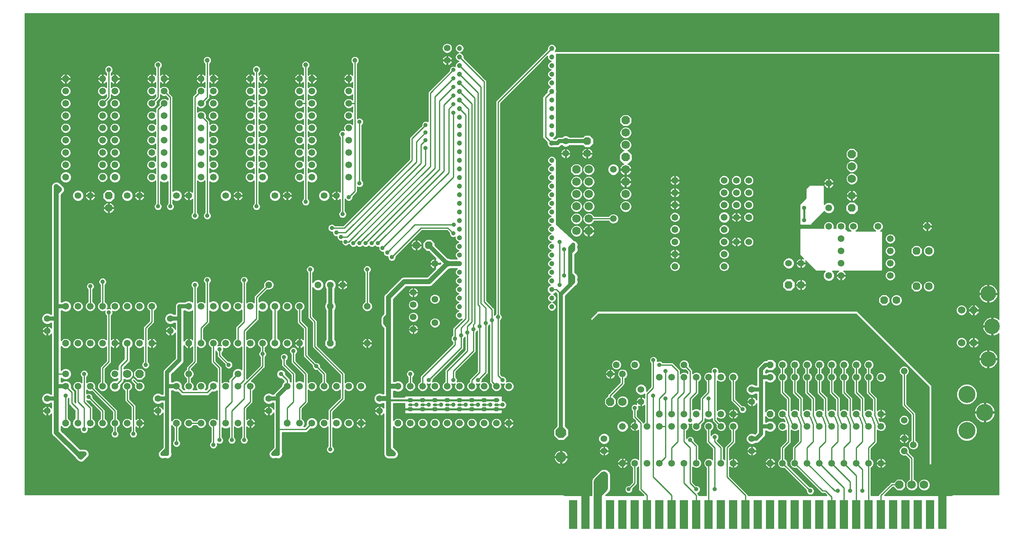
<source format=gbl>
G75*
G70*
%OFA0B0*%
%FSLAX24Y24*%
%IPPOS*%
%LPD*%
%AMOC8*
5,1,8,0,0,1.08239X$1,22.5*
%
%ADD10R,0.0650X0.2350*%
%ADD11OC8,0.0408*%
%ADD12C,0.0408*%
%ADD13C,0.0535*%
%ADD14C,0.0630*%
%ADD15OC8,0.0630*%
%ADD16C,0.0544*%
%ADD17OC8,0.0544*%
%ADD18OC8,0.0680*%
%ADD19C,0.0680*%
%ADD20C,0.1266*%
%ADD21C,0.0602*%
%ADD22OC8,0.0602*%
%ADD23C,0.1384*%
%ADD24OC8,0.0860*%
%ADD25C,0.0860*%
%ADD26C,0.2500*%
%ADD27C,0.0100*%
%ADD28C,0.0650*%
%ADD29C,0.0475*%
%ADD30C,0.0357*%
%ADD31C,0.0520*%
%ADD32C,0.0160*%
%ADD33C,0.0320*%
%ADD34C,0.0060*%
%ADD35C,0.0400*%
%ADD36C,0.0396*%
%ADD37C,0.0240*%
D10*
X045180Y001915D03*
X046180Y001915D03*
X047180Y001915D03*
X048180Y001915D03*
X049180Y001915D03*
X050180Y001915D03*
X051180Y001915D03*
X052180Y001915D03*
X053180Y001915D03*
X054180Y001915D03*
X055180Y001915D03*
X056180Y001915D03*
X057180Y001915D03*
X058180Y001915D03*
X059180Y001915D03*
X060180Y001915D03*
X061180Y001915D03*
X062180Y001915D03*
X063180Y001915D03*
X064180Y001915D03*
X065180Y001915D03*
X066180Y001915D03*
X067180Y001915D03*
X068180Y001915D03*
X069180Y001915D03*
X070180Y001915D03*
X071180Y001915D03*
X072180Y001915D03*
X073180Y001915D03*
X074180Y001915D03*
X075180Y001915D03*
D11*
X043430Y018125D03*
D12*
X043430Y018825D03*
X043430Y019525D03*
X043430Y020225D03*
X043430Y020925D03*
X043430Y021625D03*
X043430Y022325D03*
X043430Y023025D03*
X043430Y023725D03*
X043430Y024425D03*
X043430Y025125D03*
X043430Y025825D03*
X043430Y026525D03*
X043430Y027225D03*
X043430Y027925D03*
X043430Y028625D03*
X043430Y029325D03*
X043430Y030025D03*
X043430Y030725D03*
X043430Y031425D03*
X043430Y032125D03*
X043430Y032825D03*
X043430Y033525D03*
X043430Y034225D03*
X043430Y034925D03*
X043430Y035625D03*
X043430Y036325D03*
X043430Y037025D03*
X043430Y037725D03*
X043430Y038425D03*
X043430Y039125D03*
X043430Y039825D03*
X035930Y039825D03*
X035930Y039125D03*
X035930Y038425D03*
X035930Y037725D03*
X035930Y037025D03*
X035930Y036325D03*
X035930Y035625D03*
X035930Y034925D03*
X035930Y034225D03*
X035930Y033525D03*
X035930Y032825D03*
X035930Y032125D03*
X035930Y031425D03*
X035930Y030725D03*
X035930Y030025D03*
X035930Y029325D03*
X035930Y028625D03*
X035930Y027925D03*
X035930Y027225D03*
X035930Y026525D03*
X035930Y025825D03*
X035930Y025125D03*
X035930Y024425D03*
X035930Y023725D03*
X035930Y023025D03*
X035930Y022325D03*
X035930Y021625D03*
X035930Y020925D03*
X035930Y020225D03*
X035930Y019525D03*
X035930Y018825D03*
X035930Y018125D03*
D13*
X032180Y017975D03*
X032180Y016975D03*
X032180Y018975D03*
X032180Y019975D03*
X033930Y022325D03*
X034930Y022325D03*
X026430Y020600D03*
X025430Y020600D03*
X012430Y017850D03*
X012430Y016850D03*
X011430Y011350D03*
X011430Y010350D03*
X002430Y010350D03*
X002430Y011350D03*
X002430Y016850D03*
X002430Y017850D03*
X020430Y011350D03*
X020430Y010350D03*
X029430Y010350D03*
X029430Y011350D03*
X047680Y008100D03*
X047680Y007100D03*
X050680Y011100D03*
X050680Y012100D03*
X059680Y012100D03*
X059680Y011100D03*
X059680Y008100D03*
X059680Y007100D03*
X062680Y022350D03*
X063680Y022350D03*
X059430Y024100D03*
X058430Y024100D03*
X058430Y026100D03*
X059430Y026100D03*
X059430Y027100D03*
X058430Y027100D03*
X058430Y028100D03*
X059430Y028100D03*
X059430Y029100D03*
X058430Y029100D03*
X066930Y025350D03*
X067930Y025350D03*
X044555Y031275D03*
X044555Y032275D03*
X034930Y038850D03*
X034930Y039850D03*
X025930Y027850D03*
X024930Y027850D03*
X021930Y027850D03*
X020930Y027850D03*
X017930Y027850D03*
X016930Y027850D03*
X013930Y027850D03*
X012930Y027850D03*
X009930Y027850D03*
X008930Y027850D03*
X005930Y027850D03*
X004930Y027850D03*
D14*
X007430Y026850D03*
X032430Y023825D03*
X046305Y031275D03*
X063680Y020600D03*
X071430Y019350D03*
X074055Y020475D03*
X074055Y023350D03*
X067805Y027850D03*
D15*
X067805Y026850D03*
X073055Y023350D03*
X073055Y020475D03*
X070430Y019350D03*
X062680Y020600D03*
X046305Y032275D03*
X033430Y023825D03*
X007430Y027850D03*
D16*
X006930Y029350D03*
X007930Y029350D03*
X007930Y030350D03*
X006930Y030350D03*
X006930Y031350D03*
X007930Y031350D03*
X007930Y032350D03*
X006930Y032350D03*
X006930Y033350D03*
X007930Y033350D03*
X007930Y034350D03*
X006930Y034350D03*
X006930Y035350D03*
X007930Y035350D03*
X007930Y036350D03*
X006930Y036350D03*
X006930Y037350D03*
X003930Y036350D03*
X003930Y035350D03*
X003930Y034350D03*
X003930Y033350D03*
X003930Y032350D03*
X003930Y031350D03*
X003930Y030350D03*
X003930Y029350D03*
X010930Y029350D03*
X011930Y029350D03*
X011930Y030350D03*
X010930Y030350D03*
X010930Y031350D03*
X011930Y031350D03*
X011930Y032350D03*
X010930Y032350D03*
X010930Y033350D03*
X011930Y033350D03*
X011930Y034350D03*
X010930Y034350D03*
X010930Y035350D03*
X011930Y035350D03*
X011930Y036350D03*
X010930Y036350D03*
X010930Y037350D03*
X014930Y037350D03*
X014930Y036350D03*
X015930Y036350D03*
X015930Y035350D03*
X014930Y035350D03*
X014930Y034350D03*
X015930Y034350D03*
X015930Y033350D03*
X014930Y033350D03*
X014930Y032350D03*
X015930Y032350D03*
X015930Y031350D03*
X014930Y031350D03*
X014930Y030350D03*
X015930Y030350D03*
X015930Y029350D03*
X014930Y029350D03*
X018930Y029350D03*
X019930Y029350D03*
X019930Y030350D03*
X018930Y030350D03*
X018930Y031350D03*
X019930Y031350D03*
X019930Y032350D03*
X018930Y032350D03*
X018930Y033350D03*
X019930Y033350D03*
X019930Y034350D03*
X018930Y034350D03*
X018930Y035350D03*
X019930Y035350D03*
X019930Y036350D03*
X018930Y036350D03*
X018930Y037350D03*
X022930Y037350D03*
X022930Y036350D03*
X023930Y036350D03*
X023930Y035350D03*
X022930Y035350D03*
X022930Y034350D03*
X023930Y034350D03*
X023930Y033350D03*
X022930Y033350D03*
X022930Y032350D03*
X023930Y032350D03*
X023930Y031350D03*
X022930Y031350D03*
X022930Y030350D03*
X023930Y030350D03*
X023930Y029350D03*
X022930Y029350D03*
X026930Y029350D03*
X026930Y030350D03*
X026930Y031350D03*
X026930Y032350D03*
X026930Y033350D03*
X026930Y034350D03*
X026930Y035350D03*
X026930Y036350D03*
X026930Y037350D03*
X048430Y029975D03*
X053430Y029100D03*
X053430Y028100D03*
X053430Y027100D03*
X053430Y026100D03*
X053430Y025100D03*
X053430Y024100D03*
X053430Y023100D03*
X053430Y022100D03*
X057430Y022100D03*
X057430Y023100D03*
X057430Y024100D03*
X057430Y025100D03*
X057430Y026100D03*
X057430Y027100D03*
X057430Y028100D03*
X057430Y029100D03*
X065930Y028850D03*
X065930Y026850D03*
X065930Y025350D03*
X066930Y024350D03*
X066930Y023350D03*
X066930Y022350D03*
X066930Y021350D03*
X065930Y021350D03*
X070930Y021350D03*
X070930Y022350D03*
X070930Y023350D03*
X070930Y024350D03*
X069930Y025350D03*
X073930Y025350D03*
X069180Y014100D03*
X068180Y014100D03*
X068180Y013100D03*
X069180Y013100D03*
X070180Y013100D03*
X072055Y013600D03*
X067180Y013100D03*
X066180Y013100D03*
X065180Y013100D03*
X064180Y013100D03*
X063180Y013100D03*
X063180Y014100D03*
X064180Y014100D03*
X065180Y014100D03*
X066180Y014100D03*
X067180Y014100D03*
X062180Y014100D03*
X062180Y013100D03*
X061180Y013100D03*
X058180Y013100D03*
X057180Y013100D03*
X056180Y013100D03*
X055180Y013100D03*
X054180Y013100D03*
X053180Y013100D03*
X052180Y013100D03*
X054180Y014100D03*
X050180Y014100D03*
X049180Y013350D03*
X048180Y013350D03*
X048680Y014100D03*
X053180Y010100D03*
X054180Y010100D03*
X055180Y010100D03*
X056180Y010100D03*
X056180Y009100D03*
X055180Y009100D03*
X054180Y009100D03*
X053180Y009100D03*
X052180Y009100D03*
X051180Y009100D03*
X050180Y009100D03*
X049180Y009100D03*
X050180Y006100D03*
X051180Y006100D03*
X052180Y006100D03*
X053180Y006100D03*
X054180Y006100D03*
X055180Y006100D03*
X056180Y006100D03*
X057180Y006100D03*
X058180Y006100D03*
X062180Y006100D03*
X063180Y006100D03*
X064180Y006100D03*
X065180Y006100D03*
X066180Y006100D03*
X067180Y006100D03*
X068180Y006100D03*
X069180Y006100D03*
X070180Y006100D03*
X072055Y007100D03*
X072805Y007600D03*
X072055Y008100D03*
X070180Y009100D03*
X069180Y009100D03*
X068180Y009100D03*
X068180Y010100D03*
X069180Y010100D03*
X070180Y010100D03*
X072055Y009600D03*
X067180Y009100D03*
X066180Y009100D03*
X065180Y009100D03*
X064180Y009100D03*
X063180Y009100D03*
X063180Y010100D03*
X064180Y010100D03*
X065180Y010100D03*
X066180Y010100D03*
X067180Y010100D03*
X062180Y010100D03*
X062180Y009100D03*
X061180Y009100D03*
X058180Y009100D03*
X057180Y009100D03*
X057180Y010100D03*
X058180Y010100D03*
X039930Y009350D03*
X038930Y009350D03*
X037930Y009350D03*
X036930Y009350D03*
X035930Y009350D03*
X034930Y009350D03*
X033930Y009350D03*
X032930Y009350D03*
X031930Y009350D03*
X027930Y009350D03*
X026930Y009350D03*
X025930Y009350D03*
X024930Y009350D03*
X023930Y009350D03*
X022930Y009350D03*
X018930Y009350D03*
X017930Y009350D03*
X016930Y009350D03*
X015930Y009350D03*
X014930Y009350D03*
X013930Y009350D03*
X009930Y009350D03*
X008930Y009350D03*
X007930Y009350D03*
X006930Y009350D03*
X005930Y009350D03*
X004930Y009350D03*
X004930Y012350D03*
X003930Y012350D03*
X003930Y013350D03*
X005930Y012350D03*
X006930Y012350D03*
X007930Y012350D03*
X008930Y012350D03*
X009930Y012350D03*
X007930Y013350D03*
X007930Y015850D03*
X006930Y015850D03*
X005930Y015850D03*
X004930Y015850D03*
X008930Y015850D03*
X009930Y015850D03*
X010930Y015850D03*
X014930Y015850D03*
X015930Y015850D03*
X016930Y015850D03*
X017930Y015850D03*
X018930Y015850D03*
X019930Y015850D03*
X020930Y015850D03*
X021930Y015850D03*
X022930Y015850D03*
X028430Y015850D03*
X028430Y018850D03*
X025430Y018850D03*
X022930Y018850D03*
X021930Y018850D03*
X020930Y018850D03*
X019930Y018850D03*
X018930Y018850D03*
X017930Y018850D03*
X016930Y018850D03*
X015930Y018850D03*
X014930Y018850D03*
X013930Y018850D03*
X010930Y018850D03*
X009930Y018850D03*
X008930Y018850D03*
X007930Y018850D03*
X006930Y018850D03*
X005930Y018850D03*
X004930Y018850D03*
X003930Y018850D03*
X013930Y013350D03*
X013930Y012350D03*
X012930Y012350D03*
X014930Y012350D03*
X015930Y012350D03*
X016930Y012350D03*
X017930Y012350D03*
X018930Y012350D03*
X017930Y013350D03*
X021930Y012350D03*
X022930Y012350D03*
X023930Y012350D03*
X024930Y012350D03*
X025930Y012350D03*
X026930Y012350D03*
X027930Y012350D03*
X030930Y012350D03*
X031930Y012350D03*
X032930Y012350D03*
X033930Y012350D03*
X034930Y012350D03*
X035930Y012350D03*
X036930Y012350D03*
X037930Y012350D03*
X038930Y012350D03*
X039930Y012350D03*
X033930Y017514D03*
X033930Y019436D03*
X024430Y020600D03*
X020430Y020600D03*
X048430Y025975D03*
D17*
X025430Y015850D03*
X013930Y015850D03*
X003930Y015850D03*
X003930Y009350D03*
X012930Y009350D03*
X021930Y009350D03*
X030930Y009350D03*
X049180Y006100D03*
X052180Y010100D03*
X061180Y010100D03*
X061180Y006100D03*
X061180Y014100D03*
X023930Y037350D03*
X019930Y037350D03*
X015930Y037350D03*
X011930Y037350D03*
X007930Y037350D03*
X003930Y037350D03*
D18*
X045430Y029975D03*
X049430Y030975D03*
X049430Y033975D03*
X067805Y031225D03*
X048180Y011100D03*
X071680Y004350D03*
X009930Y013350D03*
D19*
X008930Y013350D03*
X045430Y024975D03*
X046430Y024975D03*
X046430Y025975D03*
X045430Y025975D03*
X045430Y026975D03*
X046430Y026975D03*
X046430Y027975D03*
X045430Y027975D03*
X045430Y028975D03*
X046430Y028975D03*
X046430Y029975D03*
X049430Y029975D03*
X049430Y028975D03*
X049430Y027975D03*
X049430Y026975D03*
X049430Y031975D03*
X049430Y032975D03*
X067805Y030225D03*
X067805Y029225D03*
X049180Y011100D03*
X072680Y004350D03*
X073680Y004350D03*
D20*
X078886Y014564D03*
X079205Y017225D03*
X078886Y019886D03*
D21*
X076724Y018544D03*
X076724Y015906D03*
X077705Y015906D03*
D22*
X077705Y018544D03*
D23*
X077149Y011701D03*
X078605Y010225D03*
X077149Y008749D03*
D24*
X044180Y008600D03*
D25*
X044180Y006600D03*
D26*
X078180Y005100D03*
X073430Y030100D03*
X078180Y041100D03*
X002180Y041100D03*
X002180Y005100D03*
D27*
X000630Y003550D02*
X000630Y042650D01*
X079730Y042650D01*
X079730Y039605D01*
X043711Y039605D01*
X043730Y039624D01*
X043784Y039755D01*
X043784Y039895D01*
X043730Y040026D01*
X043631Y040125D01*
X043500Y040179D01*
X043360Y040179D01*
X043229Y040125D01*
X043130Y040026D01*
X043076Y039895D01*
X043076Y039755D01*
X043076Y039754D01*
X038972Y035650D01*
X038855Y035533D01*
X038855Y018239D01*
X038777Y018161D01*
X038755Y018109D01*
X038755Y018683D01*
X038638Y018800D01*
X038130Y019308D01*
X038130Y037208D01*
X038013Y037325D01*
X036284Y039054D01*
X036284Y039055D01*
X036284Y039195D01*
X036230Y039326D01*
X036131Y039425D01*
X036010Y039475D01*
X036131Y039525D01*
X036230Y039624D01*
X036284Y039755D01*
X036284Y039895D01*
X036230Y040026D01*
X036131Y040125D01*
X036000Y040179D01*
X035860Y040179D01*
X035729Y040125D01*
X035630Y040026D01*
X035576Y039895D01*
X035576Y039755D01*
X035630Y039624D01*
X035729Y039525D01*
X035850Y039475D01*
X035729Y039425D01*
X035630Y039326D01*
X035576Y039195D01*
X035576Y039055D01*
X035630Y038924D01*
X035729Y038825D01*
X035850Y038775D01*
X035729Y038725D01*
X035630Y038626D01*
X035576Y038495D01*
X035576Y038370D01*
X035495Y038403D01*
X035365Y038403D01*
X035244Y038353D01*
X035152Y038261D01*
X035102Y038140D01*
X035102Y038029D01*
X033472Y036400D01*
X033355Y036283D01*
X033355Y033883D01*
X033245Y033928D01*
X033115Y033928D01*
X032994Y033878D01*
X032902Y033786D01*
X032852Y033665D01*
X032852Y033554D01*
X031972Y032675D01*
X031855Y032558D01*
X031855Y030808D01*
X026472Y025425D01*
X025819Y025425D01*
X025741Y025503D01*
X025620Y025553D01*
X025490Y025553D01*
X025369Y025503D01*
X025277Y025411D01*
X025227Y025290D01*
X025227Y025160D01*
X025277Y025039D01*
X025369Y024947D01*
X025490Y024897D01*
X025602Y024897D01*
X025602Y024785D01*
X025652Y024664D01*
X025744Y024572D01*
X025865Y024522D01*
X025977Y024522D01*
X025977Y024410D01*
X026027Y024289D01*
X026119Y024197D01*
X026240Y024147D01*
X026352Y024147D01*
X026352Y024035D01*
X026402Y023914D01*
X026494Y023822D01*
X026615Y023772D01*
X026745Y023772D01*
X026866Y023822D01*
X026944Y023900D01*
X026981Y023900D01*
X027027Y023789D01*
X027119Y023697D01*
X027240Y023647D01*
X027370Y023647D01*
X027491Y023697D01*
X027555Y023761D01*
X027619Y023697D01*
X027740Y023647D01*
X027870Y023647D01*
X027991Y023697D01*
X028055Y023761D01*
X028119Y023697D01*
X028240Y023647D01*
X028370Y023647D01*
X028491Y023697D01*
X028555Y023761D01*
X028619Y023697D01*
X028740Y023647D01*
X028870Y023647D01*
X028991Y023697D01*
X029055Y023761D01*
X029119Y023697D01*
X029240Y023647D01*
X029352Y023647D01*
X029352Y023535D01*
X029402Y023414D01*
X029494Y023322D01*
X029615Y023272D01*
X029727Y023272D01*
X029727Y023160D01*
X029777Y023039D01*
X029869Y022947D01*
X029990Y022897D01*
X030102Y022897D01*
X030102Y022785D01*
X030152Y022664D01*
X030244Y022572D01*
X030365Y022522D01*
X030495Y022522D01*
X030616Y022572D01*
X030708Y022664D01*
X030758Y022785D01*
X030758Y022896D01*
X032888Y025025D01*
X034897Y025025D01*
X035102Y024821D01*
X035102Y024710D01*
X035152Y024589D01*
X035244Y024497D01*
X035365Y024447D01*
X035495Y024447D01*
X035576Y024480D01*
X035576Y024355D01*
X035630Y024224D01*
X035729Y024125D01*
X035850Y024075D01*
X035729Y024025D01*
X035630Y023926D01*
X035576Y023795D01*
X035576Y023655D01*
X035630Y023524D01*
X035729Y023425D01*
X035850Y023375D01*
X035729Y023325D01*
X035630Y023226D01*
X035576Y023095D01*
X035576Y022955D01*
X035630Y022824D01*
X035729Y022725D01*
X035187Y022725D01*
X035023Y022793D01*
X034971Y022793D01*
X033945Y023819D01*
X033945Y024038D01*
X033643Y024340D01*
X033217Y024340D01*
X032915Y024038D01*
X032915Y023612D01*
X033217Y023310D01*
X033436Y023310D01*
X034011Y022735D01*
X033963Y022743D01*
X033959Y022743D01*
X033959Y022354D01*
X033901Y022354D01*
X033901Y022743D01*
X033897Y022743D01*
X033832Y022732D01*
X033770Y022712D01*
X033711Y022682D01*
X033658Y022644D01*
X033611Y022597D01*
X033573Y022544D01*
X033543Y022485D01*
X033523Y022423D01*
X033512Y022358D01*
X033512Y022354D01*
X033901Y022354D01*
X033901Y022296D01*
X033959Y022296D01*
X034336Y022296D01*
X034393Y022353D01*
X034340Y022406D01*
X034348Y022358D01*
X034348Y022354D01*
X033959Y022354D01*
X033959Y022296D01*
X033959Y021919D01*
X033289Y021250D01*
X031350Y021250D01*
X031203Y021189D01*
X031091Y021077D01*
X029953Y019939D01*
X029841Y019827D01*
X029780Y019680D01*
X029780Y018266D01*
X029703Y018189D01*
X029591Y018077D01*
X029530Y017930D01*
X029530Y017395D01*
X029591Y017248D01*
X029780Y017059D01*
X029780Y011750D01*
X029687Y011750D01*
X029523Y011818D01*
X029337Y011818D01*
X029165Y011747D01*
X029033Y011615D01*
X028962Y011443D01*
X028962Y011257D01*
X029033Y011085D01*
X029165Y010953D01*
X029337Y010882D01*
X029523Y010882D01*
X029687Y010950D01*
X029780Y010950D01*
X029780Y010579D01*
X029749Y010622D01*
X029702Y010669D01*
X029649Y010707D01*
X029590Y010737D01*
X029528Y010757D01*
X029463Y010768D01*
X029459Y010768D01*
X029459Y010379D01*
X029401Y010379D01*
X029401Y010768D01*
X029397Y010768D01*
X029332Y010757D01*
X029270Y010737D01*
X029211Y010707D01*
X029158Y010669D01*
X029111Y010622D01*
X029073Y010569D01*
X029043Y010510D01*
X029023Y010448D01*
X029012Y010383D01*
X029012Y010379D01*
X029401Y010379D01*
X029401Y010321D01*
X029459Y010321D01*
X029459Y009932D01*
X029463Y009932D01*
X029528Y009943D01*
X029590Y009963D01*
X029649Y009993D01*
X029702Y010031D01*
X029749Y010078D01*
X029780Y010121D01*
X029780Y006770D01*
X029841Y006623D01*
X029953Y006511D01*
X030100Y006450D01*
X030635Y006450D01*
X030782Y006511D01*
X030894Y006623D01*
X030955Y006770D01*
X030955Y006930D01*
X030894Y007077D01*
X030782Y007189D01*
X030580Y007391D01*
X030580Y009103D01*
X030755Y008928D01*
X031105Y008928D01*
X031352Y009175D01*
X031352Y009525D01*
X031105Y009772D01*
X030755Y009772D01*
X030580Y009597D01*
X030580Y010945D01*
X031455Y010945D01*
X031455Y010184D01*
X031514Y010125D01*
X039346Y010125D01*
X039405Y010184D01*
X039405Y010522D01*
X039495Y010522D01*
X039616Y010572D01*
X039708Y010664D01*
X039758Y010785D01*
X039758Y010915D01*
X039708Y011036D01*
X039616Y011128D01*
X039495Y011178D01*
X039405Y011178D01*
X039405Y011516D01*
X039346Y011575D01*
X039088Y011575D01*
X039064Y011585D01*
X038796Y011585D01*
X038772Y011575D01*
X038088Y011575D01*
X038064Y011585D01*
X037796Y011585D01*
X037772Y011575D01*
X037088Y011575D01*
X037064Y011585D01*
X036796Y011585D01*
X036772Y011575D01*
X036088Y011575D01*
X036064Y011585D01*
X035796Y011585D01*
X035772Y011575D01*
X035088Y011575D01*
X035064Y011585D01*
X034796Y011585D01*
X034772Y011575D01*
X034088Y011575D01*
X034064Y011585D01*
X033796Y011585D01*
X033772Y011575D01*
X033088Y011575D01*
X033064Y011585D01*
X032796Y011585D01*
X032772Y011575D01*
X032088Y011575D01*
X032064Y011585D01*
X031796Y011585D01*
X031772Y011575D01*
X031514Y011575D01*
X031455Y011516D01*
X031455Y011505D01*
X030580Y011505D01*
X030580Y011950D01*
X030662Y011950D01*
X030663Y011950D01*
X030836Y011878D01*
X031024Y011878D01*
X031197Y011950D01*
X031330Y012083D01*
X031402Y012256D01*
X031402Y012444D01*
X031330Y012617D01*
X031197Y012750D01*
X031024Y012822D01*
X030836Y012822D01*
X030663Y012750D01*
X030662Y012750D01*
X030580Y012750D01*
X030580Y019434D01*
X031596Y020450D01*
X033535Y020450D01*
X033682Y020511D01*
X035031Y021861D01*
X035187Y021925D01*
X035729Y021925D01*
X035630Y021826D01*
X035576Y021695D01*
X035576Y021555D01*
X035630Y021424D01*
X035729Y021325D01*
X035850Y021275D01*
X035729Y021225D01*
X035630Y021126D01*
X034296Y021126D01*
X034395Y021224D02*
X035728Y021224D01*
X035735Y021323D02*
X034493Y021323D01*
X034592Y021421D02*
X035633Y021421D01*
X035591Y021520D02*
X034690Y021520D01*
X034789Y021618D02*
X035576Y021618D01*
X035585Y021717D02*
X034887Y021717D01*
X034986Y021815D02*
X035626Y021815D01*
X035718Y021914D02*
X035159Y021914D01*
X034347Y022308D02*
X033959Y022308D01*
X033901Y022308D02*
X003580Y022308D01*
X003580Y022406D02*
X033520Y022406D01*
X033553Y022505D02*
X003580Y022505D01*
X003580Y022603D02*
X030212Y022603D01*
X030136Y022702D02*
X003580Y022702D01*
X003580Y022800D02*
X030102Y022800D01*
X029985Y022899D02*
X003580Y022899D01*
X003580Y022997D02*
X029818Y022997D01*
X029753Y023096D02*
X003580Y023096D01*
X003580Y023194D02*
X029727Y023194D01*
X029564Y023293D02*
X003580Y023293D01*
X003580Y023391D02*
X029424Y023391D01*
X029370Y023490D02*
X003580Y023490D01*
X003580Y023588D02*
X029352Y023588D01*
X029143Y023687D02*
X028967Y023687D01*
X028643Y023687D02*
X028467Y023687D01*
X028143Y023687D02*
X027967Y023687D01*
X027643Y023687D02*
X027467Y023687D01*
X027143Y023687D02*
X003580Y023687D01*
X003580Y023785D02*
X026582Y023785D01*
X026432Y023884D02*
X003580Y023884D01*
X003580Y023982D02*
X026373Y023982D01*
X026352Y024081D02*
X003580Y024081D01*
X003580Y024179D02*
X026161Y024179D01*
X026038Y024278D02*
X003580Y024278D01*
X003580Y024376D02*
X025990Y024376D01*
X025977Y024475D02*
X003580Y024475D01*
X003580Y024573D02*
X025742Y024573D01*
X025648Y024672D02*
X003580Y024672D01*
X003580Y024770D02*
X025608Y024770D01*
X025602Y024869D02*
X003580Y024869D01*
X003580Y024967D02*
X025348Y024967D01*
X025266Y025066D02*
X003580Y025066D01*
X003580Y025164D02*
X025227Y025164D01*
X025227Y025263D02*
X003580Y025263D01*
X003580Y025361D02*
X025256Y025361D01*
X025325Y025460D02*
X003580Y025460D01*
X003580Y025558D02*
X026605Y025558D01*
X026507Y025460D02*
X025785Y025460D01*
X025555Y025225D02*
X026555Y025225D01*
X032055Y030725D01*
X032055Y032475D01*
X033180Y033600D01*
X032948Y033832D02*
X028133Y033832D01*
X028133Y033785D02*
X028133Y033915D01*
X028083Y034036D01*
X027991Y034128D01*
X027870Y034178D01*
X027740Y034178D01*
X027630Y034133D01*
X027630Y038558D01*
X027725Y038653D01*
X027778Y038781D01*
X027778Y038919D01*
X027725Y039047D01*
X027627Y039145D01*
X027499Y039198D01*
X027361Y039198D01*
X027233Y039145D01*
X027135Y039047D01*
X027082Y038919D01*
X027082Y038781D01*
X027135Y038653D01*
X027230Y038558D01*
X027230Y037647D01*
X027205Y037672D01*
X027151Y037711D01*
X027092Y037741D01*
X027029Y037762D01*
X026963Y037772D01*
X026960Y037772D01*
X026960Y037380D01*
X026900Y037380D01*
X026900Y037772D01*
X026897Y037772D01*
X026831Y037762D01*
X026768Y037741D01*
X026709Y037711D01*
X026655Y037672D01*
X026608Y037625D01*
X026569Y037571D01*
X026539Y037512D01*
X026518Y037449D01*
X026508Y037383D01*
X026508Y037380D01*
X026900Y037380D01*
X026900Y037320D01*
X026960Y037320D01*
X026960Y036928D01*
X026963Y036928D01*
X027029Y036938D01*
X027092Y036959D01*
X027151Y036989D01*
X027205Y037028D01*
X027230Y037053D01*
X027230Y036647D01*
X027169Y036708D01*
X027014Y036772D01*
X026846Y036772D01*
X026691Y036708D01*
X026572Y036589D01*
X026508Y036434D01*
X026508Y036266D01*
X026572Y036111D01*
X026691Y035992D01*
X026846Y035928D01*
X027014Y035928D01*
X027169Y035992D01*
X027230Y036053D01*
X027230Y035647D01*
X027169Y035708D01*
X027014Y035772D01*
X026846Y035772D01*
X026691Y035708D01*
X026572Y035589D01*
X026508Y035434D01*
X026508Y035266D01*
X026572Y035111D01*
X026691Y034992D01*
X026846Y034928D01*
X027014Y034928D01*
X027169Y034992D01*
X027230Y035053D01*
X027230Y034647D01*
X027169Y034708D01*
X027014Y034772D01*
X026846Y034772D01*
X026691Y034708D01*
X026572Y034589D01*
X026508Y034434D01*
X026508Y034266D01*
X026572Y034111D01*
X026691Y033992D01*
X026846Y033928D01*
X027014Y033928D01*
X027169Y033992D01*
X027230Y034053D01*
X027230Y033647D01*
X027169Y033708D01*
X027014Y033772D01*
X026846Y033772D01*
X026691Y033708D01*
X026572Y033589D01*
X026508Y033434D01*
X026508Y033266D01*
X026554Y033154D01*
X026495Y033178D01*
X026365Y033178D01*
X026244Y033128D01*
X026152Y033036D01*
X026102Y032915D01*
X026102Y032785D01*
X026152Y032664D01*
X026230Y032586D01*
X026230Y028141D01*
X026202Y028169D01*
X026149Y028207D01*
X026090Y028237D01*
X026028Y028257D01*
X025963Y028268D01*
X025959Y028268D01*
X025959Y027879D01*
X025901Y027879D01*
X025901Y028268D01*
X025897Y028268D01*
X025832Y028257D01*
X025770Y028237D01*
X025711Y028207D01*
X025658Y028169D01*
X025611Y028122D01*
X025573Y028069D01*
X025543Y028010D01*
X025523Y027948D01*
X025512Y027883D01*
X025512Y027879D01*
X025901Y027879D01*
X025901Y027821D01*
X025959Y027821D01*
X025959Y027432D01*
X025963Y027432D01*
X026028Y027443D01*
X026090Y027463D01*
X026149Y027493D01*
X026202Y027531D01*
X026230Y027559D01*
X026230Y026614D01*
X026152Y026536D01*
X026102Y026415D01*
X026102Y026285D01*
X026152Y026164D01*
X026244Y026072D01*
X026365Y026022D01*
X026495Y026022D01*
X026616Y026072D01*
X026708Y026164D01*
X026758Y026285D01*
X026758Y026415D01*
X026708Y026536D01*
X026630Y026614D01*
X026630Y027591D01*
X026652Y027539D01*
X026744Y027447D01*
X026865Y027397D01*
X026995Y027397D01*
X027116Y027447D01*
X027208Y027539D01*
X027258Y027660D01*
X027258Y027771D01*
X027630Y028142D01*
X027630Y028567D01*
X027740Y028522D01*
X027870Y028522D01*
X027991Y028572D01*
X028083Y028664D01*
X028133Y028785D01*
X028133Y028915D01*
X028083Y029036D01*
X028005Y029114D01*
X028005Y033586D01*
X028083Y033664D01*
X028133Y033785D01*
X028112Y033734D02*
X032880Y033734D01*
X032852Y033635D02*
X028055Y033635D01*
X028005Y033537D02*
X032834Y033537D01*
X032735Y033438D02*
X028005Y033438D01*
X028005Y033340D02*
X032637Y033340D01*
X032538Y033241D02*
X028005Y033241D01*
X028005Y033143D02*
X032440Y033143D01*
X032341Y033044D02*
X028005Y033044D01*
X028005Y032946D02*
X032243Y032946D01*
X032144Y032847D02*
X028005Y032847D01*
X028005Y032749D02*
X032046Y032749D01*
X031947Y032650D02*
X028005Y032650D01*
X028005Y032552D02*
X031855Y032552D01*
X031855Y032453D02*
X028005Y032453D01*
X028005Y032355D02*
X031855Y032355D01*
X031855Y032256D02*
X028005Y032256D01*
X028005Y032158D02*
X031855Y032158D01*
X031855Y032059D02*
X028005Y032059D01*
X028005Y031961D02*
X031855Y031961D01*
X031855Y031862D02*
X028005Y031862D01*
X028005Y031764D02*
X031855Y031764D01*
X031855Y031665D02*
X028005Y031665D01*
X028005Y031567D02*
X031855Y031567D01*
X031855Y031468D02*
X028005Y031468D01*
X028005Y031370D02*
X031855Y031370D01*
X031855Y031271D02*
X028005Y031271D01*
X028005Y031173D02*
X031855Y031173D01*
X031855Y031074D02*
X028005Y031074D01*
X028005Y030976D02*
X031855Y030976D01*
X031855Y030877D02*
X028005Y030877D01*
X028005Y030779D02*
X031826Y030779D01*
X031727Y030680D02*
X028005Y030680D01*
X028005Y030582D02*
X031629Y030582D01*
X031530Y030483D02*
X028005Y030483D01*
X028005Y030385D02*
X031432Y030385D01*
X031333Y030286D02*
X028005Y030286D01*
X028005Y030188D02*
X031235Y030188D01*
X031136Y030089D02*
X028005Y030089D01*
X028005Y029991D02*
X031038Y029991D01*
X030939Y029892D02*
X028005Y029892D01*
X028005Y029794D02*
X030841Y029794D01*
X030742Y029695D02*
X028005Y029695D01*
X028005Y029597D02*
X030644Y029597D01*
X030545Y029498D02*
X028005Y029498D01*
X028005Y029400D02*
X030447Y029400D01*
X030348Y029301D02*
X028005Y029301D01*
X028005Y029203D02*
X030250Y029203D01*
X030151Y029104D02*
X028015Y029104D01*
X028096Y029006D02*
X030053Y029006D01*
X029954Y028907D02*
X028133Y028907D01*
X028133Y028809D02*
X029856Y028809D01*
X029757Y028710D02*
X028103Y028710D01*
X028031Y028612D02*
X029659Y028612D01*
X029560Y028513D02*
X027630Y028513D01*
X027630Y028415D02*
X029462Y028415D01*
X029363Y028316D02*
X027630Y028316D01*
X027630Y028218D02*
X029265Y028218D01*
X029166Y028119D02*
X027607Y028119D01*
X027508Y028021D02*
X029068Y028021D01*
X028969Y027922D02*
X027410Y027922D01*
X027311Y027824D02*
X028871Y027824D01*
X028772Y027725D02*
X027258Y027725D01*
X027245Y027627D02*
X028674Y027627D01*
X028575Y027528D02*
X027198Y027528D01*
X027075Y027430D02*
X028477Y027430D01*
X028378Y027331D02*
X026630Y027331D01*
X026630Y027233D02*
X028280Y027233D01*
X028181Y027134D02*
X026630Y027134D01*
X026630Y027036D02*
X028083Y027036D01*
X027984Y026937D02*
X026630Y026937D01*
X026630Y026839D02*
X027886Y026839D01*
X027787Y026740D02*
X026630Y026740D01*
X026630Y026642D02*
X027689Y026642D01*
X027590Y026543D02*
X026701Y026543D01*
X026746Y026445D02*
X027492Y026445D01*
X027393Y026346D02*
X026758Y026346D01*
X026743Y026248D02*
X027295Y026248D01*
X027196Y026149D02*
X026694Y026149D01*
X026565Y026051D02*
X027098Y026051D01*
X026999Y025952D02*
X015622Y025952D01*
X015616Y025947D02*
X015708Y026039D01*
X015758Y026160D01*
X015758Y026290D01*
X015708Y026411D01*
X015630Y026489D01*
X015630Y028982D01*
X015663Y028950D01*
X015836Y028878D01*
X016024Y028878D01*
X016197Y028950D01*
X016330Y029083D01*
X016402Y029256D01*
X016402Y029444D01*
X016330Y029617D01*
X016197Y029750D01*
X016024Y029822D01*
X015836Y029822D01*
X015663Y029750D01*
X015630Y029718D01*
X015630Y030053D01*
X015691Y029992D01*
X015846Y029928D01*
X016014Y029928D01*
X016169Y029992D01*
X016288Y030111D01*
X016352Y030266D01*
X016352Y030434D01*
X016288Y030589D01*
X016169Y030708D01*
X016014Y030772D01*
X015846Y030772D01*
X015691Y030708D01*
X015630Y030647D01*
X015630Y031053D01*
X015691Y030992D01*
X015846Y030928D01*
X016014Y030928D01*
X016169Y030992D01*
X016288Y031111D01*
X016352Y031266D01*
X016352Y031434D01*
X016288Y031589D01*
X016169Y031708D01*
X016014Y031772D01*
X015846Y031772D01*
X015691Y031708D01*
X015630Y031647D01*
X015630Y032053D01*
X015691Y031992D01*
X015846Y031928D01*
X016014Y031928D01*
X016169Y031992D01*
X016288Y032111D01*
X016352Y032266D01*
X016352Y032434D01*
X016288Y032589D01*
X016169Y032708D01*
X016014Y032772D01*
X015846Y032772D01*
X015691Y032708D01*
X015630Y032647D01*
X015630Y033053D01*
X015691Y032992D01*
X015846Y032928D01*
X016014Y032928D01*
X016169Y032992D01*
X016288Y033111D01*
X016352Y033266D01*
X016352Y033434D01*
X016288Y033589D01*
X016169Y033708D01*
X016014Y033772D01*
X015846Y033772D01*
X015691Y033708D01*
X015630Y033647D01*
X015630Y033933D01*
X015513Y034050D01*
X015336Y034227D01*
X015352Y034266D01*
X015352Y034434D01*
X015288Y034589D01*
X015169Y034708D01*
X015014Y034772D01*
X014846Y034772D01*
X014691Y034708D01*
X014630Y034647D01*
X014630Y035053D01*
X014691Y034992D01*
X014846Y034928D01*
X015014Y034928D01*
X015169Y034992D01*
X015288Y035111D01*
X015352Y035266D01*
X015352Y035434D01*
X015336Y035473D01*
X015513Y035650D01*
X015630Y035767D01*
X015630Y036053D01*
X015691Y035992D01*
X015846Y035928D01*
X016014Y035928D01*
X016169Y035992D01*
X016288Y036111D01*
X016352Y036266D01*
X016352Y036434D01*
X016288Y036589D01*
X016169Y036708D01*
X016014Y036772D01*
X015846Y036772D01*
X015691Y036708D01*
X015630Y036647D01*
X015630Y037053D01*
X015755Y036928D01*
X015900Y036928D01*
X015900Y037320D01*
X015960Y037320D01*
X015960Y037380D01*
X015900Y037380D01*
X015900Y037772D01*
X015755Y037772D01*
X015630Y037647D01*
X015630Y038558D01*
X015725Y038653D01*
X015778Y038781D01*
X015778Y038919D01*
X015725Y039047D01*
X015627Y039145D01*
X015499Y039198D01*
X015361Y039198D01*
X015233Y039145D01*
X015135Y039047D01*
X015082Y038919D01*
X015082Y038781D01*
X015135Y038653D01*
X015230Y038558D01*
X015230Y037647D01*
X015205Y037672D01*
X015151Y037711D01*
X015092Y037741D01*
X015029Y037762D01*
X014963Y037772D01*
X014960Y037772D01*
X014960Y037380D01*
X014900Y037380D01*
X014900Y037772D01*
X014897Y037772D01*
X014831Y037762D01*
X014768Y037741D01*
X014709Y037711D01*
X014655Y037672D01*
X014608Y037625D01*
X014569Y037571D01*
X014539Y037512D01*
X014518Y037449D01*
X014508Y037383D01*
X014508Y037380D01*
X014900Y037380D01*
X014900Y037320D01*
X014960Y037320D01*
X014960Y036928D01*
X014963Y036928D01*
X015029Y036938D01*
X015092Y036959D01*
X015151Y036989D01*
X015205Y037028D01*
X015230Y037053D01*
X015230Y036647D01*
X015169Y036708D01*
X015014Y036772D01*
X014846Y036772D01*
X014691Y036708D01*
X014572Y036589D01*
X014508Y036434D01*
X014508Y036266D01*
X014524Y036227D01*
X014347Y036050D01*
X014230Y035933D01*
X014230Y028141D01*
X014202Y028169D01*
X014149Y028207D01*
X014090Y028237D01*
X014028Y028257D01*
X013963Y028268D01*
X013959Y028268D01*
X013959Y027879D01*
X013901Y027879D01*
X013901Y028268D01*
X013897Y028268D01*
X013832Y028257D01*
X013770Y028237D01*
X013711Y028207D01*
X013658Y028169D01*
X013611Y028122D01*
X013573Y028069D01*
X013543Y028010D01*
X013523Y027948D01*
X013512Y027883D01*
X013512Y027879D01*
X013901Y027879D01*
X013901Y027821D01*
X013959Y027821D01*
X013959Y027432D01*
X013963Y027432D01*
X014028Y027443D01*
X014090Y027463D01*
X014149Y027493D01*
X014202Y027531D01*
X014230Y027559D01*
X014230Y026489D01*
X014152Y026411D01*
X014102Y026290D01*
X014102Y026160D01*
X014152Y026039D01*
X014244Y025947D01*
X014365Y025897D01*
X014495Y025897D01*
X014616Y025947D01*
X014708Y026039D01*
X014758Y026160D01*
X014758Y026290D01*
X014708Y026411D01*
X014630Y026489D01*
X014630Y029053D01*
X014691Y028992D01*
X014846Y028928D01*
X015014Y028928D01*
X015169Y028992D01*
X015230Y029053D01*
X015230Y026489D01*
X015152Y026411D01*
X015102Y026290D01*
X015102Y026160D01*
X015152Y026039D01*
X015244Y025947D01*
X015365Y025897D01*
X015495Y025897D01*
X015616Y025947D01*
X015713Y026051D02*
X026295Y026051D01*
X026166Y026149D02*
X015754Y026149D01*
X015758Y026248D02*
X026117Y026248D01*
X026102Y026346D02*
X015735Y026346D01*
X015675Y026445D02*
X026114Y026445D01*
X026159Y026543D02*
X015630Y026543D01*
X015630Y026642D02*
X026230Y026642D01*
X026230Y026740D02*
X019660Y026740D01*
X019616Y026697D02*
X019708Y026789D01*
X019758Y026910D01*
X019758Y027040D01*
X019708Y027161D01*
X019630Y027239D01*
X019630Y028982D01*
X019663Y028950D01*
X019836Y028878D01*
X020024Y028878D01*
X020197Y028950D01*
X020330Y029083D01*
X020402Y029256D01*
X020402Y029444D01*
X020330Y029617D01*
X020197Y029750D01*
X020024Y029822D01*
X019836Y029822D01*
X019663Y029750D01*
X019630Y029718D01*
X019630Y030053D01*
X019691Y029992D01*
X019846Y029928D01*
X020014Y029928D01*
X020169Y029992D01*
X020288Y030111D01*
X020352Y030266D01*
X020352Y030434D01*
X020288Y030589D01*
X020169Y030708D01*
X020014Y030772D01*
X019846Y030772D01*
X019691Y030708D01*
X019630Y030647D01*
X019630Y031053D01*
X019691Y030992D01*
X019846Y030928D01*
X020014Y030928D01*
X020169Y030992D01*
X020288Y031111D01*
X020352Y031266D01*
X020352Y031434D01*
X020288Y031589D01*
X020169Y031708D01*
X020014Y031772D01*
X019846Y031772D01*
X019691Y031708D01*
X019630Y031647D01*
X019630Y032053D01*
X019691Y031992D01*
X019846Y031928D01*
X020014Y031928D01*
X020169Y031992D01*
X020288Y032111D01*
X020352Y032266D01*
X020352Y032434D01*
X020288Y032589D01*
X020169Y032708D01*
X020014Y032772D01*
X019846Y032772D01*
X019691Y032708D01*
X019630Y032647D01*
X019630Y033053D01*
X019691Y032992D01*
X019846Y032928D01*
X020014Y032928D01*
X020169Y032992D01*
X020288Y033111D01*
X020352Y033266D01*
X020352Y033434D01*
X020288Y033589D01*
X020169Y033708D01*
X020014Y033772D01*
X019846Y033772D01*
X019691Y033708D01*
X019630Y033647D01*
X019630Y034053D01*
X019691Y033992D01*
X019846Y033928D01*
X020014Y033928D01*
X020169Y033992D01*
X020288Y034111D01*
X020352Y034266D01*
X020352Y034434D01*
X020288Y034589D01*
X020169Y034708D01*
X020014Y034772D01*
X019846Y034772D01*
X019691Y034708D01*
X019630Y034647D01*
X019630Y035053D01*
X019691Y034992D01*
X019846Y034928D01*
X020014Y034928D01*
X020169Y034992D01*
X020288Y035111D01*
X020352Y035266D01*
X020352Y035434D01*
X020288Y035589D01*
X020169Y035708D01*
X020014Y035772D01*
X019846Y035772D01*
X019691Y035708D01*
X019630Y035647D01*
X019630Y036053D01*
X019691Y035992D01*
X019846Y035928D01*
X020014Y035928D01*
X020169Y035992D01*
X020288Y036111D01*
X020352Y036266D01*
X020352Y036434D01*
X020288Y036589D01*
X020169Y036708D01*
X020014Y036772D01*
X019846Y036772D01*
X019691Y036708D01*
X019630Y036647D01*
X019630Y037053D01*
X019755Y036928D01*
X019900Y036928D01*
X019900Y037320D01*
X019960Y037320D01*
X019960Y037380D01*
X020352Y037380D01*
X020352Y037525D01*
X020105Y037772D01*
X019960Y037772D01*
X019960Y037380D01*
X019900Y037380D01*
X019900Y037772D01*
X019755Y037772D01*
X019630Y037647D01*
X019630Y037808D01*
X019725Y037903D01*
X019778Y038031D01*
X019778Y038169D01*
X019725Y038297D01*
X019627Y038395D01*
X019499Y038448D01*
X019361Y038448D01*
X019233Y038395D01*
X019135Y038297D01*
X019082Y038169D01*
X019082Y038031D01*
X019135Y037903D01*
X019230Y037808D01*
X019230Y037647D01*
X019205Y037672D01*
X019151Y037711D01*
X019092Y037741D01*
X019029Y037762D01*
X018963Y037772D01*
X018960Y037772D01*
X018960Y037380D01*
X018900Y037380D01*
X018900Y037772D01*
X018897Y037772D01*
X018831Y037762D01*
X018768Y037741D01*
X018709Y037711D01*
X018655Y037672D01*
X018608Y037625D01*
X018569Y037571D01*
X018539Y037512D01*
X018518Y037449D01*
X018508Y037383D01*
X018508Y037380D01*
X018900Y037380D01*
X018900Y037320D01*
X018960Y037320D01*
X018960Y036928D01*
X018963Y036928D01*
X019029Y036938D01*
X019092Y036959D01*
X019151Y036989D01*
X019205Y037028D01*
X019230Y037053D01*
X019230Y036647D01*
X019169Y036708D01*
X019014Y036772D01*
X018846Y036772D01*
X018691Y036708D01*
X018572Y036589D01*
X018508Y036434D01*
X018508Y036266D01*
X018572Y036111D01*
X018691Y035992D01*
X018846Y035928D01*
X019014Y035928D01*
X019169Y035992D01*
X019230Y036053D01*
X019230Y035647D01*
X019169Y035708D01*
X019014Y035772D01*
X018846Y035772D01*
X018691Y035708D01*
X018572Y035589D01*
X018508Y035434D01*
X018508Y035266D01*
X018572Y035111D01*
X018691Y034992D01*
X018846Y034928D01*
X019014Y034928D01*
X019169Y034992D01*
X019230Y035053D01*
X019230Y034647D01*
X019169Y034708D01*
X019014Y034772D01*
X018846Y034772D01*
X018691Y034708D01*
X018572Y034589D01*
X018508Y034434D01*
X018508Y034266D01*
X018572Y034111D01*
X018691Y033992D01*
X018846Y033928D01*
X019014Y033928D01*
X019169Y033992D01*
X019230Y034053D01*
X019230Y033647D01*
X019169Y033708D01*
X019014Y033772D01*
X018846Y033772D01*
X018691Y033708D01*
X018572Y033589D01*
X018508Y033434D01*
X018508Y033266D01*
X018572Y033111D01*
X018691Y032992D01*
X018846Y032928D01*
X019014Y032928D01*
X019169Y032992D01*
X019230Y033053D01*
X019230Y032647D01*
X019169Y032708D01*
X019014Y032772D01*
X018846Y032772D01*
X018691Y032708D01*
X018572Y032589D01*
X018508Y032434D01*
X018508Y032266D01*
X018572Y032111D01*
X018691Y031992D01*
X018846Y031928D01*
X019014Y031928D01*
X019169Y031992D01*
X019230Y032053D01*
X019230Y031647D01*
X019169Y031708D01*
X019014Y031772D01*
X018846Y031772D01*
X018691Y031708D01*
X018572Y031589D01*
X018508Y031434D01*
X018508Y031266D01*
X018572Y031111D01*
X018691Y030992D01*
X018846Y030928D01*
X019014Y030928D01*
X019169Y030992D01*
X019230Y031053D01*
X019230Y030647D01*
X019169Y030708D01*
X019014Y030772D01*
X018846Y030772D01*
X018691Y030708D01*
X018572Y030589D01*
X018508Y030434D01*
X018508Y030266D01*
X018572Y030111D01*
X018691Y029992D01*
X018846Y029928D01*
X019014Y029928D01*
X019169Y029992D01*
X019230Y030053D01*
X019230Y029647D01*
X019169Y029708D01*
X019014Y029772D01*
X018846Y029772D01*
X018691Y029708D01*
X018572Y029589D01*
X018508Y029434D01*
X018508Y029266D01*
X018572Y029111D01*
X018691Y028992D01*
X018846Y028928D01*
X019014Y028928D01*
X019169Y028992D01*
X019230Y029053D01*
X019230Y027239D01*
X019152Y027161D01*
X019102Y027040D01*
X019102Y026910D01*
X019152Y026789D01*
X019244Y026697D01*
X019365Y026647D01*
X019495Y026647D01*
X019616Y026697D01*
X019729Y026839D02*
X026230Y026839D01*
X026230Y026937D02*
X019758Y026937D01*
X019758Y027036D02*
X023331Y027036D01*
X023365Y027022D02*
X023495Y027022D01*
X023616Y027072D01*
X023708Y027164D01*
X023758Y027285D01*
X023758Y027415D01*
X023708Y027536D01*
X023630Y027614D01*
X023630Y028982D01*
X023663Y028950D01*
X023836Y028878D01*
X024024Y028878D01*
X024197Y028950D01*
X024330Y029083D01*
X024402Y029256D01*
X024402Y029444D01*
X024330Y029617D01*
X024197Y029750D01*
X024024Y029822D01*
X023836Y029822D01*
X023663Y029750D01*
X023630Y029718D01*
X023630Y030053D01*
X023691Y029992D01*
X023846Y029928D01*
X024014Y029928D01*
X024169Y029992D01*
X024288Y030111D01*
X024352Y030266D01*
X024352Y030434D01*
X024288Y030589D01*
X024169Y030708D01*
X024014Y030772D01*
X023846Y030772D01*
X023691Y030708D01*
X023630Y030647D01*
X023630Y031053D01*
X023691Y030992D01*
X023846Y030928D01*
X024014Y030928D01*
X024169Y030992D01*
X024288Y031111D01*
X024352Y031266D01*
X024352Y031434D01*
X024288Y031589D01*
X024169Y031708D01*
X024014Y031772D01*
X023846Y031772D01*
X023691Y031708D01*
X023630Y031647D01*
X023630Y032053D01*
X023691Y031992D01*
X023846Y031928D01*
X024014Y031928D01*
X024169Y031992D01*
X024288Y032111D01*
X024352Y032266D01*
X024352Y032434D01*
X024288Y032589D01*
X024169Y032708D01*
X024014Y032772D01*
X023846Y032772D01*
X023691Y032708D01*
X023630Y032647D01*
X023630Y033053D01*
X023691Y032992D01*
X023846Y032928D01*
X024014Y032928D01*
X024169Y032992D01*
X024288Y033111D01*
X024352Y033266D01*
X024352Y033434D01*
X024288Y033589D01*
X024169Y033708D01*
X024014Y033772D01*
X023846Y033772D01*
X023691Y033708D01*
X023630Y033647D01*
X023630Y034053D01*
X023691Y033992D01*
X023846Y033928D01*
X024014Y033928D01*
X024169Y033992D01*
X024288Y034111D01*
X024352Y034266D01*
X024352Y034434D01*
X024288Y034589D01*
X024169Y034708D01*
X024014Y034772D01*
X023846Y034772D01*
X023691Y034708D01*
X023630Y034647D01*
X023630Y035053D01*
X023691Y034992D01*
X023846Y034928D01*
X024014Y034928D01*
X024169Y034992D01*
X024288Y035111D01*
X024352Y035266D01*
X024352Y035434D01*
X024288Y035589D01*
X024169Y035708D01*
X024014Y035772D01*
X023846Y035772D01*
X023691Y035708D01*
X023630Y035647D01*
X023630Y036053D01*
X023691Y035992D01*
X023846Y035928D01*
X024014Y035928D01*
X024169Y035992D01*
X024288Y036111D01*
X024352Y036266D01*
X024352Y036434D01*
X024288Y036589D01*
X024169Y036708D01*
X024014Y036772D01*
X023846Y036772D01*
X023691Y036708D01*
X023630Y036647D01*
X023630Y037053D01*
X023755Y036928D01*
X023900Y036928D01*
X023900Y037320D01*
X023960Y037320D01*
X023960Y037380D01*
X023900Y037380D01*
X023900Y037772D01*
X023755Y037772D01*
X023630Y037647D01*
X023630Y038183D01*
X023725Y038278D01*
X023778Y038406D01*
X023778Y038544D01*
X023725Y038672D01*
X023627Y038770D01*
X023499Y038823D01*
X023361Y038823D01*
X023233Y038770D01*
X023135Y038672D01*
X023082Y038544D01*
X023082Y038406D01*
X023135Y038278D01*
X023230Y038183D01*
X023230Y037647D01*
X023205Y037672D01*
X023151Y037711D01*
X023092Y037741D01*
X023029Y037762D01*
X022963Y037772D01*
X022960Y037772D01*
X022960Y037380D01*
X022900Y037380D01*
X022900Y037772D01*
X022897Y037772D01*
X022831Y037762D01*
X022768Y037741D01*
X022709Y037711D01*
X022655Y037672D01*
X022608Y037625D01*
X022569Y037571D01*
X022539Y037512D01*
X022518Y037449D01*
X022508Y037383D01*
X022508Y037380D01*
X022900Y037380D01*
X022900Y037320D01*
X022960Y037320D01*
X022960Y036928D01*
X022963Y036928D01*
X023029Y036938D01*
X023092Y036959D01*
X023151Y036989D01*
X023205Y037028D01*
X023230Y037053D01*
X023230Y036647D01*
X023169Y036708D01*
X023014Y036772D01*
X022846Y036772D01*
X022691Y036708D01*
X022572Y036589D01*
X022508Y036434D01*
X022508Y036266D01*
X022572Y036111D01*
X022691Y035992D01*
X022846Y035928D01*
X023014Y035928D01*
X023169Y035992D01*
X023230Y036053D01*
X023230Y035647D01*
X023169Y035708D01*
X023014Y035772D01*
X022846Y035772D01*
X022691Y035708D01*
X022572Y035589D01*
X022508Y035434D01*
X022508Y035266D01*
X022572Y035111D01*
X022691Y034992D01*
X022846Y034928D01*
X023014Y034928D01*
X023169Y034992D01*
X023230Y035053D01*
X023230Y034647D01*
X023169Y034708D01*
X023014Y034772D01*
X022846Y034772D01*
X022691Y034708D01*
X022572Y034589D01*
X022508Y034434D01*
X022508Y034266D01*
X022572Y034111D01*
X022691Y033992D01*
X022846Y033928D01*
X023014Y033928D01*
X023169Y033992D01*
X023230Y034053D01*
X023230Y033647D01*
X023169Y033708D01*
X023014Y033772D01*
X022846Y033772D01*
X022691Y033708D01*
X022572Y033589D01*
X022508Y033434D01*
X022508Y033266D01*
X022572Y033111D01*
X022691Y032992D01*
X022846Y032928D01*
X023014Y032928D01*
X023169Y032992D01*
X023230Y033053D01*
X023230Y032647D01*
X023169Y032708D01*
X023014Y032772D01*
X022846Y032772D01*
X022691Y032708D01*
X022572Y032589D01*
X022508Y032434D01*
X022508Y032266D01*
X022572Y032111D01*
X022691Y031992D01*
X022846Y031928D01*
X023014Y031928D01*
X023169Y031992D01*
X023230Y032053D01*
X023230Y031647D01*
X023169Y031708D01*
X023014Y031772D01*
X022846Y031772D01*
X022691Y031708D01*
X022572Y031589D01*
X022508Y031434D01*
X022508Y031266D01*
X022572Y031111D01*
X022691Y030992D01*
X022846Y030928D01*
X023014Y030928D01*
X023169Y030992D01*
X023230Y031053D01*
X023230Y030647D01*
X023169Y030708D01*
X023014Y030772D01*
X022846Y030772D01*
X022691Y030708D01*
X022572Y030589D01*
X022508Y030434D01*
X022508Y030266D01*
X022572Y030111D01*
X022691Y029992D01*
X022846Y029928D01*
X023014Y029928D01*
X023169Y029992D01*
X023230Y030053D01*
X023230Y029647D01*
X023169Y029708D01*
X023014Y029772D01*
X022846Y029772D01*
X022691Y029708D01*
X022572Y029589D01*
X022508Y029434D01*
X022508Y029266D01*
X022572Y029111D01*
X022691Y028992D01*
X022846Y028928D01*
X023014Y028928D01*
X023169Y028992D01*
X023230Y029053D01*
X023230Y027614D01*
X023152Y027536D01*
X023102Y027415D01*
X023102Y027285D01*
X023152Y027164D01*
X023244Y027072D01*
X023365Y027022D01*
X023529Y027036D02*
X026230Y027036D01*
X026230Y027134D02*
X023679Y027134D01*
X023737Y027233D02*
X026230Y027233D01*
X026230Y027331D02*
X023758Y027331D01*
X023753Y027430D02*
X024723Y027430D01*
X024665Y027453D02*
X024837Y027382D01*
X025023Y027382D01*
X025195Y027453D01*
X025327Y027585D01*
X025398Y027757D01*
X025398Y027943D01*
X025327Y028115D01*
X025195Y028247D01*
X025023Y028318D01*
X024837Y028318D01*
X024665Y028247D01*
X024533Y028115D01*
X024462Y027943D01*
X024462Y027757D01*
X024533Y027585D01*
X024665Y027453D01*
X024590Y027528D02*
X023712Y027528D01*
X023630Y027627D02*
X024516Y027627D01*
X024475Y027725D02*
X023630Y027725D01*
X023630Y027824D02*
X024462Y027824D01*
X024462Y027922D02*
X023630Y027922D01*
X023630Y028021D02*
X024494Y028021D01*
X024538Y028119D02*
X023630Y028119D01*
X023630Y028218D02*
X024636Y028218D01*
X024833Y028316D02*
X023630Y028316D01*
X023630Y028415D02*
X026230Y028415D01*
X026230Y028513D02*
X023630Y028513D01*
X023630Y028612D02*
X026230Y028612D01*
X026230Y028710D02*
X023630Y028710D01*
X023630Y028809D02*
X026230Y028809D01*
X026230Y028907D02*
X024094Y028907D01*
X024253Y029006D02*
X026230Y029006D01*
X026230Y029104D02*
X024339Y029104D01*
X024380Y029203D02*
X026230Y029203D01*
X026230Y029301D02*
X024402Y029301D01*
X024402Y029400D02*
X026230Y029400D01*
X026230Y029498D02*
X024380Y029498D01*
X024339Y029597D02*
X026230Y029597D01*
X026230Y029695D02*
X024252Y029695D01*
X024093Y029794D02*
X026230Y029794D01*
X026230Y029892D02*
X023630Y029892D01*
X023630Y029794D02*
X023767Y029794D01*
X023695Y029991D02*
X023630Y029991D01*
X023230Y029991D02*
X023165Y029991D01*
X023230Y029892D02*
X019630Y029892D01*
X019630Y029794D02*
X019767Y029794D01*
X019695Y029991D02*
X019630Y029991D01*
X019230Y029991D02*
X019165Y029991D01*
X019230Y029892D02*
X015630Y029892D01*
X015630Y029794D02*
X015767Y029794D01*
X015695Y029991D02*
X015630Y029991D01*
X016093Y029794D02*
X019230Y029794D01*
X019230Y029695D02*
X019182Y029695D01*
X018678Y029695D02*
X016252Y029695D01*
X016339Y029597D02*
X018580Y029597D01*
X018535Y029498D02*
X016380Y029498D01*
X016402Y029400D02*
X018508Y029400D01*
X018508Y029301D02*
X016402Y029301D01*
X016380Y029203D02*
X018534Y029203D01*
X018579Y029104D02*
X016339Y029104D01*
X016253Y029006D02*
X018678Y029006D01*
X019182Y029006D02*
X019230Y029006D01*
X019230Y028907D02*
X016094Y028907D01*
X015766Y028907D02*
X015630Y028907D01*
X015630Y028809D02*
X019230Y028809D01*
X019230Y028710D02*
X015630Y028710D01*
X015630Y028612D02*
X019230Y028612D01*
X019230Y028513D02*
X015630Y028513D01*
X015630Y028415D02*
X019230Y028415D01*
X019230Y028316D02*
X017027Y028316D01*
X017023Y028318D02*
X016837Y028318D01*
X016665Y028247D01*
X016533Y028115D01*
X016462Y027943D01*
X016462Y027757D01*
X016533Y027585D01*
X016665Y027453D01*
X016837Y027382D01*
X017023Y027382D01*
X017195Y027453D01*
X017327Y027585D01*
X017398Y027757D01*
X017398Y027943D01*
X017327Y028115D01*
X017195Y028247D01*
X017023Y028318D01*
X016833Y028316D02*
X015630Y028316D01*
X015630Y028218D02*
X016636Y028218D01*
X016538Y028119D02*
X015630Y028119D01*
X015630Y028021D02*
X016494Y028021D01*
X016462Y027922D02*
X015630Y027922D01*
X015630Y027824D02*
X016462Y027824D01*
X016475Y027725D02*
X015630Y027725D01*
X015630Y027627D02*
X016516Y027627D01*
X016590Y027528D02*
X015630Y027528D01*
X015630Y027430D02*
X016723Y027430D01*
X017137Y027430D02*
X019230Y027430D01*
X019230Y027528D02*
X018198Y027528D01*
X018202Y027531D02*
X018249Y027578D01*
X018287Y027631D01*
X018317Y027690D01*
X018337Y027752D01*
X018348Y027817D01*
X018348Y027821D01*
X017959Y027821D01*
X017959Y027879D01*
X017901Y027879D01*
X017901Y028268D01*
X017897Y028268D01*
X017832Y028257D01*
X017770Y028237D01*
X017711Y028207D01*
X017658Y028169D01*
X017611Y028122D01*
X017573Y028069D01*
X017543Y028010D01*
X017523Y027948D01*
X017512Y027883D01*
X017512Y027879D01*
X017901Y027879D01*
X017901Y027821D01*
X017512Y027821D01*
X017512Y027817D01*
X017523Y027752D01*
X017543Y027690D01*
X017573Y027631D01*
X017611Y027578D01*
X017658Y027531D01*
X017711Y027493D01*
X017770Y027463D01*
X017832Y027443D01*
X017897Y027432D01*
X017901Y027432D01*
X017901Y027821D01*
X017959Y027821D01*
X017959Y027432D01*
X017963Y027432D01*
X018028Y027443D01*
X018090Y027463D01*
X018149Y027493D01*
X018202Y027531D01*
X018284Y027627D02*
X019230Y027627D01*
X019230Y027725D02*
X018329Y027725D01*
X018348Y027879D02*
X018348Y027883D01*
X018337Y027948D01*
X018317Y028010D01*
X018287Y028069D01*
X018249Y028122D01*
X018202Y028169D01*
X018149Y028207D01*
X018090Y028237D01*
X018028Y028257D01*
X017963Y028268D01*
X017959Y028268D01*
X017959Y027879D01*
X018348Y027879D01*
X018342Y027922D02*
X019230Y027922D01*
X019230Y027824D02*
X017959Y027824D01*
X017901Y027824D02*
X017398Y027824D01*
X017398Y027922D02*
X017518Y027922D01*
X017548Y028021D02*
X017366Y028021D01*
X017322Y028119D02*
X017609Y028119D01*
X017731Y028218D02*
X017224Y028218D01*
X017385Y027725D02*
X017531Y027725D01*
X017576Y027627D02*
X017344Y027627D01*
X017270Y027528D02*
X017662Y027528D01*
X017901Y027528D02*
X017959Y027528D01*
X017959Y027627D02*
X017901Y027627D01*
X017901Y027725D02*
X017959Y027725D01*
X017959Y027922D02*
X017901Y027922D01*
X017901Y028021D02*
X017959Y028021D01*
X017959Y028119D02*
X017901Y028119D01*
X017901Y028218D02*
X017959Y028218D01*
X018129Y028218D02*
X019230Y028218D01*
X019230Y028119D02*
X018251Y028119D01*
X018312Y028021D02*
X019230Y028021D01*
X019630Y028021D02*
X020494Y028021D01*
X020462Y027943D02*
X020462Y027757D01*
X020533Y027585D01*
X020665Y027453D01*
X020837Y027382D01*
X021023Y027382D01*
X021195Y027453D01*
X021327Y027585D01*
X021398Y027757D01*
X021398Y027943D01*
X021327Y028115D01*
X021195Y028247D01*
X021023Y028318D01*
X020837Y028318D01*
X020665Y028247D01*
X020533Y028115D01*
X020462Y027943D01*
X020462Y027922D02*
X019630Y027922D01*
X019630Y027824D02*
X020462Y027824D01*
X020475Y027725D02*
X019630Y027725D01*
X019630Y027627D02*
X020516Y027627D01*
X020590Y027528D02*
X019630Y027528D01*
X019630Y027430D02*
X020723Y027430D01*
X021137Y027430D02*
X023107Y027430D01*
X023102Y027331D02*
X019630Y027331D01*
X019637Y027233D02*
X023123Y027233D01*
X023181Y027134D02*
X019720Y027134D01*
X019430Y026975D02*
X019430Y035350D01*
X018930Y035350D01*
X018538Y035507D02*
X016322Y035507D01*
X016352Y035434D02*
X016288Y035589D01*
X016169Y035708D01*
X016014Y035772D01*
X015846Y035772D01*
X015691Y035708D01*
X015572Y035589D01*
X015508Y035434D01*
X015508Y035266D01*
X015572Y035111D01*
X015691Y034992D01*
X015846Y034928D01*
X016014Y034928D01*
X016169Y034992D01*
X016288Y035111D01*
X016352Y035266D01*
X016352Y035434D01*
X016352Y035408D02*
X018508Y035408D01*
X018508Y035310D02*
X016352Y035310D01*
X016329Y035211D02*
X018531Y035211D01*
X018572Y035113D02*
X016288Y035113D01*
X016191Y035014D02*
X018669Y035014D01*
X018717Y034719D02*
X016143Y034719D01*
X016169Y034708D02*
X016014Y034772D01*
X015846Y034772D01*
X015691Y034708D01*
X015572Y034589D01*
X015508Y034434D01*
X015508Y034266D01*
X015572Y034111D01*
X015691Y033992D01*
X015846Y033928D01*
X016014Y033928D01*
X016169Y033992D01*
X016288Y034111D01*
X016352Y034266D01*
X016352Y034434D01*
X016288Y034589D01*
X016169Y034708D01*
X016257Y034620D02*
X018603Y034620D01*
X018544Y034522D02*
X016316Y034522D01*
X016352Y034423D02*
X018508Y034423D01*
X018508Y034325D02*
X016352Y034325D01*
X016335Y034226D02*
X018525Y034226D01*
X018565Y034128D02*
X016295Y034128D01*
X016206Y034029D02*
X018654Y034029D01*
X018840Y033931D02*
X016020Y033931D01*
X015840Y033931D02*
X015630Y033931D01*
X015630Y033832D02*
X019230Y033832D01*
X019230Y033734D02*
X019107Y033734D01*
X019020Y033931D02*
X019230Y033931D01*
X019230Y034029D02*
X019206Y034029D01*
X019630Y034029D02*
X019654Y034029D01*
X019630Y033931D02*
X019840Y033931D01*
X020020Y033931D02*
X022840Y033931D01*
X023020Y033931D02*
X023230Y033931D01*
X023230Y034029D02*
X023206Y034029D01*
X023230Y033832D02*
X019630Y033832D01*
X019630Y033734D02*
X019753Y033734D01*
X020107Y033734D02*
X022753Y033734D01*
X022618Y033635D02*
X020242Y033635D01*
X020309Y033537D02*
X022551Y033537D01*
X022510Y033438D02*
X020350Y033438D01*
X020352Y033340D02*
X022508Y033340D01*
X022518Y033241D02*
X020342Y033241D01*
X020301Y033143D02*
X022559Y033143D01*
X022639Y033044D02*
X020221Y033044D01*
X020056Y032946D02*
X022804Y032946D01*
X022790Y032749D02*
X020070Y032749D01*
X020227Y032650D02*
X022633Y032650D01*
X022557Y032552D02*
X020303Y032552D01*
X020344Y032453D02*
X022516Y032453D01*
X022508Y032355D02*
X020352Y032355D01*
X020348Y032256D02*
X022512Y032256D01*
X022553Y032158D02*
X020307Y032158D01*
X020236Y032059D02*
X022624Y032059D01*
X022767Y031961D02*
X020093Y031961D01*
X020034Y031764D02*
X022826Y031764D01*
X022648Y031665D02*
X020212Y031665D01*
X020297Y031567D02*
X022563Y031567D01*
X022522Y031468D02*
X020338Y031468D01*
X020352Y031370D02*
X022508Y031370D01*
X022508Y031271D02*
X020352Y031271D01*
X020313Y031173D02*
X022547Y031173D01*
X022609Y031074D02*
X020251Y031074D01*
X020129Y030976D02*
X022731Y030976D01*
X022663Y030680D02*
X020197Y030680D01*
X020291Y030582D02*
X022569Y030582D01*
X022528Y030483D02*
X020332Y030483D01*
X020352Y030385D02*
X022508Y030385D01*
X022508Y030286D02*
X020352Y030286D01*
X020319Y030188D02*
X022541Y030188D01*
X022594Y030089D02*
X020266Y030089D01*
X020165Y029991D02*
X022695Y029991D01*
X022678Y029695D02*
X020252Y029695D01*
X020339Y029597D02*
X022580Y029597D01*
X022535Y029498D02*
X020380Y029498D01*
X020402Y029400D02*
X022508Y029400D01*
X022508Y029301D02*
X020402Y029301D01*
X020380Y029203D02*
X022534Y029203D01*
X022579Y029104D02*
X020339Y029104D01*
X020253Y029006D02*
X022678Y029006D01*
X023182Y029006D02*
X023230Y029006D01*
X023230Y028907D02*
X020094Y028907D01*
X019766Y028907D02*
X019630Y028907D01*
X019630Y028809D02*
X023230Y028809D01*
X023230Y028710D02*
X019630Y028710D01*
X019630Y028612D02*
X023230Y028612D01*
X023230Y028513D02*
X019630Y028513D01*
X019630Y028415D02*
X023230Y028415D01*
X023230Y028316D02*
X021027Y028316D01*
X020833Y028316D02*
X019630Y028316D01*
X019630Y028218D02*
X020636Y028218D01*
X020538Y028119D02*
X019630Y028119D01*
X019230Y027331D02*
X015630Y027331D01*
X015630Y027233D02*
X019223Y027233D01*
X019140Y027134D02*
X015630Y027134D01*
X015630Y027036D02*
X019102Y027036D01*
X019102Y026937D02*
X015630Y026937D01*
X015630Y026839D02*
X019131Y026839D01*
X019200Y026740D02*
X015630Y026740D01*
X015230Y026740D02*
X014630Y026740D01*
X014630Y026642D02*
X015230Y026642D01*
X015230Y026543D02*
X014630Y026543D01*
X014675Y026445D02*
X015185Y026445D01*
X015125Y026346D02*
X014735Y026346D01*
X014758Y026248D02*
X015102Y026248D01*
X015106Y026149D02*
X014754Y026149D01*
X014713Y026051D02*
X015147Y026051D01*
X015238Y025952D02*
X014622Y025952D01*
X014430Y026225D02*
X014430Y035850D01*
X014930Y036350D01*
X014532Y036492D02*
X012328Y036492D01*
X012352Y036434D02*
X012288Y036589D01*
X012169Y036708D01*
X012014Y036772D01*
X011846Y036772D01*
X011691Y036708D01*
X011630Y036647D01*
X011630Y037053D01*
X011755Y036928D01*
X011900Y036928D01*
X011900Y037320D01*
X011960Y037320D01*
X011960Y037380D01*
X011900Y037380D01*
X011900Y037772D01*
X011755Y037772D01*
X011630Y037647D01*
X011630Y038183D01*
X011725Y038278D01*
X011778Y038406D01*
X011778Y038544D01*
X011725Y038672D01*
X011627Y038770D01*
X011499Y038823D01*
X011361Y038823D01*
X011233Y038770D01*
X011135Y038672D01*
X011082Y038544D01*
X011082Y038406D01*
X011135Y038278D01*
X011230Y038183D01*
X011230Y037647D01*
X011205Y037672D01*
X011151Y037711D01*
X011092Y037741D01*
X011029Y037762D01*
X010963Y037772D01*
X010960Y037772D01*
X010960Y037380D01*
X010900Y037380D01*
X010900Y037772D01*
X010897Y037772D01*
X010831Y037762D01*
X010768Y037741D01*
X010709Y037711D01*
X010655Y037672D01*
X010608Y037625D01*
X010569Y037571D01*
X010539Y037512D01*
X010518Y037449D01*
X010508Y037383D01*
X010508Y037380D01*
X010900Y037380D01*
X010900Y037320D01*
X010960Y037320D01*
X010960Y036928D01*
X010963Y036928D01*
X011029Y036938D01*
X011092Y036959D01*
X011151Y036989D01*
X011205Y037028D01*
X011230Y037053D01*
X011230Y036647D01*
X011169Y036708D01*
X011014Y036772D01*
X010846Y036772D01*
X010691Y036708D01*
X010572Y036589D01*
X010508Y036434D01*
X010508Y036266D01*
X010572Y036111D01*
X010691Y035992D01*
X010846Y035928D01*
X011014Y035928D01*
X011169Y035992D01*
X011230Y036053D01*
X011230Y035933D01*
X011053Y035756D01*
X011014Y035772D01*
X010846Y035772D01*
X010691Y035708D01*
X010572Y035589D01*
X010508Y035434D01*
X010508Y035266D01*
X010572Y035111D01*
X010691Y034992D01*
X010846Y034928D01*
X011014Y034928D01*
X011169Y034992D01*
X011288Y035111D01*
X011352Y035266D01*
X011352Y035434D01*
X011336Y035473D01*
X011630Y035767D01*
X011630Y036053D01*
X011691Y035992D01*
X011846Y035928D01*
X012014Y035928D01*
X012053Y035944D01*
X012230Y035767D01*
X012230Y035647D01*
X012169Y035708D01*
X012014Y035772D01*
X011846Y035772D01*
X011691Y035708D01*
X011572Y035589D01*
X011508Y035434D01*
X011508Y035266D01*
X011524Y035227D01*
X011347Y035050D01*
X011230Y034933D01*
X011230Y034647D01*
X011169Y034708D01*
X011014Y034772D01*
X010846Y034772D01*
X010691Y034708D01*
X010572Y034589D01*
X010508Y034434D01*
X010508Y034266D01*
X010572Y034111D01*
X010691Y033992D01*
X010846Y033928D01*
X011014Y033928D01*
X011169Y033992D01*
X011230Y034053D01*
X011230Y033647D01*
X011169Y033708D01*
X011014Y033772D01*
X010846Y033772D01*
X010691Y033708D01*
X010572Y033589D01*
X010508Y033434D01*
X010508Y033266D01*
X010572Y033111D01*
X010691Y032992D01*
X010846Y032928D01*
X011014Y032928D01*
X011169Y032992D01*
X011230Y033053D01*
X011230Y032647D01*
X011169Y032708D01*
X011014Y032772D01*
X010846Y032772D01*
X010691Y032708D01*
X010572Y032589D01*
X010508Y032434D01*
X010508Y032266D01*
X010572Y032111D01*
X010691Y031992D01*
X010846Y031928D01*
X011014Y031928D01*
X011169Y031992D01*
X011230Y032053D01*
X011230Y031647D01*
X011169Y031708D01*
X011014Y031772D01*
X010846Y031772D01*
X010691Y031708D01*
X010572Y031589D01*
X010508Y031434D01*
X010508Y031266D01*
X010572Y031111D01*
X010691Y030992D01*
X010846Y030928D01*
X011014Y030928D01*
X011169Y030992D01*
X011230Y031053D01*
X011230Y030647D01*
X011169Y030708D01*
X011014Y030772D01*
X010846Y030772D01*
X010691Y030708D01*
X010572Y030589D01*
X010508Y030434D01*
X010508Y030266D01*
X010572Y030111D01*
X010691Y029992D01*
X010846Y029928D01*
X011014Y029928D01*
X011169Y029992D01*
X011230Y030053D01*
X011230Y029647D01*
X011169Y029708D01*
X011014Y029772D01*
X010846Y029772D01*
X010691Y029708D01*
X010572Y029589D01*
X010508Y029434D01*
X010508Y029266D01*
X010572Y029111D01*
X010691Y028992D01*
X010846Y028928D01*
X011014Y028928D01*
X011169Y028992D01*
X011230Y029053D01*
X011230Y027239D01*
X011152Y027161D01*
X011102Y027040D01*
X011102Y026910D01*
X011152Y026789D01*
X011244Y026697D01*
X011365Y026647D01*
X011495Y026647D01*
X011616Y026697D01*
X011708Y026789D01*
X011758Y026910D01*
X011758Y027040D01*
X011708Y027161D01*
X011630Y027239D01*
X011630Y028982D01*
X011663Y028950D01*
X011836Y028878D01*
X012024Y028878D01*
X012197Y028950D01*
X012230Y028982D01*
X012230Y027239D01*
X012152Y027161D01*
X012102Y027040D01*
X012102Y026910D01*
X012152Y026789D01*
X012244Y026697D01*
X012365Y026647D01*
X012495Y026647D01*
X012616Y026697D01*
X012708Y026789D01*
X012758Y026910D01*
X012758Y027040D01*
X012708Y027161D01*
X012630Y027239D01*
X012630Y027489D01*
X012665Y027453D01*
X012837Y027382D01*
X013023Y027382D01*
X013195Y027453D01*
X013327Y027585D01*
X013398Y027757D01*
X013398Y027943D01*
X013327Y028115D01*
X013195Y028247D01*
X013023Y028318D01*
X012837Y028318D01*
X012665Y028247D01*
X012630Y028211D01*
X012630Y035933D01*
X012513Y036050D01*
X012336Y036227D01*
X012352Y036266D01*
X012352Y036434D01*
X012352Y036393D02*
X014508Y036393D01*
X014508Y036295D02*
X012352Y036295D01*
X012367Y036196D02*
X014493Y036196D01*
X014395Y036098D02*
X012465Y036098D01*
X012564Y035999D02*
X014296Y035999D01*
X014230Y035901D02*
X012630Y035901D01*
X012630Y035802D02*
X014230Y035802D01*
X014230Y035704D02*
X012630Y035704D01*
X012630Y035605D02*
X014230Y035605D01*
X014230Y035507D02*
X012630Y035507D01*
X012630Y035408D02*
X014230Y035408D01*
X014230Y035310D02*
X012630Y035310D01*
X012630Y035211D02*
X014230Y035211D01*
X014230Y035113D02*
X012630Y035113D01*
X012630Y035014D02*
X014230Y035014D01*
X014230Y034916D02*
X012630Y034916D01*
X012630Y034817D02*
X014230Y034817D01*
X014230Y034719D02*
X012630Y034719D01*
X012630Y034620D02*
X014230Y034620D01*
X014230Y034522D02*
X012630Y034522D01*
X012630Y034423D02*
X014230Y034423D01*
X014230Y034325D02*
X012630Y034325D01*
X012630Y034226D02*
X014230Y034226D01*
X014230Y034128D02*
X012630Y034128D01*
X012630Y034029D02*
X014230Y034029D01*
X014230Y033931D02*
X012630Y033931D01*
X012630Y033832D02*
X014230Y033832D01*
X014230Y033734D02*
X012630Y033734D01*
X012630Y033635D02*
X014230Y033635D01*
X014230Y033537D02*
X012630Y033537D01*
X012630Y033438D02*
X014230Y033438D01*
X014230Y033340D02*
X012630Y033340D01*
X012630Y033241D02*
X014230Y033241D01*
X014230Y033143D02*
X012630Y033143D01*
X012630Y033044D02*
X014230Y033044D01*
X014230Y032946D02*
X012630Y032946D01*
X012630Y032847D02*
X014230Y032847D01*
X014230Y032749D02*
X012630Y032749D01*
X012630Y032650D02*
X014230Y032650D01*
X014230Y032552D02*
X012630Y032552D01*
X012630Y032453D02*
X014230Y032453D01*
X014230Y032355D02*
X012630Y032355D01*
X012630Y032256D02*
X014230Y032256D01*
X014230Y032158D02*
X012630Y032158D01*
X012630Y032059D02*
X014230Y032059D01*
X014230Y031961D02*
X012630Y031961D01*
X012630Y031862D02*
X014230Y031862D01*
X014230Y031764D02*
X012630Y031764D01*
X012630Y031665D02*
X014230Y031665D01*
X014230Y031567D02*
X012630Y031567D01*
X012630Y031468D02*
X014230Y031468D01*
X014230Y031370D02*
X012630Y031370D01*
X012630Y031271D02*
X014230Y031271D01*
X014230Y031173D02*
X012630Y031173D01*
X012630Y031074D02*
X014230Y031074D01*
X014230Y030976D02*
X012630Y030976D01*
X012630Y030877D02*
X014230Y030877D01*
X014230Y030779D02*
X012630Y030779D01*
X012630Y030680D02*
X014230Y030680D01*
X014230Y030582D02*
X012630Y030582D01*
X012630Y030483D02*
X014230Y030483D01*
X014230Y030385D02*
X012630Y030385D01*
X012630Y030286D02*
X014230Y030286D01*
X014230Y030188D02*
X012630Y030188D01*
X012630Y030089D02*
X014230Y030089D01*
X014230Y029991D02*
X012630Y029991D01*
X012630Y029892D02*
X014230Y029892D01*
X014230Y029794D02*
X012630Y029794D01*
X012630Y029695D02*
X014230Y029695D01*
X014230Y029597D02*
X012630Y029597D01*
X012630Y029498D02*
X014230Y029498D01*
X014230Y029400D02*
X012630Y029400D01*
X012630Y029301D02*
X014230Y029301D01*
X014230Y029203D02*
X012630Y029203D01*
X012630Y029104D02*
X014230Y029104D01*
X014230Y029006D02*
X012630Y029006D01*
X012630Y028907D02*
X014230Y028907D01*
X014230Y028809D02*
X012630Y028809D01*
X012630Y028710D02*
X014230Y028710D01*
X014230Y028612D02*
X012630Y028612D01*
X012630Y028513D02*
X014230Y028513D01*
X014230Y028415D02*
X012630Y028415D01*
X012630Y028316D02*
X012833Y028316D01*
X013027Y028316D02*
X014230Y028316D01*
X014230Y028218D02*
X014129Y028218D01*
X013959Y028218D02*
X013901Y028218D01*
X013901Y028119D02*
X013959Y028119D01*
X013959Y028021D02*
X013901Y028021D01*
X013901Y027922D02*
X013959Y027922D01*
X013901Y027824D02*
X013398Y027824D01*
X013398Y027922D02*
X013518Y027922D01*
X013512Y027821D02*
X013512Y027817D01*
X013523Y027752D01*
X013543Y027690D01*
X013573Y027631D01*
X013611Y027578D01*
X013658Y027531D01*
X013711Y027493D01*
X013770Y027463D01*
X013832Y027443D01*
X013897Y027432D01*
X013901Y027432D01*
X013901Y027821D01*
X013512Y027821D01*
X013531Y027725D02*
X013385Y027725D01*
X013344Y027627D02*
X013576Y027627D01*
X013662Y027528D02*
X013270Y027528D01*
X013137Y027430D02*
X014230Y027430D01*
X014230Y027528D02*
X014198Y027528D01*
X014230Y027331D02*
X012630Y027331D01*
X012630Y027430D02*
X012723Y027430D01*
X012637Y027233D02*
X014230Y027233D01*
X014230Y027134D02*
X012720Y027134D01*
X012758Y027036D02*
X014230Y027036D01*
X014230Y026937D02*
X012758Y026937D01*
X012729Y026839D02*
X014230Y026839D01*
X014230Y026740D02*
X012660Y026740D01*
X012430Y026975D02*
X012430Y035850D01*
X011930Y036350D01*
X011672Y036689D02*
X011630Y036689D01*
X011630Y036787D02*
X015230Y036787D01*
X015230Y036689D02*
X015188Y036689D01*
X015230Y036886D02*
X011630Y036886D01*
X011630Y036984D02*
X011699Y036984D01*
X011900Y036984D02*
X011960Y036984D01*
X011960Y036928D02*
X012105Y036928D01*
X012352Y037175D01*
X012352Y037320D01*
X011960Y037320D01*
X011960Y036928D01*
X011960Y037083D02*
X011900Y037083D01*
X011900Y037181D02*
X011960Y037181D01*
X011960Y037280D02*
X011900Y037280D01*
X011960Y037378D02*
X014900Y037378D01*
X014900Y037320D02*
X014508Y037320D01*
X014508Y037317D01*
X014518Y037251D01*
X014539Y037188D01*
X014569Y037129D01*
X014608Y037075D01*
X014655Y037028D01*
X014709Y036989D01*
X014768Y036959D01*
X014831Y036938D01*
X014897Y036928D01*
X014900Y036928D01*
X014900Y037320D01*
X014900Y037280D02*
X014960Y037280D01*
X014960Y037181D02*
X014900Y037181D01*
X014900Y037083D02*
X014960Y037083D01*
X014960Y036984D02*
X014900Y036984D01*
X014719Y036984D02*
X012161Y036984D01*
X012259Y037083D02*
X014603Y037083D01*
X014542Y037181D02*
X012352Y037181D01*
X012352Y037280D02*
X014514Y037280D01*
X014527Y037477D02*
X012352Y037477D01*
X012352Y037525D02*
X012105Y037772D01*
X011960Y037772D01*
X011960Y037380D01*
X012352Y037380D01*
X012352Y037525D01*
X012302Y037575D02*
X014572Y037575D01*
X014657Y037674D02*
X012203Y037674D01*
X011960Y037674D02*
X011900Y037674D01*
X011900Y037575D02*
X011960Y037575D01*
X011960Y037477D02*
X011900Y037477D01*
X011657Y037674D02*
X011630Y037674D01*
X011630Y037772D02*
X015230Y037772D01*
X015230Y037674D02*
X015203Y037674D01*
X015230Y037871D02*
X011630Y037871D01*
X011630Y037969D02*
X015230Y037969D01*
X015230Y038068D02*
X011630Y038068D01*
X011630Y038166D02*
X015230Y038166D01*
X015230Y038265D02*
X011712Y038265D01*
X011760Y038363D02*
X015230Y038363D01*
X015230Y038462D02*
X011778Y038462D01*
X011772Y038560D02*
X015228Y038560D01*
X015132Y038659D02*
X011731Y038659D01*
X011640Y038757D02*
X015092Y038757D01*
X015082Y038856D02*
X000630Y038856D01*
X000630Y038954D02*
X015096Y038954D01*
X015140Y039053D02*
X000630Y039053D01*
X000630Y039151D02*
X015247Y039151D01*
X015430Y038850D02*
X015430Y035850D01*
X014930Y035350D01*
X015329Y035211D02*
X015531Y035211D01*
X015508Y035310D02*
X015352Y035310D01*
X015352Y035408D02*
X015508Y035408D01*
X015538Y035507D02*
X015369Y035507D01*
X015468Y035605D02*
X015588Y035605D01*
X015566Y035704D02*
X015687Y035704D01*
X015630Y035802D02*
X019230Y035802D01*
X019230Y035704D02*
X019173Y035704D01*
X019230Y035901D02*
X015630Y035901D01*
X015630Y035999D02*
X015684Y035999D01*
X016176Y035999D02*
X018684Y035999D01*
X018586Y036098D02*
X016274Y036098D01*
X016323Y036196D02*
X018537Y036196D01*
X018508Y036295D02*
X016352Y036295D01*
X016352Y036393D02*
X018508Y036393D01*
X018532Y036492D02*
X016328Y036492D01*
X016287Y036590D02*
X018573Y036590D01*
X018672Y036689D02*
X016188Y036689D01*
X016105Y036928D02*
X015960Y036928D01*
X015960Y037320D01*
X016352Y037320D01*
X016352Y037175D01*
X016105Y036928D01*
X016161Y036984D02*
X018719Y036984D01*
X018709Y036989D02*
X018768Y036959D01*
X018831Y036938D01*
X018897Y036928D01*
X018900Y036928D01*
X018900Y037320D01*
X018508Y037320D01*
X018508Y037317D01*
X018518Y037251D01*
X018539Y037188D01*
X018569Y037129D01*
X018608Y037075D01*
X018655Y037028D01*
X018709Y036989D01*
X018603Y037083D02*
X016259Y037083D01*
X016352Y037181D02*
X018542Y037181D01*
X018514Y037280D02*
X016352Y037280D01*
X016352Y037380D02*
X016352Y037525D01*
X016105Y037772D01*
X015960Y037772D01*
X015960Y037380D01*
X016352Y037380D01*
X016352Y037477D02*
X018527Y037477D01*
X018572Y037575D02*
X016302Y037575D01*
X016203Y037674D02*
X018657Y037674D01*
X018900Y037674D02*
X018960Y037674D01*
X018960Y037575D02*
X018900Y037575D01*
X018900Y037477D02*
X018960Y037477D01*
X018900Y037378D02*
X015960Y037378D01*
X015960Y037280D02*
X015900Y037280D01*
X015900Y037181D02*
X015960Y037181D01*
X015960Y037083D02*
X015900Y037083D01*
X015900Y036984D02*
X015960Y036984D01*
X015699Y036984D02*
X015630Y036984D01*
X015630Y036886D02*
X019230Y036886D01*
X019230Y036984D02*
X019141Y036984D01*
X018960Y036984D02*
X018900Y036984D01*
X018900Y037083D02*
X018960Y037083D01*
X018960Y037181D02*
X018900Y037181D01*
X018900Y037280D02*
X018960Y037280D01*
X019203Y037674D02*
X019230Y037674D01*
X019230Y037772D02*
X015630Y037772D01*
X015630Y037674D02*
X015657Y037674D01*
X015630Y037871D02*
X019167Y037871D01*
X019107Y037969D02*
X015630Y037969D01*
X015630Y038068D02*
X019082Y038068D01*
X019082Y038166D02*
X015630Y038166D01*
X015630Y038265D02*
X019121Y038265D01*
X019201Y038363D02*
X015630Y038363D01*
X015630Y038462D02*
X023082Y038462D01*
X023088Y038560D02*
X015632Y038560D01*
X015728Y038659D02*
X023129Y038659D01*
X023220Y038757D02*
X015768Y038757D01*
X015778Y038856D02*
X027082Y038856D01*
X027096Y038954D02*
X015764Y038954D01*
X015720Y039053D02*
X027140Y039053D01*
X027247Y039151D02*
X015613Y039151D01*
X015900Y037674D02*
X015960Y037674D01*
X015960Y037575D02*
X015900Y037575D01*
X015900Y037477D02*
X015960Y037477D01*
X015230Y036984D02*
X015141Y036984D01*
X014960Y037477D02*
X014900Y037477D01*
X014900Y037575D02*
X014960Y037575D01*
X014960Y037674D02*
X014900Y037674D01*
X014672Y036689D02*
X012188Y036689D01*
X012287Y036590D02*
X014573Y036590D01*
X015630Y036689D02*
X015672Y036689D01*
X015630Y036787D02*
X019230Y036787D01*
X019230Y036689D02*
X019188Y036689D01*
X019630Y036689D02*
X019672Y036689D01*
X019630Y036787D02*
X023230Y036787D01*
X023230Y036689D02*
X023188Y036689D01*
X023230Y036886D02*
X019630Y036886D01*
X019630Y036984D02*
X019699Y036984D01*
X019900Y036984D02*
X019960Y036984D01*
X019960Y036928D02*
X020105Y036928D01*
X020352Y037175D01*
X020352Y037320D01*
X019960Y037320D01*
X019960Y036928D01*
X019960Y037083D02*
X019900Y037083D01*
X019900Y037181D02*
X019960Y037181D01*
X019960Y037280D02*
X019900Y037280D01*
X019960Y037378D02*
X022900Y037378D01*
X022900Y037320D02*
X022508Y037320D01*
X022508Y037317D01*
X022518Y037251D01*
X022539Y037188D01*
X022569Y037129D01*
X022608Y037075D01*
X022655Y037028D01*
X022709Y036989D01*
X022768Y036959D01*
X022831Y036938D01*
X022897Y036928D01*
X022900Y036928D01*
X022900Y037320D01*
X022900Y037280D02*
X022960Y037280D01*
X022960Y037181D02*
X022900Y037181D01*
X022900Y037083D02*
X022960Y037083D01*
X022960Y036984D02*
X022900Y036984D01*
X022719Y036984D02*
X020161Y036984D01*
X020259Y037083D02*
X022603Y037083D01*
X022542Y037181D02*
X020352Y037181D01*
X020352Y037280D02*
X022514Y037280D01*
X022527Y037477D02*
X020352Y037477D01*
X020302Y037575D02*
X022572Y037575D01*
X022657Y037674D02*
X020203Y037674D01*
X019960Y037674D02*
X019900Y037674D01*
X019900Y037575D02*
X019960Y037575D01*
X019960Y037477D02*
X019900Y037477D01*
X019657Y037674D02*
X019630Y037674D01*
X019630Y037772D02*
X023230Y037772D01*
X023230Y037674D02*
X023203Y037674D01*
X023230Y037871D02*
X019693Y037871D01*
X019753Y037969D02*
X023230Y037969D01*
X023230Y038068D02*
X019778Y038068D01*
X019778Y038166D02*
X023230Y038166D01*
X023148Y038265D02*
X019739Y038265D01*
X019659Y038363D02*
X023100Y038363D01*
X023430Y038475D02*
X023430Y035350D01*
X023430Y027350D01*
X023148Y027528D02*
X022198Y027528D01*
X022202Y027531D02*
X022249Y027578D01*
X022287Y027631D01*
X022317Y027690D01*
X022337Y027752D01*
X022348Y027817D01*
X022348Y027821D01*
X021959Y027821D01*
X021959Y027879D01*
X021901Y027879D01*
X021901Y028268D01*
X021897Y028268D01*
X021832Y028257D01*
X021770Y028237D01*
X021711Y028207D01*
X021658Y028169D01*
X021611Y028122D01*
X021573Y028069D01*
X021543Y028010D01*
X021523Y027948D01*
X021512Y027883D01*
X021512Y027879D01*
X021901Y027879D01*
X021901Y027821D01*
X021512Y027821D01*
X021512Y027817D01*
X021523Y027752D01*
X021543Y027690D01*
X021573Y027631D01*
X021611Y027578D01*
X021658Y027531D01*
X021711Y027493D01*
X021770Y027463D01*
X021832Y027443D01*
X021897Y027432D01*
X021901Y027432D01*
X021901Y027821D01*
X021959Y027821D01*
X021959Y027432D01*
X021963Y027432D01*
X022028Y027443D01*
X022090Y027463D01*
X022149Y027493D01*
X022202Y027531D01*
X022284Y027627D02*
X023230Y027627D01*
X023230Y027725D02*
X022329Y027725D01*
X022348Y027879D02*
X022348Y027883D01*
X022337Y027948D01*
X022317Y028010D01*
X022287Y028069D01*
X022249Y028122D01*
X022202Y028169D01*
X022149Y028207D01*
X022090Y028237D01*
X022028Y028257D01*
X021963Y028268D01*
X021959Y028268D01*
X021959Y027879D01*
X022348Y027879D01*
X022342Y027922D02*
X023230Y027922D01*
X023230Y027824D02*
X021959Y027824D01*
X021901Y027824D02*
X021398Y027824D01*
X021398Y027922D02*
X021518Y027922D01*
X021548Y028021D02*
X021366Y028021D01*
X021322Y028119D02*
X021609Y028119D01*
X021731Y028218D02*
X021224Y028218D01*
X021385Y027725D02*
X021531Y027725D01*
X021576Y027627D02*
X021344Y027627D01*
X021270Y027528D02*
X021662Y027528D01*
X021901Y027528D02*
X021959Y027528D01*
X021959Y027627D02*
X021901Y027627D01*
X021901Y027725D02*
X021959Y027725D01*
X021959Y027922D02*
X021901Y027922D01*
X021901Y028021D02*
X021959Y028021D01*
X021959Y028119D02*
X021901Y028119D01*
X021901Y028218D02*
X021959Y028218D01*
X022129Y028218D02*
X023230Y028218D01*
X023230Y028119D02*
X022251Y028119D01*
X022312Y028021D02*
X023230Y028021D01*
X023630Y028907D02*
X023766Y028907D01*
X025027Y028316D02*
X026230Y028316D01*
X026230Y028218D02*
X026129Y028218D01*
X025959Y028218D02*
X025901Y028218D01*
X025901Y028119D02*
X025959Y028119D01*
X025959Y028021D02*
X025901Y028021D01*
X025901Y027922D02*
X025959Y027922D01*
X025901Y027824D02*
X025398Y027824D01*
X025398Y027922D02*
X025518Y027922D01*
X025512Y027821D02*
X025512Y027817D01*
X025523Y027752D01*
X025543Y027690D01*
X025573Y027631D01*
X025611Y027578D01*
X025658Y027531D01*
X025711Y027493D01*
X025770Y027463D01*
X025832Y027443D01*
X025897Y027432D01*
X025901Y027432D01*
X025901Y027821D01*
X025512Y027821D01*
X025531Y027725D02*
X025385Y027725D01*
X025344Y027627D02*
X025576Y027627D01*
X025662Y027528D02*
X025270Y027528D01*
X025137Y027430D02*
X026230Y027430D01*
X026230Y027528D02*
X026198Y027528D01*
X025959Y027528D02*
X025901Y027528D01*
X025901Y027627D02*
X025959Y027627D01*
X025959Y027725D02*
X025901Y027725D01*
X025548Y028021D02*
X025366Y028021D01*
X025322Y028119D02*
X025609Y028119D01*
X025731Y028218D02*
X025224Y028218D01*
X026630Y027528D02*
X026662Y027528D01*
X026630Y027430D02*
X026785Y027430D01*
X026930Y027725D02*
X027430Y028225D01*
X027430Y035350D01*
X026930Y035350D01*
X026538Y035507D02*
X024322Y035507D01*
X024352Y035408D02*
X026508Y035408D01*
X026508Y035310D02*
X024352Y035310D01*
X024329Y035211D02*
X026531Y035211D01*
X026572Y035113D02*
X024288Y035113D01*
X024191Y035014D02*
X026669Y035014D01*
X026717Y034719D02*
X024143Y034719D01*
X024257Y034620D02*
X026603Y034620D01*
X026544Y034522D02*
X024316Y034522D01*
X024352Y034423D02*
X026508Y034423D01*
X026508Y034325D02*
X024352Y034325D01*
X024335Y034226D02*
X026525Y034226D01*
X026565Y034128D02*
X024295Y034128D01*
X024206Y034029D02*
X026654Y034029D01*
X026840Y033931D02*
X024020Y033931D01*
X023840Y033931D02*
X023630Y033931D01*
X023630Y034029D02*
X023654Y034029D01*
X023630Y033832D02*
X027230Y033832D01*
X027230Y033734D02*
X027107Y033734D01*
X027020Y033931D02*
X027230Y033931D01*
X027230Y034029D02*
X027206Y034029D01*
X027630Y034226D02*
X033355Y034226D01*
X033355Y034128D02*
X027992Y034128D01*
X028086Y034029D02*
X033355Y034029D01*
X033355Y033931D02*
X028127Y033931D01*
X027805Y033850D02*
X027805Y028850D01*
X026230Y029991D02*
X024165Y029991D01*
X024266Y030089D02*
X026230Y030089D01*
X026230Y030188D02*
X024319Y030188D01*
X024352Y030286D02*
X026230Y030286D01*
X026230Y030385D02*
X024352Y030385D01*
X024332Y030483D02*
X026230Y030483D01*
X026230Y030582D02*
X024291Y030582D01*
X024197Y030680D02*
X026230Y030680D01*
X026230Y030779D02*
X023630Y030779D01*
X023630Y030877D02*
X026230Y030877D01*
X026230Y030976D02*
X024129Y030976D01*
X024251Y031074D02*
X026230Y031074D01*
X026230Y031173D02*
X024313Y031173D01*
X024352Y031271D02*
X026230Y031271D01*
X026230Y031370D02*
X024352Y031370D01*
X024338Y031468D02*
X026230Y031468D01*
X026230Y031567D02*
X024297Y031567D01*
X024212Y031665D02*
X026230Y031665D01*
X026230Y031764D02*
X024034Y031764D01*
X024093Y031961D02*
X026230Y031961D01*
X026230Y032059D02*
X024236Y032059D01*
X024307Y032158D02*
X026230Y032158D01*
X026230Y032256D02*
X024348Y032256D01*
X024352Y032355D02*
X026230Y032355D01*
X026230Y032453D02*
X024344Y032453D01*
X024303Y032552D02*
X026230Y032552D01*
X026165Y032650D02*
X024227Y032650D01*
X024070Y032749D02*
X026117Y032749D01*
X026102Y032847D02*
X023630Y032847D01*
X023630Y032749D02*
X023790Y032749D01*
X023633Y032650D02*
X023630Y032650D01*
X023630Y032946D02*
X023804Y032946D01*
X023639Y033044D02*
X023630Y033044D01*
X023230Y033044D02*
X023221Y033044D01*
X023230Y032946D02*
X023056Y032946D01*
X023070Y032749D02*
X023230Y032749D01*
X023230Y032847D02*
X019630Y032847D01*
X019630Y032749D02*
X019790Y032749D01*
X019633Y032650D02*
X019630Y032650D01*
X019630Y032946D02*
X019804Y032946D01*
X019639Y033044D02*
X019630Y033044D01*
X019230Y033044D02*
X019221Y033044D01*
X019230Y032946D02*
X019056Y032946D01*
X019070Y032749D02*
X019230Y032749D01*
X019230Y032847D02*
X015630Y032847D01*
X015630Y032749D02*
X015790Y032749D01*
X015633Y032650D02*
X015630Y032650D01*
X015630Y032946D02*
X015804Y032946D01*
X015639Y033044D02*
X015630Y033044D01*
X016056Y032946D02*
X018804Y032946D01*
X018639Y033044D02*
X016221Y033044D01*
X016301Y033143D02*
X018559Y033143D01*
X018518Y033241D02*
X016342Y033241D01*
X016352Y033340D02*
X018508Y033340D01*
X018510Y033438D02*
X016350Y033438D01*
X016309Y033537D02*
X018551Y033537D01*
X018618Y033635D02*
X016242Y033635D01*
X016107Y033734D02*
X018753Y033734D01*
X018790Y032749D02*
X016070Y032749D01*
X016227Y032650D02*
X018633Y032650D01*
X018557Y032552D02*
X016303Y032552D01*
X016344Y032453D02*
X018516Y032453D01*
X018508Y032355D02*
X016352Y032355D01*
X016348Y032256D02*
X018512Y032256D01*
X018553Y032158D02*
X016307Y032158D01*
X016236Y032059D02*
X018624Y032059D01*
X018767Y031961D02*
X016093Y031961D01*
X016034Y031764D02*
X018826Y031764D01*
X018648Y031665D02*
X016212Y031665D01*
X016297Y031567D02*
X018563Y031567D01*
X018522Y031468D02*
X016338Y031468D01*
X016352Y031370D02*
X018508Y031370D01*
X018508Y031271D02*
X016352Y031271D01*
X016313Y031173D02*
X018547Y031173D01*
X018609Y031074D02*
X016251Y031074D01*
X016129Y030976D02*
X018731Y030976D01*
X018663Y030680D02*
X016197Y030680D01*
X016291Y030582D02*
X018569Y030582D01*
X018528Y030483D02*
X016332Y030483D01*
X016352Y030385D02*
X018508Y030385D01*
X018508Y030286D02*
X016352Y030286D01*
X016319Y030188D02*
X018541Y030188D01*
X018594Y030089D02*
X016266Y030089D01*
X016165Y029991D02*
X018695Y029991D01*
X019197Y030680D02*
X019230Y030680D01*
X019230Y030779D02*
X015630Y030779D01*
X015630Y030877D02*
X019230Y030877D01*
X019230Y030976D02*
X019129Y030976D01*
X019630Y030976D02*
X019731Y030976D01*
X019630Y030877D02*
X023230Y030877D01*
X023230Y030779D02*
X019630Y030779D01*
X019630Y030680D02*
X019663Y030680D01*
X020093Y029794D02*
X023230Y029794D01*
X023230Y029695D02*
X023182Y029695D01*
X023197Y030680D02*
X023230Y030680D01*
X023230Y030976D02*
X023129Y030976D01*
X023630Y030976D02*
X023731Y030976D01*
X023663Y030680D02*
X023630Y030680D01*
X023630Y031665D02*
X023648Y031665D01*
X023630Y031764D02*
X023826Y031764D01*
X023767Y031961D02*
X023630Y031961D01*
X023630Y031862D02*
X026230Y031862D01*
X026430Y032850D02*
X026430Y026350D01*
X026901Y025854D02*
X003580Y025854D01*
X003580Y025952D02*
X014238Y025952D01*
X014147Y026051D02*
X003580Y026051D01*
X003580Y026149D02*
X014106Y026149D01*
X014102Y026248D02*
X003580Y026248D01*
X003580Y026346D02*
X014125Y026346D01*
X014185Y026445D02*
X007659Y026445D01*
X007674Y026452D02*
X007733Y026495D01*
X007785Y026547D01*
X007828Y026606D01*
X007861Y026672D01*
X007884Y026741D01*
X007895Y026813D01*
X007895Y026820D01*
X007460Y026820D01*
X007460Y026880D01*
X007400Y026880D01*
X007400Y027315D01*
X007393Y027315D01*
X007321Y027304D01*
X007252Y027281D01*
X007186Y027248D01*
X007127Y027205D01*
X007075Y027153D01*
X007032Y027094D01*
X006999Y027028D01*
X006976Y026959D01*
X006965Y026887D01*
X006965Y026880D01*
X007400Y026880D01*
X007400Y026820D01*
X006965Y026820D01*
X006965Y026813D01*
X006976Y026741D01*
X006999Y026672D01*
X007032Y026606D01*
X007075Y026547D01*
X007127Y026495D01*
X007186Y026452D01*
X007252Y026419D01*
X007321Y026396D01*
X007393Y026385D01*
X007400Y026385D01*
X007400Y026820D01*
X007460Y026820D01*
X007460Y026385D01*
X007467Y026385D01*
X007539Y026396D01*
X007608Y026419D01*
X007674Y026452D01*
X007781Y026543D02*
X014230Y026543D01*
X014230Y026642D02*
X007846Y026642D01*
X007883Y026740D02*
X011200Y026740D01*
X011131Y026839D02*
X007460Y026839D01*
X007460Y026880D02*
X007895Y026880D01*
X007895Y026887D01*
X007884Y026959D01*
X007861Y027028D01*
X007828Y027094D01*
X007785Y027153D01*
X007733Y027205D01*
X007674Y027248D01*
X007608Y027281D01*
X007539Y027304D01*
X007467Y027315D01*
X007460Y027315D01*
X007460Y026880D01*
X007460Y026937D02*
X007400Y026937D01*
X007400Y026839D02*
X003580Y026839D01*
X003580Y026937D02*
X006973Y026937D01*
X007003Y027036D02*
X003580Y027036D01*
X003580Y027134D02*
X007062Y027134D01*
X007165Y027233D02*
X003580Y027233D01*
X003580Y027331D02*
X011230Y027331D01*
X011230Y027430D02*
X009137Y027430D01*
X009195Y027453D02*
X009327Y027585D01*
X009398Y027757D01*
X009398Y027943D01*
X009327Y028115D01*
X009195Y028247D01*
X009023Y028318D01*
X008837Y028318D01*
X008665Y028247D01*
X008533Y028115D01*
X008462Y027943D01*
X008462Y027757D01*
X008533Y027585D01*
X008665Y027453D01*
X008837Y027382D01*
X009023Y027382D01*
X009195Y027453D01*
X009270Y027528D02*
X009662Y027528D01*
X009658Y027531D02*
X009711Y027493D01*
X009770Y027463D01*
X009832Y027443D01*
X009897Y027432D01*
X009901Y027432D01*
X009901Y027821D01*
X009512Y027821D01*
X009512Y027817D01*
X009523Y027752D01*
X009543Y027690D01*
X009573Y027631D01*
X009611Y027578D01*
X009658Y027531D01*
X009576Y027627D02*
X009344Y027627D01*
X009385Y027725D02*
X009531Y027725D01*
X009512Y027879D02*
X009901Y027879D01*
X009901Y028268D01*
X009897Y028268D01*
X009832Y028257D01*
X009770Y028237D01*
X009711Y028207D01*
X009658Y028169D01*
X009611Y028122D01*
X009573Y028069D01*
X009543Y028010D01*
X009523Y027948D01*
X009512Y027883D01*
X009512Y027879D01*
X009518Y027922D02*
X009398Y027922D01*
X009398Y027824D02*
X009901Y027824D01*
X009901Y027821D02*
X009901Y027879D01*
X009959Y027879D01*
X009959Y028268D01*
X009963Y028268D01*
X010028Y028257D01*
X010090Y028237D01*
X010149Y028207D01*
X010202Y028169D01*
X010249Y028122D01*
X010287Y028069D01*
X010317Y028010D01*
X010337Y027948D01*
X010348Y027883D01*
X010348Y027879D01*
X009959Y027879D01*
X009959Y027821D01*
X010348Y027821D01*
X010348Y027817D01*
X010337Y027752D01*
X010317Y027690D01*
X010287Y027631D01*
X010249Y027578D01*
X010202Y027531D01*
X010149Y027493D01*
X010090Y027463D01*
X010028Y027443D01*
X009963Y027432D01*
X009959Y027432D01*
X009959Y027821D01*
X009901Y027821D01*
X009959Y027824D02*
X011230Y027824D01*
X011230Y027922D02*
X010342Y027922D01*
X010312Y028021D02*
X011230Y028021D01*
X011230Y028119D02*
X010251Y028119D01*
X010129Y028218D02*
X011230Y028218D01*
X011230Y028316D02*
X009027Y028316D01*
X008833Y028316D02*
X007692Y028316D01*
X007643Y028365D02*
X007217Y028365D01*
X006915Y028063D01*
X006915Y027637D01*
X007217Y027335D01*
X007643Y027335D01*
X007945Y027637D01*
X007945Y028063D01*
X007643Y028365D01*
X007791Y028218D02*
X008636Y028218D01*
X008538Y028119D02*
X007889Y028119D01*
X007945Y028021D02*
X008494Y028021D01*
X008462Y027922D02*
X007945Y027922D01*
X007945Y027824D02*
X008462Y027824D01*
X008475Y027725D02*
X007945Y027725D01*
X007935Y027627D02*
X008516Y027627D01*
X008590Y027528D02*
X007836Y027528D01*
X007738Y027430D02*
X008723Y027430D01*
X009366Y028021D02*
X009548Y028021D01*
X009609Y028119D02*
X009322Y028119D01*
X009224Y028218D02*
X009731Y028218D01*
X009901Y028218D02*
X009959Y028218D01*
X009959Y028119D02*
X009901Y028119D01*
X009901Y028021D02*
X009959Y028021D01*
X009959Y027922D02*
X009901Y027922D01*
X009901Y027725D02*
X009959Y027725D01*
X009959Y027627D02*
X009901Y027627D01*
X009901Y027528D02*
X009959Y027528D01*
X010198Y027528D02*
X011230Y027528D01*
X011230Y027627D02*
X010284Y027627D01*
X010329Y027725D02*
X011230Y027725D01*
X011630Y027725D02*
X012230Y027725D01*
X012230Y027627D02*
X011630Y027627D01*
X011630Y027528D02*
X012230Y027528D01*
X012230Y027430D02*
X011630Y027430D01*
X011630Y027331D02*
X012230Y027331D01*
X012223Y027233D02*
X011637Y027233D01*
X011720Y027134D02*
X012140Y027134D01*
X012102Y027036D02*
X011758Y027036D01*
X011758Y026937D02*
X012102Y026937D01*
X012131Y026839D02*
X011729Y026839D01*
X011660Y026740D02*
X012200Y026740D01*
X011430Y026975D02*
X011430Y034850D01*
X011930Y035350D01*
X011538Y035507D02*
X011369Y035507D01*
X011352Y035408D02*
X011508Y035408D01*
X011508Y035310D02*
X011352Y035310D01*
X011329Y035211D02*
X011508Y035211D01*
X011410Y035113D02*
X011288Y035113D01*
X011347Y035050D02*
X011347Y035050D01*
X011311Y035014D02*
X011191Y035014D01*
X011230Y034916D02*
X000630Y034916D01*
X000630Y035014D02*
X003669Y035014D01*
X003691Y034992D02*
X003846Y034928D01*
X004014Y034928D01*
X004169Y034992D01*
X004288Y035111D01*
X004352Y035266D01*
X004352Y035434D01*
X004288Y035589D01*
X004169Y035708D01*
X004014Y035772D01*
X003846Y035772D01*
X003691Y035708D01*
X003572Y035589D01*
X003508Y035434D01*
X003508Y035266D01*
X003572Y035111D01*
X003691Y034992D01*
X003572Y035113D02*
X000630Y035113D01*
X000630Y035211D02*
X003531Y035211D01*
X003508Y035310D02*
X000630Y035310D01*
X000630Y035408D02*
X003508Y035408D01*
X003538Y035507D02*
X000630Y035507D01*
X000630Y035605D02*
X003588Y035605D01*
X003687Y035704D02*
X000630Y035704D01*
X000630Y035802D02*
X007099Y035802D01*
X007053Y035756D02*
X007014Y035772D01*
X006846Y035772D01*
X006691Y035708D01*
X006572Y035589D01*
X006508Y035434D01*
X006508Y035266D01*
X006572Y035111D01*
X006691Y034992D01*
X006846Y034928D01*
X007014Y034928D01*
X007169Y034992D01*
X007288Y035111D01*
X007352Y035266D01*
X007352Y035434D01*
X007336Y035473D01*
X007630Y035767D01*
X007630Y036053D01*
X007691Y035992D01*
X007846Y035928D01*
X008014Y035928D01*
X008169Y035992D01*
X008288Y036111D01*
X008352Y036266D01*
X008352Y036434D01*
X008288Y036589D01*
X008169Y036708D01*
X008014Y036772D01*
X007846Y036772D01*
X007691Y036708D01*
X007630Y036647D01*
X007630Y037053D01*
X007755Y036928D01*
X007900Y036928D01*
X007900Y037320D01*
X007960Y037320D01*
X007960Y037380D01*
X007900Y037380D01*
X007900Y037772D01*
X007755Y037772D01*
X007630Y037647D01*
X007630Y037808D01*
X007725Y037903D01*
X007778Y038031D01*
X007778Y038169D01*
X007725Y038297D01*
X007627Y038395D01*
X007499Y038448D01*
X007361Y038448D01*
X007233Y038395D01*
X007135Y038297D01*
X007082Y038169D01*
X007082Y038031D01*
X007135Y037903D01*
X007230Y037808D01*
X007230Y037647D01*
X007205Y037672D01*
X007151Y037711D01*
X007092Y037741D01*
X007029Y037762D01*
X006963Y037772D01*
X006960Y037772D01*
X006960Y037380D01*
X006900Y037380D01*
X006900Y037772D01*
X006897Y037772D01*
X006831Y037762D01*
X006768Y037741D01*
X006709Y037711D01*
X006655Y037672D01*
X006608Y037625D01*
X006569Y037571D01*
X006539Y037512D01*
X006518Y037449D01*
X006508Y037383D01*
X006508Y037380D01*
X006900Y037380D01*
X006900Y037320D01*
X006960Y037320D01*
X006960Y036928D01*
X006963Y036928D01*
X007029Y036938D01*
X007092Y036959D01*
X007151Y036989D01*
X007205Y037028D01*
X007230Y037053D01*
X007230Y036647D01*
X007169Y036708D01*
X007014Y036772D01*
X006846Y036772D01*
X006691Y036708D01*
X006572Y036589D01*
X006508Y036434D01*
X006508Y036266D01*
X006572Y036111D01*
X006691Y035992D01*
X006846Y035928D01*
X007014Y035928D01*
X007169Y035992D01*
X007230Y036053D01*
X007230Y035933D01*
X007053Y035756D01*
X007198Y035901D02*
X000630Y035901D01*
X000630Y035999D02*
X003684Y035999D01*
X003691Y035992D02*
X003846Y035928D01*
X004014Y035928D01*
X004169Y035992D01*
X004288Y036111D01*
X004352Y036266D01*
X004352Y036434D01*
X004288Y036589D01*
X004169Y036708D01*
X004014Y036772D01*
X003846Y036772D01*
X003691Y036708D01*
X003572Y036589D01*
X003508Y036434D01*
X003508Y036266D01*
X003572Y036111D01*
X003691Y035992D01*
X003586Y036098D02*
X000630Y036098D01*
X000630Y036196D02*
X003537Y036196D01*
X003508Y036295D02*
X000630Y036295D01*
X000630Y036393D02*
X003508Y036393D01*
X003532Y036492D02*
X000630Y036492D01*
X000630Y036590D02*
X003573Y036590D01*
X003672Y036689D02*
X000630Y036689D01*
X000630Y036787D02*
X007230Y036787D01*
X007230Y036689D02*
X007188Y036689D01*
X007230Y036886D02*
X000630Y036886D01*
X000630Y036984D02*
X003699Y036984D01*
X003755Y036928D02*
X003900Y036928D01*
X003900Y037320D01*
X003960Y037320D01*
X003960Y037380D01*
X004352Y037380D01*
X004352Y037525D01*
X004105Y037772D01*
X003960Y037772D01*
X003960Y037380D01*
X003900Y037380D01*
X003900Y037772D01*
X003755Y037772D01*
X003508Y037525D01*
X003508Y037380D01*
X003900Y037380D01*
X003900Y037320D01*
X003508Y037320D01*
X003508Y037175D01*
X003755Y036928D01*
X003900Y036984D02*
X003960Y036984D01*
X003960Y036928D02*
X004105Y036928D01*
X004352Y037175D01*
X004352Y037320D01*
X003960Y037320D01*
X003960Y036928D01*
X003960Y037083D02*
X003900Y037083D01*
X003900Y037181D02*
X003960Y037181D01*
X003960Y037280D02*
X003900Y037280D01*
X003900Y037378D02*
X000630Y037378D01*
X000630Y037280D02*
X003508Y037280D01*
X003508Y037181D02*
X000630Y037181D01*
X000630Y037083D02*
X003601Y037083D01*
X003508Y037477D02*
X000630Y037477D01*
X000630Y037575D02*
X003558Y037575D01*
X003657Y037674D02*
X000630Y037674D01*
X000630Y037772D02*
X007230Y037772D01*
X007230Y037674D02*
X007203Y037674D01*
X007167Y037871D02*
X000630Y037871D01*
X000630Y037969D02*
X007107Y037969D01*
X007082Y038068D02*
X000630Y038068D01*
X000630Y038166D02*
X007082Y038166D01*
X007121Y038265D02*
X000630Y038265D01*
X000630Y038363D02*
X007201Y038363D01*
X007430Y038100D02*
X007430Y035850D01*
X006930Y035350D01*
X006538Y035507D02*
X004322Y035507D01*
X004352Y035408D02*
X006508Y035408D01*
X006508Y035310D02*
X004352Y035310D01*
X004329Y035211D02*
X006531Y035211D01*
X006572Y035113D02*
X004288Y035113D01*
X004191Y035014D02*
X006669Y035014D01*
X006717Y034719D02*
X004143Y034719D01*
X004169Y034708D02*
X004014Y034772D01*
X003846Y034772D01*
X003691Y034708D01*
X003572Y034589D01*
X003508Y034434D01*
X003508Y034266D01*
X003572Y034111D01*
X003691Y033992D01*
X003846Y033928D01*
X004014Y033928D01*
X004169Y033992D01*
X004288Y034111D01*
X004352Y034266D01*
X004352Y034434D01*
X004288Y034589D01*
X004169Y034708D01*
X004257Y034620D02*
X006603Y034620D01*
X006572Y034589D02*
X006508Y034434D01*
X006508Y034266D01*
X006572Y034111D01*
X006691Y033992D01*
X006846Y033928D01*
X007014Y033928D01*
X007169Y033992D01*
X007288Y034111D01*
X007352Y034266D01*
X007352Y034434D01*
X007288Y034589D01*
X007169Y034708D01*
X007014Y034772D01*
X006846Y034772D01*
X006691Y034708D01*
X006572Y034589D01*
X006544Y034522D02*
X004316Y034522D01*
X004352Y034423D02*
X006508Y034423D01*
X006508Y034325D02*
X004352Y034325D01*
X004335Y034226D02*
X006525Y034226D01*
X006565Y034128D02*
X004295Y034128D01*
X004206Y034029D02*
X006654Y034029D01*
X006840Y033931D02*
X004020Y033931D01*
X004014Y033772D02*
X003846Y033772D01*
X003691Y033708D01*
X003572Y033589D01*
X003508Y033434D01*
X003508Y033266D01*
X003572Y033111D01*
X003691Y032992D01*
X003846Y032928D01*
X004014Y032928D01*
X004169Y032992D01*
X004288Y033111D01*
X004352Y033266D01*
X004352Y033434D01*
X004288Y033589D01*
X004169Y033708D01*
X004014Y033772D01*
X004107Y033734D02*
X006753Y033734D01*
X006691Y033708D02*
X006846Y033772D01*
X007014Y033772D01*
X007169Y033708D01*
X007288Y033589D01*
X007352Y033434D01*
X007352Y033266D01*
X007288Y033111D01*
X007169Y032992D01*
X007014Y032928D01*
X006846Y032928D01*
X006691Y032992D01*
X006572Y033111D01*
X006508Y033266D01*
X006508Y033434D01*
X006572Y033589D01*
X006691Y033708D01*
X006618Y033635D02*
X004242Y033635D01*
X004309Y033537D02*
X006551Y033537D01*
X006510Y033438D02*
X004350Y033438D01*
X004352Y033340D02*
X006508Y033340D01*
X006518Y033241D02*
X004342Y033241D01*
X004301Y033143D02*
X006559Y033143D01*
X006639Y033044D02*
X004221Y033044D01*
X004056Y032946D02*
X006804Y032946D01*
X006846Y032772D02*
X006691Y032708D01*
X006572Y032589D01*
X006508Y032434D01*
X006508Y032266D01*
X006572Y032111D01*
X006691Y031992D01*
X006846Y031928D01*
X007014Y031928D01*
X007169Y031992D01*
X007288Y032111D01*
X007352Y032266D01*
X007352Y032434D01*
X007288Y032589D01*
X007169Y032708D01*
X007014Y032772D01*
X006846Y032772D01*
X006790Y032749D02*
X004070Y032749D01*
X004014Y032772D02*
X003846Y032772D01*
X003691Y032708D01*
X003572Y032589D01*
X003508Y032434D01*
X003508Y032266D01*
X003572Y032111D01*
X003691Y031992D01*
X003846Y031928D01*
X004014Y031928D01*
X004169Y031992D01*
X004288Y032111D01*
X004352Y032266D01*
X004352Y032434D01*
X004288Y032589D01*
X004169Y032708D01*
X004014Y032772D01*
X003790Y032749D02*
X000630Y032749D01*
X000630Y032847D02*
X011230Y032847D01*
X011230Y032749D02*
X011070Y032749D01*
X011227Y032650D02*
X011230Y032650D01*
X011230Y032946D02*
X011056Y032946D01*
X011221Y033044D02*
X011230Y033044D01*
X010804Y032946D02*
X008056Y032946D01*
X008014Y032928D02*
X008169Y032992D01*
X008288Y033111D01*
X008352Y033266D01*
X008352Y033434D01*
X008288Y033589D01*
X008169Y033708D01*
X008014Y033772D01*
X007846Y033772D01*
X007691Y033708D01*
X007572Y033589D01*
X007508Y033434D01*
X007508Y033266D01*
X007572Y033111D01*
X007691Y032992D01*
X007846Y032928D01*
X008014Y032928D01*
X008014Y032772D02*
X007846Y032772D01*
X007691Y032708D01*
X007572Y032589D01*
X007508Y032434D01*
X007508Y032266D01*
X007572Y032111D01*
X007691Y031992D01*
X007846Y031928D01*
X008014Y031928D01*
X008169Y031992D01*
X008288Y032111D01*
X008352Y032266D01*
X008352Y032434D01*
X008288Y032589D01*
X008169Y032708D01*
X008014Y032772D01*
X008070Y032749D02*
X010790Y032749D01*
X010633Y032650D02*
X008227Y032650D01*
X008303Y032552D02*
X010557Y032552D01*
X010516Y032453D02*
X008344Y032453D01*
X008352Y032355D02*
X010508Y032355D01*
X010512Y032256D02*
X008348Y032256D01*
X008307Y032158D02*
X010553Y032158D01*
X010624Y032059D02*
X008236Y032059D01*
X008093Y031961D02*
X010767Y031961D01*
X010826Y031764D02*
X008034Y031764D01*
X008014Y031772D02*
X007846Y031772D01*
X007691Y031708D01*
X007572Y031589D01*
X007508Y031434D01*
X007508Y031266D01*
X007572Y031111D01*
X007691Y030992D01*
X007846Y030928D01*
X008014Y030928D01*
X008169Y030992D01*
X008288Y031111D01*
X008352Y031266D01*
X008352Y031434D01*
X008288Y031589D01*
X008169Y031708D01*
X008014Y031772D01*
X007826Y031764D02*
X007034Y031764D01*
X007014Y031772D02*
X006846Y031772D01*
X006691Y031708D01*
X006572Y031589D01*
X006508Y031434D01*
X006508Y031266D01*
X006572Y031111D01*
X006691Y030992D01*
X006846Y030928D01*
X007014Y030928D01*
X007169Y030992D01*
X007288Y031111D01*
X007352Y031266D01*
X007352Y031434D01*
X007288Y031589D01*
X007169Y031708D01*
X007014Y031772D01*
X006826Y031764D02*
X004034Y031764D01*
X004014Y031772D02*
X003846Y031772D01*
X003691Y031708D01*
X003572Y031589D01*
X003508Y031434D01*
X003508Y031266D01*
X003572Y031111D01*
X003691Y030992D01*
X003846Y030928D01*
X004014Y030928D01*
X004169Y030992D01*
X004288Y031111D01*
X004352Y031266D01*
X004352Y031434D01*
X004288Y031589D01*
X004169Y031708D01*
X004014Y031772D01*
X003826Y031764D02*
X000630Y031764D01*
X000630Y031862D02*
X011230Y031862D01*
X011230Y031764D02*
X011034Y031764D01*
X011212Y031665D02*
X011230Y031665D01*
X011230Y031961D02*
X011093Y031961D01*
X010648Y031665D02*
X008212Y031665D01*
X008297Y031567D02*
X010563Y031567D01*
X010522Y031468D02*
X008338Y031468D01*
X008352Y031370D02*
X010508Y031370D01*
X010508Y031271D02*
X008352Y031271D01*
X008313Y031173D02*
X010547Y031173D01*
X010609Y031074D02*
X008251Y031074D01*
X008129Y030976D02*
X010731Y030976D01*
X010663Y030680D02*
X008197Y030680D01*
X008169Y030708D02*
X008014Y030772D01*
X007846Y030772D01*
X007691Y030708D01*
X007572Y030589D01*
X007508Y030434D01*
X007508Y030266D01*
X007572Y030111D01*
X007691Y029992D01*
X007846Y029928D01*
X008014Y029928D01*
X008169Y029992D01*
X008288Y030111D01*
X008352Y030266D01*
X008352Y030434D01*
X008288Y030589D01*
X008169Y030708D01*
X008291Y030582D02*
X010569Y030582D01*
X010528Y030483D02*
X008332Y030483D01*
X008352Y030385D02*
X010508Y030385D01*
X010508Y030286D02*
X008352Y030286D01*
X008319Y030188D02*
X010541Y030188D01*
X010594Y030089D02*
X008266Y030089D01*
X008165Y029991D02*
X010695Y029991D01*
X010678Y029695D02*
X008252Y029695D01*
X008197Y029750D02*
X008024Y029822D01*
X007836Y029822D01*
X007663Y029750D01*
X007530Y029617D01*
X007458Y029444D01*
X007458Y029256D01*
X007530Y029083D01*
X007663Y028950D01*
X007836Y028878D01*
X008024Y028878D01*
X008197Y028950D01*
X008330Y029083D01*
X008402Y029256D01*
X008402Y029444D01*
X008330Y029617D01*
X008197Y029750D01*
X008093Y029794D02*
X011230Y029794D01*
X011230Y029892D02*
X000630Y029892D01*
X000630Y029794D02*
X003767Y029794D01*
X003836Y029822D02*
X003663Y029750D01*
X003530Y029617D01*
X003458Y029444D01*
X003458Y029256D01*
X003530Y029083D01*
X003663Y028950D01*
X003836Y028878D01*
X004024Y028878D01*
X004197Y028950D01*
X004330Y029083D01*
X004402Y029256D01*
X004402Y029444D01*
X004330Y029617D01*
X004197Y029750D01*
X004024Y029822D01*
X003836Y029822D01*
X003846Y029928D02*
X004014Y029928D01*
X004169Y029992D01*
X004288Y030111D01*
X004352Y030266D01*
X004352Y030434D01*
X004288Y030589D01*
X004169Y030708D01*
X004014Y030772D01*
X003846Y030772D01*
X003691Y030708D01*
X003572Y030589D01*
X003508Y030434D01*
X003508Y030266D01*
X003572Y030111D01*
X003691Y029992D01*
X003846Y029928D01*
X003695Y029991D02*
X000630Y029991D01*
X000630Y030089D02*
X003594Y030089D01*
X003541Y030188D02*
X000630Y030188D01*
X000630Y030286D02*
X003508Y030286D01*
X003508Y030385D02*
X000630Y030385D01*
X000630Y030483D02*
X003528Y030483D01*
X003569Y030582D02*
X000630Y030582D01*
X000630Y030680D02*
X003663Y030680D01*
X003731Y030976D02*
X000630Y030976D01*
X000630Y031074D02*
X003609Y031074D01*
X003547Y031173D02*
X000630Y031173D01*
X000630Y031271D02*
X003508Y031271D01*
X003508Y031370D02*
X000630Y031370D01*
X000630Y031468D02*
X003522Y031468D01*
X003563Y031567D02*
X000630Y031567D01*
X000630Y031665D02*
X003648Y031665D01*
X003767Y031961D02*
X000630Y031961D01*
X000630Y032059D02*
X003624Y032059D01*
X003553Y032158D02*
X000630Y032158D01*
X000630Y032256D02*
X003512Y032256D01*
X003508Y032355D02*
X000630Y032355D01*
X000630Y032453D02*
X003516Y032453D01*
X003557Y032552D02*
X000630Y032552D01*
X000630Y032650D02*
X003633Y032650D01*
X003804Y032946D02*
X000630Y032946D01*
X000630Y033044D02*
X003639Y033044D01*
X003559Y033143D02*
X000630Y033143D01*
X000630Y033241D02*
X003518Y033241D01*
X003508Y033340D02*
X000630Y033340D01*
X000630Y033438D02*
X003510Y033438D01*
X003551Y033537D02*
X000630Y033537D01*
X000630Y033635D02*
X003618Y033635D01*
X003753Y033734D02*
X000630Y033734D01*
X000630Y033832D02*
X011230Y033832D01*
X011230Y033734D02*
X011107Y033734D01*
X011020Y033931D02*
X011230Y033931D01*
X011230Y034029D02*
X011206Y034029D01*
X010840Y033931D02*
X008020Y033931D01*
X008014Y033928D02*
X008169Y033992D01*
X008288Y034111D01*
X008352Y034266D01*
X008352Y034434D01*
X008288Y034589D01*
X008169Y034708D01*
X008014Y034772D01*
X007846Y034772D01*
X007691Y034708D01*
X007572Y034589D01*
X007508Y034434D01*
X007508Y034266D01*
X007572Y034111D01*
X007691Y033992D01*
X007846Y033928D01*
X008014Y033928D01*
X007840Y033931D02*
X007020Y033931D01*
X007206Y034029D02*
X007654Y034029D01*
X007565Y034128D02*
X007295Y034128D01*
X007335Y034226D02*
X007525Y034226D01*
X007508Y034325D02*
X007352Y034325D01*
X007352Y034423D02*
X007508Y034423D01*
X007544Y034522D02*
X007316Y034522D01*
X007257Y034620D02*
X007603Y034620D01*
X007717Y034719D02*
X007143Y034719D01*
X007191Y035014D02*
X007669Y035014D01*
X007691Y034992D02*
X007846Y034928D01*
X008014Y034928D01*
X008169Y034992D01*
X008288Y035111D01*
X008352Y035266D01*
X008352Y035434D01*
X008288Y035589D01*
X008169Y035708D01*
X008014Y035772D01*
X007846Y035772D01*
X007691Y035708D01*
X007572Y035589D01*
X007508Y035434D01*
X007508Y035266D01*
X007572Y035111D01*
X007691Y034992D01*
X007572Y035113D02*
X007288Y035113D01*
X007329Y035211D02*
X007531Y035211D01*
X007508Y035310D02*
X007352Y035310D01*
X007352Y035408D02*
X007508Y035408D01*
X007538Y035507D02*
X007369Y035507D01*
X007468Y035605D02*
X007588Y035605D01*
X007566Y035704D02*
X007687Y035704D01*
X007630Y035802D02*
X011099Y035802D01*
X011198Y035901D02*
X007630Y035901D01*
X007630Y035999D02*
X007684Y035999D01*
X007230Y035999D02*
X007176Y035999D01*
X006684Y035999D02*
X004176Y035999D01*
X004274Y036098D02*
X006586Y036098D01*
X006537Y036196D02*
X004323Y036196D01*
X004352Y036295D02*
X006508Y036295D01*
X006508Y036393D02*
X004352Y036393D01*
X004328Y036492D02*
X006532Y036492D01*
X006573Y036590D02*
X004287Y036590D01*
X004188Y036689D02*
X006672Y036689D01*
X006768Y036959D02*
X006709Y036989D01*
X006655Y037028D01*
X006608Y037075D01*
X006569Y037129D01*
X006539Y037188D01*
X006518Y037251D01*
X006508Y037317D01*
X006508Y037320D01*
X006900Y037320D01*
X006900Y036928D01*
X006897Y036928D01*
X006831Y036938D01*
X006768Y036959D01*
X006719Y036984D02*
X004161Y036984D01*
X004259Y037083D02*
X006603Y037083D01*
X006542Y037181D02*
X004352Y037181D01*
X004352Y037280D02*
X006514Y037280D01*
X006527Y037477D02*
X004352Y037477D01*
X004302Y037575D02*
X006572Y037575D01*
X006657Y037674D02*
X004203Y037674D01*
X003960Y037674D02*
X003900Y037674D01*
X003900Y037575D02*
X003960Y037575D01*
X003960Y037477D02*
X003900Y037477D01*
X003960Y037378D02*
X006900Y037378D01*
X006900Y037280D02*
X006960Y037280D01*
X006960Y037181D02*
X006900Y037181D01*
X006900Y037083D02*
X006960Y037083D01*
X006960Y036984D02*
X006900Y036984D01*
X007141Y036984D02*
X007230Y036984D01*
X007630Y036984D02*
X007699Y036984D01*
X007630Y036886D02*
X011230Y036886D01*
X011230Y036984D02*
X011141Y036984D01*
X010960Y036984D02*
X010900Y036984D01*
X010900Y036928D02*
X010900Y037320D01*
X010508Y037320D01*
X010508Y037317D01*
X010518Y037251D01*
X010539Y037188D01*
X010569Y037129D01*
X010608Y037075D01*
X010655Y037028D01*
X010709Y036989D01*
X010768Y036959D01*
X010831Y036938D01*
X010897Y036928D01*
X010900Y036928D01*
X010900Y037083D02*
X010960Y037083D01*
X010960Y037181D02*
X010900Y037181D01*
X010900Y037280D02*
X010960Y037280D01*
X010900Y037378D02*
X007960Y037378D01*
X007960Y037380D02*
X008352Y037380D01*
X008352Y037525D01*
X008105Y037772D01*
X007960Y037772D01*
X007960Y037380D01*
X007960Y037320D02*
X008352Y037320D01*
X008352Y037175D01*
X008105Y036928D01*
X007960Y036928D01*
X007960Y037320D01*
X007960Y037280D02*
X007900Y037280D01*
X007900Y037181D02*
X007960Y037181D01*
X007960Y037083D02*
X007900Y037083D01*
X007900Y036984D02*
X007960Y036984D01*
X008161Y036984D02*
X010719Y036984D01*
X010603Y037083D02*
X008259Y037083D01*
X008352Y037181D02*
X010542Y037181D01*
X010514Y037280D02*
X008352Y037280D01*
X008352Y037477D02*
X010527Y037477D01*
X010572Y037575D02*
X008302Y037575D01*
X008203Y037674D02*
X010657Y037674D01*
X010900Y037674D02*
X010960Y037674D01*
X010960Y037575D02*
X010900Y037575D01*
X010900Y037477D02*
X010960Y037477D01*
X011203Y037674D02*
X011230Y037674D01*
X011230Y037772D02*
X007630Y037772D01*
X007630Y037674D02*
X007657Y037674D01*
X007693Y037871D02*
X011230Y037871D01*
X011230Y037969D02*
X007753Y037969D01*
X007778Y038068D02*
X011230Y038068D01*
X011230Y038166D02*
X007778Y038166D01*
X007739Y038265D02*
X011148Y038265D01*
X011100Y038363D02*
X007659Y038363D01*
X007900Y037674D02*
X007960Y037674D01*
X007960Y037575D02*
X007900Y037575D01*
X007900Y037477D02*
X007960Y037477D01*
X006960Y037477D02*
X006900Y037477D01*
X006900Y037575D02*
X006960Y037575D01*
X006960Y037674D02*
X006900Y037674D01*
X007630Y036787D02*
X011230Y036787D01*
X011230Y036689D02*
X011188Y036689D01*
X010672Y036689D02*
X008188Y036689D01*
X008287Y036590D02*
X010573Y036590D01*
X010532Y036492D02*
X008328Y036492D01*
X008352Y036393D02*
X010508Y036393D01*
X010508Y036295D02*
X008352Y036295D01*
X008323Y036196D02*
X010537Y036196D01*
X010586Y036098D02*
X008274Y036098D01*
X008176Y035999D02*
X010684Y035999D01*
X010687Y035704D02*
X008173Y035704D01*
X008272Y035605D02*
X010588Y035605D01*
X010538Y035507D02*
X008322Y035507D01*
X008352Y035408D02*
X010508Y035408D01*
X010508Y035310D02*
X008352Y035310D01*
X008329Y035211D02*
X010531Y035211D01*
X010572Y035113D02*
X008288Y035113D01*
X008191Y035014D02*
X010669Y035014D01*
X010717Y034719D02*
X008143Y034719D01*
X008257Y034620D02*
X010603Y034620D01*
X010544Y034522D02*
X008316Y034522D01*
X008352Y034423D02*
X010508Y034423D01*
X010508Y034325D02*
X008352Y034325D01*
X008335Y034226D02*
X010525Y034226D01*
X010565Y034128D02*
X008295Y034128D01*
X008206Y034029D02*
X010654Y034029D01*
X010753Y033734D02*
X008107Y033734D01*
X008242Y033635D02*
X010618Y033635D01*
X010551Y033537D02*
X008309Y033537D01*
X008350Y033438D02*
X010510Y033438D01*
X010508Y033340D02*
X008352Y033340D01*
X008342Y033241D02*
X010518Y033241D01*
X010559Y033143D02*
X008301Y033143D01*
X008221Y033044D02*
X010639Y033044D01*
X007804Y032946D02*
X007056Y032946D01*
X007221Y033044D02*
X007639Y033044D01*
X007559Y033143D02*
X007301Y033143D01*
X007342Y033241D02*
X007518Y033241D01*
X007508Y033340D02*
X007352Y033340D01*
X007350Y033438D02*
X007510Y033438D01*
X007551Y033537D02*
X007309Y033537D01*
X007242Y033635D02*
X007618Y033635D01*
X007753Y033734D02*
X007107Y033734D01*
X007070Y032749D02*
X007790Y032749D01*
X007633Y032650D02*
X007227Y032650D01*
X007303Y032552D02*
X007557Y032552D01*
X007516Y032453D02*
X007344Y032453D01*
X007352Y032355D02*
X007508Y032355D01*
X007512Y032256D02*
X007348Y032256D01*
X007307Y032158D02*
X007553Y032158D01*
X007624Y032059D02*
X007236Y032059D01*
X007093Y031961D02*
X007767Y031961D01*
X007648Y031665D02*
X007212Y031665D01*
X007297Y031567D02*
X007563Y031567D01*
X007522Y031468D02*
X007338Y031468D01*
X007352Y031370D02*
X007508Y031370D01*
X007508Y031271D02*
X007352Y031271D01*
X007313Y031173D02*
X007547Y031173D01*
X007609Y031074D02*
X007251Y031074D01*
X007129Y030976D02*
X007731Y030976D01*
X007663Y030680D02*
X007197Y030680D01*
X007169Y030708D02*
X007014Y030772D01*
X006846Y030772D01*
X006691Y030708D01*
X006572Y030589D01*
X006508Y030434D01*
X006508Y030266D01*
X006572Y030111D01*
X006691Y029992D01*
X006846Y029928D01*
X007014Y029928D01*
X007169Y029992D01*
X007288Y030111D01*
X007352Y030266D01*
X007352Y030434D01*
X007288Y030589D01*
X007169Y030708D01*
X007291Y030582D02*
X007569Y030582D01*
X007528Y030483D02*
X007332Y030483D01*
X007352Y030385D02*
X007508Y030385D01*
X007508Y030286D02*
X007352Y030286D01*
X007319Y030188D02*
X007541Y030188D01*
X007594Y030089D02*
X007266Y030089D01*
X007165Y029991D02*
X007695Y029991D01*
X007767Y029794D02*
X004093Y029794D01*
X004252Y029695D02*
X006678Y029695D01*
X006691Y029708D02*
X006572Y029589D01*
X006508Y029434D01*
X006508Y029266D01*
X006572Y029111D01*
X006691Y028992D01*
X006846Y028928D01*
X007014Y028928D01*
X007169Y028992D01*
X007288Y029111D01*
X007352Y029266D01*
X007352Y029434D01*
X007288Y029589D01*
X007169Y029708D01*
X007014Y029772D01*
X006846Y029772D01*
X006691Y029708D01*
X006580Y029597D02*
X004339Y029597D01*
X004380Y029498D02*
X006535Y029498D01*
X006508Y029400D02*
X004402Y029400D01*
X004402Y029301D02*
X006508Y029301D01*
X006534Y029203D02*
X004380Y029203D01*
X004339Y029104D02*
X006579Y029104D01*
X006678Y029006D02*
X004253Y029006D01*
X004094Y028907D02*
X007766Y028907D01*
X007607Y029006D02*
X007182Y029006D01*
X007281Y029104D02*
X007521Y029104D01*
X007480Y029203D02*
X007326Y029203D01*
X007352Y029301D02*
X007458Y029301D01*
X007458Y029400D02*
X007352Y029400D01*
X007325Y029498D02*
X007480Y029498D01*
X007521Y029597D02*
X007280Y029597D01*
X007182Y029695D02*
X007608Y029695D01*
X008339Y029597D02*
X010580Y029597D01*
X010535Y029498D02*
X008380Y029498D01*
X008402Y029400D02*
X010508Y029400D01*
X010508Y029301D02*
X008402Y029301D01*
X008380Y029203D02*
X010534Y029203D01*
X010579Y029104D02*
X008339Y029104D01*
X008253Y029006D02*
X010678Y029006D01*
X011182Y029006D02*
X011230Y029006D01*
X011230Y028907D02*
X008094Y028907D01*
X007168Y028316D02*
X005027Y028316D01*
X005023Y028318D02*
X004837Y028318D01*
X004665Y028247D01*
X004533Y028115D01*
X004462Y027943D01*
X004462Y027757D01*
X004533Y027585D01*
X004665Y027453D01*
X004837Y027382D01*
X005023Y027382D01*
X005195Y027453D01*
X005327Y027585D01*
X005398Y027757D01*
X005398Y027943D01*
X005327Y028115D01*
X005195Y028247D01*
X005023Y028318D01*
X004833Y028316D02*
X003830Y028316D01*
X003830Y028270D02*
X003830Y028430D01*
X003769Y028577D01*
X003407Y028939D01*
X003260Y029000D01*
X003100Y029000D01*
X002953Y028939D01*
X002841Y028827D01*
X002780Y028680D01*
X002780Y018210D01*
X002731Y018210D01*
X002695Y018247D01*
X002523Y018318D01*
X002337Y018318D01*
X002165Y018247D01*
X002033Y018115D01*
X001962Y017943D01*
X001962Y017757D01*
X002033Y017585D01*
X002165Y017453D01*
X002337Y017382D01*
X002523Y017382D01*
X002695Y017453D01*
X002731Y017490D01*
X002780Y017490D01*
X002780Y017079D01*
X002749Y017122D01*
X002702Y017169D01*
X002649Y017207D01*
X002590Y017237D01*
X002528Y017257D01*
X002463Y017268D01*
X002459Y017268D01*
X002459Y016879D01*
X002401Y016879D01*
X002401Y017268D01*
X002397Y017268D01*
X002332Y017257D01*
X002270Y017237D01*
X002211Y017207D01*
X002158Y017169D01*
X002111Y017122D01*
X002073Y017069D01*
X002043Y017010D01*
X002023Y016948D01*
X002012Y016883D01*
X002012Y016879D01*
X002401Y016879D01*
X002401Y016821D01*
X002459Y016821D01*
X002459Y016432D01*
X002463Y016432D01*
X002528Y016443D01*
X002590Y016463D01*
X002649Y016493D01*
X002702Y016531D01*
X002749Y016578D01*
X002780Y016621D01*
X002780Y011710D01*
X002731Y011710D01*
X002695Y011747D01*
X002523Y011818D01*
X002337Y011818D01*
X002165Y011747D01*
X002033Y011615D01*
X001962Y011443D01*
X001962Y011257D01*
X002033Y011085D01*
X002165Y010953D01*
X002337Y010882D01*
X002523Y010882D01*
X002695Y010953D01*
X002731Y010990D01*
X002780Y010990D01*
X002780Y010579D01*
X002749Y010622D01*
X002702Y010669D01*
X002649Y010707D01*
X002590Y010737D01*
X002528Y010757D01*
X002463Y010768D01*
X002459Y010768D01*
X002459Y010379D01*
X002401Y010379D01*
X002401Y010768D01*
X002397Y010768D01*
X002332Y010757D01*
X002270Y010737D01*
X002211Y010707D01*
X002158Y010669D01*
X002111Y010622D01*
X002073Y010569D01*
X002043Y010510D01*
X002023Y010448D01*
X002012Y010383D01*
X002012Y010379D01*
X002401Y010379D01*
X002401Y010321D01*
X002459Y010321D01*
X002459Y009932D01*
X002463Y009932D01*
X002528Y009943D01*
X002590Y009963D01*
X002649Y009993D01*
X002702Y010031D01*
X002749Y010078D01*
X002780Y010121D01*
X002780Y008520D01*
X002841Y008373D01*
X002953Y008261D01*
X002953Y008261D01*
X004591Y006623D01*
X004703Y006511D01*
X004841Y006373D01*
X004953Y006261D01*
X005100Y006200D01*
X005260Y006200D01*
X005407Y006261D01*
X005769Y006623D01*
X005830Y006770D01*
X005830Y006930D01*
X005769Y007077D01*
X005657Y007189D01*
X005510Y007250D01*
X005096Y007250D01*
X003580Y008766D01*
X003580Y009103D01*
X003755Y008928D01*
X004105Y008928D01*
X004352Y009175D01*
X004352Y009525D01*
X004130Y009747D01*
X004130Y011336D01*
X004180Y011386D01*
X004180Y010925D01*
X004218Y010833D01*
X004288Y010763D01*
X004680Y010371D01*
X004680Y009757D01*
X004663Y009750D01*
X004530Y009617D01*
X004458Y009444D01*
X004458Y009256D01*
X004530Y009083D01*
X004663Y008950D01*
X004836Y008878D01*
X005024Y008878D01*
X005102Y008910D01*
X005102Y008785D01*
X005152Y008664D01*
X005244Y008572D01*
X005365Y008522D01*
X005495Y008522D01*
X005616Y008572D01*
X005708Y008664D01*
X005758Y008785D01*
X005758Y008915D01*
X005734Y008974D01*
X005846Y008928D01*
X006014Y008928D01*
X006169Y008992D01*
X006288Y009111D01*
X006352Y009266D01*
X006352Y009434D01*
X006288Y009589D01*
X006169Y009708D01*
X006130Y009724D01*
X006130Y010683D01*
X006013Y010800D01*
X005630Y011183D01*
X005630Y011192D01*
X005740Y011147D01*
X005851Y011147D01*
X006730Y010267D01*
X006730Y009724D01*
X006691Y009708D01*
X006572Y009589D01*
X006508Y009434D01*
X006508Y009266D01*
X006572Y009111D01*
X006691Y008992D01*
X006846Y008928D01*
X007014Y008928D01*
X007169Y008992D01*
X007288Y009111D01*
X007352Y009266D01*
X007352Y009434D01*
X007288Y009589D01*
X007169Y009708D01*
X007130Y009724D01*
X007130Y010433D01*
X007013Y010550D01*
X006133Y011429D01*
X006133Y011540D01*
X006083Y011661D01*
X005991Y011753D01*
X005870Y011803D01*
X005740Y011803D01*
X005630Y011758D01*
X005630Y012053D01*
X005691Y011992D01*
X005846Y011928D01*
X006014Y011928D01*
X006053Y011944D01*
X007730Y010267D01*
X007730Y009724D01*
X007691Y009708D01*
X007572Y009589D01*
X007508Y009434D01*
X007508Y009266D01*
X007572Y009111D01*
X007691Y008992D01*
X007730Y008976D01*
X007730Y008739D01*
X007652Y008661D01*
X007602Y008540D01*
X007602Y008410D01*
X007652Y008289D01*
X007744Y008197D01*
X007865Y008147D01*
X007995Y008147D01*
X008116Y008197D01*
X008208Y008289D01*
X008258Y008410D01*
X008258Y008540D01*
X008208Y008661D01*
X008130Y008739D01*
X008130Y008976D01*
X008169Y008992D01*
X008288Y009111D01*
X008352Y009266D01*
X008352Y009434D01*
X008288Y009589D01*
X008169Y009708D01*
X008130Y009724D01*
X008130Y010433D01*
X008013Y010550D01*
X006336Y012227D01*
X006352Y012266D01*
X006352Y012434D01*
X006288Y012589D01*
X006169Y012708D01*
X006014Y012772D01*
X005846Y012772D01*
X005691Y012708D01*
X005630Y012647D01*
X005630Y013086D01*
X005708Y013164D01*
X005758Y013285D01*
X005758Y013415D01*
X005708Y013536D01*
X005616Y013628D01*
X005495Y013678D01*
X005365Y013678D01*
X005244Y013628D01*
X005152Y013536D01*
X005102Y013415D01*
X005102Y013285D01*
X005152Y013164D01*
X005230Y013086D01*
X005230Y012647D01*
X005169Y012708D01*
X005014Y012772D01*
X004846Y012772D01*
X004691Y012708D01*
X004572Y012589D01*
X004508Y012434D01*
X004508Y012266D01*
X004572Y012111D01*
X004691Y011992D01*
X004730Y011976D01*
X004730Y011029D01*
X004680Y011079D01*
X004680Y011900D01*
X004642Y011992D01*
X004395Y012239D01*
X004402Y012256D01*
X004402Y012444D01*
X004330Y012617D01*
X004197Y012750D01*
X004024Y012822D01*
X003836Y012822D01*
X003663Y012750D01*
X003622Y012710D01*
X003580Y012710D01*
X003580Y013032D01*
X003663Y012950D01*
X003836Y012878D01*
X004024Y012878D01*
X004197Y012950D01*
X004330Y013083D01*
X004402Y013256D01*
X004402Y013444D01*
X004330Y013617D01*
X004197Y013750D01*
X004024Y013822D01*
X003836Y013822D01*
X003663Y013750D01*
X003580Y013668D01*
X003580Y015603D01*
X003755Y015428D01*
X004105Y015428D01*
X004352Y015675D01*
X004352Y016025D01*
X004105Y016272D01*
X003755Y016272D01*
X003580Y016097D01*
X003580Y018490D01*
X003622Y018490D01*
X003663Y018450D01*
X003836Y018378D01*
X004024Y018378D01*
X004197Y018450D01*
X004330Y018583D01*
X004402Y018756D01*
X004402Y018944D01*
X004330Y019117D01*
X004197Y019250D01*
X004024Y019322D01*
X003836Y019322D01*
X003663Y019250D01*
X003622Y019210D01*
X003580Y019210D01*
X003580Y027934D01*
X003657Y028011D01*
X003769Y028123D01*
X003830Y028270D01*
X003808Y028218D02*
X004636Y028218D01*
X004538Y028119D02*
X003765Y028119D01*
X003666Y028021D02*
X004494Y028021D01*
X004462Y027922D02*
X003580Y027922D01*
X003580Y027824D02*
X004462Y027824D01*
X004475Y027725D02*
X003580Y027725D01*
X003580Y027627D02*
X004516Y027627D01*
X004590Y027528D02*
X003580Y027528D01*
X003580Y027430D02*
X004723Y027430D01*
X005137Y027430D02*
X007122Y027430D01*
X007024Y027528D02*
X006198Y027528D01*
X006202Y027531D02*
X006249Y027578D01*
X006287Y027631D01*
X006317Y027690D01*
X006337Y027752D01*
X006348Y027817D01*
X006348Y027821D01*
X005959Y027821D01*
X005959Y027879D01*
X005901Y027879D01*
X005901Y028268D01*
X005897Y028268D01*
X005832Y028257D01*
X005770Y028237D01*
X005711Y028207D01*
X005658Y028169D01*
X005611Y028122D01*
X005573Y028069D01*
X005543Y028010D01*
X005523Y027948D01*
X005512Y027883D01*
X005512Y027879D01*
X005901Y027879D01*
X005901Y027821D01*
X005512Y027821D01*
X005512Y027817D01*
X005523Y027752D01*
X005543Y027690D01*
X005573Y027631D01*
X005611Y027578D01*
X005658Y027531D01*
X005711Y027493D01*
X005770Y027463D01*
X005832Y027443D01*
X005897Y027432D01*
X005901Y027432D01*
X005901Y027821D01*
X005959Y027821D01*
X005959Y027432D01*
X005963Y027432D01*
X006028Y027443D01*
X006090Y027463D01*
X006149Y027493D01*
X006202Y027531D01*
X006284Y027627D02*
X006925Y027627D01*
X006915Y027725D02*
X006329Y027725D01*
X006348Y027879D02*
X006348Y027883D01*
X006337Y027948D01*
X006317Y028010D01*
X006287Y028069D01*
X006249Y028122D01*
X006202Y028169D01*
X006149Y028207D01*
X006090Y028237D01*
X006028Y028257D01*
X005963Y028268D01*
X005959Y028268D01*
X005959Y027879D01*
X006348Y027879D01*
X006342Y027922D02*
X006915Y027922D01*
X006915Y027824D02*
X005959Y027824D01*
X005901Y027824D02*
X005398Y027824D01*
X005398Y027922D02*
X005518Y027922D01*
X005548Y028021D02*
X005366Y028021D01*
X005322Y028119D02*
X005609Y028119D01*
X005731Y028218D02*
X005224Y028218D01*
X005385Y027725D02*
X005531Y027725D01*
X005576Y027627D02*
X005344Y027627D01*
X005270Y027528D02*
X005662Y027528D01*
X005901Y027528D02*
X005959Y027528D01*
X005959Y027627D02*
X005901Y027627D01*
X005901Y027725D02*
X005959Y027725D01*
X005959Y027922D02*
X005901Y027922D01*
X005901Y028021D02*
X005959Y028021D01*
X005959Y028119D02*
X005901Y028119D01*
X005901Y028218D02*
X005959Y028218D01*
X006129Y028218D02*
X007069Y028218D01*
X006971Y028119D02*
X006251Y028119D01*
X006312Y028021D02*
X006915Y028021D01*
X007400Y027233D02*
X007460Y027233D01*
X007460Y027134D02*
X007400Y027134D01*
X007400Y027036D02*
X007460Y027036D01*
X007460Y026740D02*
X007400Y026740D01*
X007400Y026642D02*
X007460Y026642D01*
X007460Y026543D02*
X007400Y026543D01*
X007400Y026445D02*
X007460Y026445D01*
X007201Y026445D02*
X003580Y026445D01*
X003580Y026543D02*
X007079Y026543D01*
X007014Y026642D02*
X003580Y026642D01*
X003580Y026740D02*
X006977Y026740D01*
X007695Y027233D02*
X011223Y027233D01*
X011140Y027134D02*
X007798Y027134D01*
X007857Y027036D02*
X011102Y027036D01*
X011102Y026937D02*
X007887Y026937D01*
X011230Y028415D02*
X003830Y028415D01*
X003795Y028513D02*
X011230Y028513D01*
X011230Y028612D02*
X003734Y028612D01*
X003636Y028710D02*
X011230Y028710D01*
X011230Y028809D02*
X003537Y028809D01*
X003439Y028907D02*
X003766Y028907D01*
X003607Y029006D02*
X000630Y029006D01*
X000630Y029104D02*
X003521Y029104D01*
X003480Y029203D02*
X000630Y029203D01*
X000630Y029301D02*
X003458Y029301D01*
X003458Y029400D02*
X000630Y029400D01*
X000630Y029498D02*
X003480Y029498D01*
X003521Y029597D02*
X000630Y029597D01*
X000630Y029695D02*
X003608Y029695D01*
X004165Y029991D02*
X006695Y029991D01*
X006594Y030089D02*
X004266Y030089D01*
X004319Y030188D02*
X006541Y030188D01*
X006508Y030286D02*
X004352Y030286D01*
X004352Y030385D02*
X006508Y030385D01*
X006528Y030483D02*
X004332Y030483D01*
X004291Y030582D02*
X006569Y030582D01*
X006663Y030680D02*
X004197Y030680D01*
X004129Y030976D02*
X006731Y030976D01*
X006609Y031074D02*
X004251Y031074D01*
X004313Y031173D02*
X006547Y031173D01*
X006508Y031271D02*
X004352Y031271D01*
X004352Y031370D02*
X006508Y031370D01*
X006522Y031468D02*
X004338Y031468D01*
X004297Y031567D02*
X006563Y031567D01*
X006648Y031665D02*
X004212Y031665D01*
X004093Y031961D02*
X006767Y031961D01*
X006624Y032059D02*
X004236Y032059D01*
X004307Y032158D02*
X006553Y032158D01*
X006512Y032256D02*
X004348Y032256D01*
X004352Y032355D02*
X006508Y032355D01*
X006516Y032453D02*
X004344Y032453D01*
X004303Y032552D02*
X006557Y032552D01*
X006633Y032650D02*
X004227Y032650D01*
X003840Y033931D02*
X000630Y033931D01*
X000630Y034029D02*
X003654Y034029D01*
X003565Y034128D02*
X000630Y034128D01*
X000630Y034226D02*
X003525Y034226D01*
X003508Y034325D02*
X000630Y034325D01*
X000630Y034423D02*
X003508Y034423D01*
X003544Y034522D02*
X000630Y034522D01*
X000630Y034620D02*
X003603Y034620D01*
X003717Y034719D02*
X000630Y034719D01*
X000630Y034817D02*
X011230Y034817D01*
X011230Y034719D02*
X011143Y034719D01*
X010930Y035350D02*
X011430Y035850D01*
X011430Y038475D01*
X011082Y038462D02*
X000630Y038462D01*
X000630Y038560D02*
X011088Y038560D01*
X011129Y038659D02*
X000630Y038659D01*
X000630Y038757D02*
X011220Y038757D01*
X007672Y036689D02*
X007630Y036689D01*
X006687Y035704D02*
X004173Y035704D01*
X004272Y035605D02*
X006588Y035605D01*
X011176Y035999D02*
X011230Y035999D01*
X011630Y035999D02*
X011684Y035999D01*
X011630Y035901D02*
X012097Y035901D01*
X012195Y035802D02*
X011630Y035802D01*
X011687Y035704D02*
X011566Y035704D01*
X011588Y035605D02*
X011468Y035605D01*
X012173Y035704D02*
X012230Y035704D01*
X014630Y035014D02*
X014669Y035014D01*
X014630Y034916D02*
X019230Y034916D01*
X019230Y035014D02*
X019191Y035014D01*
X019230Y034817D02*
X014630Y034817D01*
X014630Y034719D02*
X014717Y034719D01*
X015143Y034719D02*
X015717Y034719D01*
X015603Y034620D02*
X015257Y034620D01*
X015316Y034522D02*
X015544Y034522D01*
X015508Y034423D02*
X015352Y034423D01*
X015352Y034325D02*
X015508Y034325D01*
X015525Y034226D02*
X015337Y034226D01*
X015435Y034128D02*
X015565Y034128D01*
X015534Y034029D02*
X015654Y034029D01*
X015430Y033850D02*
X015430Y026225D01*
X015230Y026839D02*
X014630Y026839D01*
X014630Y026937D02*
X015230Y026937D01*
X015230Y027036D02*
X014630Y027036D01*
X014630Y027134D02*
X015230Y027134D01*
X015230Y027233D02*
X014630Y027233D01*
X014630Y027331D02*
X015230Y027331D01*
X015230Y027430D02*
X014630Y027430D01*
X014630Y027528D02*
X015230Y027528D01*
X015230Y027627D02*
X014630Y027627D01*
X014630Y027725D02*
X015230Y027725D01*
X015230Y027824D02*
X014630Y027824D01*
X014630Y027922D02*
X015230Y027922D01*
X015230Y028021D02*
X014630Y028021D01*
X014630Y028119D02*
X015230Y028119D01*
X015230Y028218D02*
X014630Y028218D01*
X014630Y028316D02*
X015230Y028316D01*
X015230Y028415D02*
X014630Y028415D01*
X014630Y028513D02*
X015230Y028513D01*
X015230Y028612D02*
X014630Y028612D01*
X014630Y028710D02*
X015230Y028710D01*
X015230Y028809D02*
X014630Y028809D01*
X014630Y028907D02*
X015230Y028907D01*
X015230Y029006D02*
X015182Y029006D01*
X014678Y029006D02*
X014630Y029006D01*
X013731Y028218D02*
X013224Y028218D01*
X013322Y028119D02*
X013609Y028119D01*
X013548Y028021D02*
X013366Y028021D01*
X013901Y027725D02*
X013959Y027725D01*
X013959Y027627D02*
X013901Y027627D01*
X013901Y027528D02*
X013959Y027528D01*
X012636Y028218D02*
X012630Y028218D01*
X012230Y028218D02*
X011630Y028218D01*
X011630Y028316D02*
X012230Y028316D01*
X012230Y028415D02*
X011630Y028415D01*
X011630Y028513D02*
X012230Y028513D01*
X012230Y028612D02*
X011630Y028612D01*
X011630Y028710D02*
X012230Y028710D01*
X012230Y028809D02*
X011630Y028809D01*
X011630Y028907D02*
X011766Y028907D01*
X012094Y028907D02*
X012230Y028907D01*
X012230Y028119D02*
X011630Y028119D01*
X011630Y028021D02*
X012230Y028021D01*
X012230Y027922D02*
X011630Y027922D01*
X011630Y027824D02*
X012230Y027824D01*
X011230Y029695D02*
X011182Y029695D01*
X011165Y029991D02*
X011230Y029991D01*
X011197Y030680D02*
X011230Y030680D01*
X011230Y030779D02*
X000630Y030779D01*
X000630Y030877D02*
X011230Y030877D01*
X011230Y030976D02*
X011129Y030976D01*
X015630Y030976D02*
X015731Y030976D01*
X015663Y030680D02*
X015630Y030680D01*
X015630Y031665D02*
X015648Y031665D01*
X015630Y031764D02*
X015826Y031764D01*
X015767Y031961D02*
X015630Y031961D01*
X015630Y031862D02*
X019230Y031862D01*
X019230Y031764D02*
X019034Y031764D01*
X019212Y031665D02*
X019230Y031665D01*
X019230Y031961D02*
X019093Y031961D01*
X019630Y031961D02*
X019767Y031961D01*
X019630Y031862D02*
X023230Y031862D01*
X023230Y031764D02*
X023034Y031764D01*
X023212Y031665D02*
X023230Y031665D01*
X023230Y031961D02*
X023093Y031961D01*
X023227Y032650D02*
X023230Y032650D01*
X024056Y032946D02*
X026114Y032946D01*
X026160Y033044D02*
X024221Y033044D01*
X024301Y033143D02*
X026278Y033143D01*
X026518Y033241D02*
X024342Y033241D01*
X024352Y033340D02*
X026508Y033340D01*
X026510Y033438D02*
X024350Y033438D01*
X024309Y033537D02*
X026551Y033537D01*
X026618Y033635D02*
X024242Y033635D01*
X024107Y033734D02*
X026753Y033734D01*
X027630Y034325D02*
X033355Y034325D01*
X033355Y034423D02*
X027630Y034423D01*
X027630Y034522D02*
X033355Y034522D01*
X033355Y034620D02*
X027630Y034620D01*
X027630Y034719D02*
X033355Y034719D01*
X033355Y034817D02*
X027630Y034817D01*
X027630Y034916D02*
X033355Y034916D01*
X033355Y035014D02*
X027630Y035014D01*
X027630Y035113D02*
X033355Y035113D01*
X033355Y035211D02*
X027630Y035211D01*
X027630Y035310D02*
X033355Y035310D01*
X033355Y035408D02*
X027630Y035408D01*
X027630Y035507D02*
X033355Y035507D01*
X033355Y035605D02*
X027630Y035605D01*
X027630Y035704D02*
X033355Y035704D01*
X033355Y035802D02*
X027630Y035802D01*
X027630Y035901D02*
X033355Y035901D01*
X033355Y035999D02*
X027630Y035999D01*
X027630Y036098D02*
X033355Y036098D01*
X033355Y036196D02*
X027630Y036196D01*
X027630Y036295D02*
X033367Y036295D01*
X033465Y036393D02*
X027630Y036393D01*
X027630Y036492D02*
X033564Y036492D01*
X033662Y036590D02*
X027630Y036590D01*
X027630Y036689D02*
X033761Y036689D01*
X033859Y036787D02*
X027630Y036787D01*
X027630Y036886D02*
X033958Y036886D01*
X034056Y036984D02*
X027630Y036984D01*
X027630Y037083D02*
X034155Y037083D01*
X034253Y037181D02*
X027630Y037181D01*
X027630Y037280D02*
X034352Y037280D01*
X034450Y037378D02*
X027630Y037378D01*
X027630Y037477D02*
X034549Y037477D01*
X034647Y037575D02*
X027630Y037575D01*
X027630Y037674D02*
X034746Y037674D01*
X034844Y037772D02*
X027630Y037772D01*
X027630Y037871D02*
X034943Y037871D01*
X035041Y037969D02*
X027630Y037969D01*
X027630Y038068D02*
X035102Y038068D01*
X035112Y038166D02*
X027630Y038166D01*
X027630Y038265D02*
X035155Y038265D01*
X035267Y038363D02*
X027630Y038363D01*
X027630Y038462D02*
X034774Y038462D01*
X034770Y038463D02*
X034832Y038443D01*
X034897Y038432D01*
X034901Y038432D01*
X034901Y038821D01*
X034959Y038821D01*
X034959Y038879D01*
X035348Y038879D01*
X035348Y038883D01*
X035337Y038948D01*
X035317Y039010D01*
X035287Y039069D01*
X035249Y039122D01*
X035202Y039169D01*
X035149Y039207D01*
X035090Y039237D01*
X035028Y039257D01*
X034963Y039268D01*
X034959Y039268D01*
X034959Y038879D01*
X034901Y038879D01*
X034901Y039268D01*
X034897Y039268D01*
X034832Y039257D01*
X034770Y039237D01*
X034711Y039207D01*
X034658Y039169D01*
X034611Y039122D01*
X034573Y039069D01*
X034543Y039010D01*
X034523Y038948D01*
X034512Y038883D01*
X034512Y038879D01*
X034901Y038879D01*
X034901Y038821D01*
X034512Y038821D01*
X034512Y038817D01*
X034523Y038752D01*
X034543Y038690D01*
X034573Y038631D01*
X034611Y038578D01*
X034658Y038531D01*
X034711Y038493D01*
X034770Y038463D01*
X034901Y038462D02*
X034959Y038462D01*
X034959Y038432D02*
X034963Y038432D01*
X035028Y038443D01*
X035090Y038463D01*
X035149Y038493D01*
X035202Y038531D01*
X035249Y038578D01*
X035287Y038631D01*
X035317Y038690D01*
X035337Y038752D01*
X035348Y038817D01*
X035348Y038821D01*
X034959Y038821D01*
X034959Y038432D01*
X034959Y038560D02*
X034901Y038560D01*
X034901Y038659D02*
X034959Y038659D01*
X034959Y038757D02*
X034901Y038757D01*
X034901Y038856D02*
X027778Y038856D01*
X027764Y038954D02*
X034525Y038954D01*
X034564Y039053D02*
X027720Y039053D01*
X027613Y039151D02*
X034640Y039151D01*
X034808Y039250D02*
X000630Y039250D01*
X000630Y039348D02*
X035652Y039348D01*
X035598Y039250D02*
X035052Y039250D01*
X034959Y039250D02*
X034901Y039250D01*
X034901Y039151D02*
X034959Y039151D01*
X034959Y039053D02*
X034901Y039053D01*
X034901Y038954D02*
X034959Y038954D01*
X034959Y038856D02*
X035699Y038856D01*
X035618Y038954D02*
X035335Y038954D01*
X035296Y039053D02*
X035577Y039053D01*
X035576Y039151D02*
X035220Y039151D01*
X035048Y039447D02*
X035781Y039447D01*
X035709Y039545D02*
X035216Y039545D01*
X035167Y039496D02*
X035284Y039613D01*
X035348Y039767D01*
X035348Y039933D01*
X035284Y040087D01*
X035167Y040204D01*
X035013Y040268D01*
X034847Y040268D01*
X034693Y040204D01*
X034576Y040087D01*
X034512Y039933D01*
X034512Y039767D01*
X034576Y039613D01*
X034693Y039496D01*
X034847Y039432D01*
X035013Y039432D01*
X035167Y039496D01*
X035297Y039644D02*
X035622Y039644D01*
X035581Y039742D02*
X035337Y039742D01*
X035348Y039841D02*
X035576Y039841D01*
X035594Y039939D02*
X035345Y039939D01*
X035304Y040038D02*
X035642Y040038D01*
X035756Y040136D02*
X035235Y040136D01*
X035093Y040235D02*
X079730Y040235D01*
X079730Y040333D02*
X000630Y040333D01*
X000630Y040235D02*
X034767Y040235D01*
X034625Y040136D02*
X000630Y040136D01*
X000630Y040038D02*
X034556Y040038D01*
X034515Y039939D02*
X000630Y039939D01*
X000630Y039841D02*
X034512Y039841D01*
X034523Y039742D02*
X000630Y039742D01*
X000630Y039644D02*
X034563Y039644D01*
X034644Y039545D02*
X000630Y039545D01*
X000630Y039447D02*
X034812Y039447D01*
X035930Y039125D02*
X037930Y037125D01*
X037930Y019225D01*
X038555Y018600D01*
X038555Y017725D01*
X038555Y012725D01*
X038930Y012350D01*
X039352Y012359D02*
X039508Y012359D01*
X039508Y012434D02*
X039508Y012266D01*
X039572Y012111D01*
X039691Y011992D01*
X039846Y011928D01*
X040014Y011928D01*
X040169Y011992D01*
X040288Y012111D01*
X040352Y012266D01*
X040352Y012434D01*
X040288Y012589D01*
X040169Y012708D01*
X040014Y012772D01*
X039846Y012772D01*
X039734Y012726D01*
X039758Y012785D01*
X039758Y012915D01*
X039708Y013036D01*
X039616Y013128D01*
X039495Y013178D01*
X039384Y013178D01*
X039255Y013308D01*
X039255Y017711D01*
X039333Y017789D01*
X039383Y017910D01*
X039383Y018040D01*
X039333Y018161D01*
X039255Y018239D01*
X039255Y035367D01*
X043076Y039188D01*
X043076Y039055D01*
X043130Y038924D01*
X043229Y038825D01*
X043350Y038775D01*
X043229Y038725D01*
X043130Y038626D01*
X043076Y038495D01*
X043076Y038355D01*
X043130Y038224D01*
X043229Y038125D01*
X043350Y038075D01*
X043229Y038025D01*
X043130Y037926D01*
X043076Y037795D01*
X043076Y037655D01*
X043130Y037524D01*
X043229Y037425D01*
X043350Y037375D01*
X043229Y037325D01*
X043130Y037226D01*
X043076Y037095D01*
X043076Y036955D01*
X043130Y036824D01*
X043229Y036725D01*
X043285Y036702D01*
X043201Y036667D01*
X043088Y036554D01*
X043026Y036405D01*
X043026Y036275D01*
X042788Y036037D01*
X042718Y035967D01*
X042680Y035875D01*
X042680Y032575D01*
X042718Y032483D01*
X043026Y032175D01*
X043026Y032045D01*
X043088Y031896D01*
X043201Y031783D01*
X043285Y031748D01*
X043262Y031739D01*
X043204Y031700D01*
X043155Y031651D01*
X043116Y031593D01*
X043090Y031528D01*
X043076Y031460D01*
X043076Y031435D01*
X043420Y031435D01*
X043420Y031415D01*
X043076Y031415D01*
X043076Y031390D01*
X043090Y031322D01*
X043116Y031257D01*
X043155Y031199D01*
X043204Y031150D01*
X043262Y031111D01*
X043327Y031085D01*
X043358Y031078D01*
X043229Y031025D01*
X043130Y030926D01*
X043076Y030795D01*
X043076Y030655D01*
X043130Y030524D01*
X043229Y030425D01*
X043350Y030375D01*
X043229Y030325D01*
X043130Y030226D01*
X043076Y030095D01*
X043076Y029955D01*
X043130Y029824D01*
X043229Y029725D01*
X043350Y029675D01*
X043229Y029625D01*
X043130Y029526D01*
X043076Y029395D01*
X043076Y029255D01*
X043130Y029124D01*
X043229Y029025D01*
X043350Y028975D01*
X043229Y028925D01*
X043130Y028826D01*
X043076Y028695D01*
X043076Y028555D01*
X043130Y028424D01*
X043229Y028325D01*
X043350Y028275D01*
X043229Y028225D01*
X043130Y028126D01*
X043076Y027995D01*
X043076Y027855D01*
X043130Y027724D01*
X043229Y027625D01*
X043350Y027575D01*
X043229Y027525D01*
X043130Y027426D01*
X043076Y027295D01*
X043076Y027155D01*
X043130Y027024D01*
X043229Y026925D01*
X043350Y026875D01*
X043229Y026825D01*
X043130Y026726D01*
X043076Y026595D01*
X043076Y026455D01*
X043130Y026324D01*
X043229Y026225D01*
X043350Y026175D01*
X043229Y026125D01*
X043130Y026026D01*
X043076Y025895D01*
X043076Y025755D01*
X039255Y025755D01*
X039255Y025657D02*
X043117Y025657D01*
X043130Y025624D02*
X043229Y025525D01*
X043350Y025475D01*
X043229Y025425D01*
X043130Y025326D01*
X043076Y025195D01*
X043076Y025055D01*
X043130Y024924D01*
X043229Y024825D01*
X043350Y024775D01*
X043229Y024725D01*
X043130Y024626D01*
X043076Y024495D01*
X043076Y024355D01*
X043130Y024224D01*
X043229Y024125D01*
X043350Y024075D01*
X043229Y024025D01*
X043130Y023926D01*
X043076Y023795D01*
X043076Y023655D01*
X043130Y023524D01*
X043229Y023425D01*
X043350Y023375D01*
X043229Y023325D01*
X043130Y023226D01*
X043076Y023095D01*
X043076Y022955D01*
X043130Y022824D01*
X043229Y022725D01*
X043350Y022675D01*
X043229Y022625D01*
X043130Y022526D01*
X043076Y022395D01*
X043076Y022255D01*
X043130Y022124D01*
X043229Y022025D01*
X043350Y021975D01*
X043229Y021925D01*
X043130Y021826D01*
X043076Y021695D01*
X043076Y021555D01*
X043130Y021424D01*
X043229Y021325D01*
X043350Y021275D01*
X043229Y021225D01*
X043130Y021126D01*
X039255Y021126D01*
X039255Y021224D02*
X043228Y021224D01*
X043235Y021323D02*
X039255Y021323D01*
X039255Y021421D02*
X043133Y021421D01*
X043091Y021520D02*
X039255Y021520D01*
X039255Y021618D02*
X043076Y021618D01*
X043085Y021717D02*
X039255Y021717D01*
X039255Y021815D02*
X043126Y021815D01*
X043218Y021914D02*
X039255Y021914D01*
X039255Y022012D02*
X043260Y022012D01*
X043144Y022111D02*
X039255Y022111D01*
X039255Y022209D02*
X043095Y022209D01*
X043076Y022308D02*
X039255Y022308D01*
X039255Y022406D02*
X043080Y022406D01*
X043121Y022505D02*
X039255Y022505D01*
X039255Y022603D02*
X043207Y022603D01*
X043286Y022702D02*
X039255Y022702D01*
X039255Y022800D02*
X043154Y022800D01*
X043099Y022899D02*
X039255Y022899D01*
X039255Y022997D02*
X043076Y022997D01*
X043076Y023096D02*
X039255Y023096D01*
X039255Y023194D02*
X043117Y023194D01*
X043197Y023293D02*
X039255Y023293D01*
X039255Y023391D02*
X043311Y023391D01*
X043165Y023490D02*
X039255Y023490D01*
X039255Y023588D02*
X043104Y023588D01*
X043076Y023687D02*
X039255Y023687D01*
X039255Y023785D02*
X043076Y023785D01*
X043113Y023884D02*
X039255Y023884D01*
X039255Y023982D02*
X043186Y023982D01*
X043337Y024081D02*
X039255Y024081D01*
X039255Y024179D02*
X043175Y024179D01*
X043108Y024278D02*
X039255Y024278D01*
X039255Y024376D02*
X043076Y024376D01*
X043076Y024475D02*
X039255Y024475D01*
X039255Y024573D02*
X043108Y024573D01*
X043176Y024672D02*
X039255Y024672D01*
X039255Y024770D02*
X043338Y024770D01*
X043186Y024869D02*
X039255Y024869D01*
X039255Y024967D02*
X043112Y024967D01*
X043076Y025066D02*
X039255Y025066D01*
X039255Y025164D02*
X043076Y025164D01*
X043104Y025263D02*
X039255Y025263D01*
X039255Y025361D02*
X043165Y025361D01*
X043313Y025460D02*
X039255Y025460D01*
X039255Y025558D02*
X043196Y025558D01*
X043130Y025624D02*
X043076Y025755D01*
X043076Y025854D02*
X039255Y025854D01*
X039255Y025952D02*
X043099Y025952D01*
X043155Y026051D02*
X039255Y026051D01*
X039255Y026149D02*
X043287Y026149D01*
X043207Y026248D02*
X039255Y026248D01*
X039255Y026346D02*
X043121Y026346D01*
X043080Y026445D02*
X039255Y026445D01*
X039255Y026543D02*
X043076Y026543D01*
X043095Y026642D02*
X039255Y026642D01*
X039255Y026740D02*
X043144Y026740D01*
X043262Y026839D02*
X039255Y026839D01*
X039255Y026937D02*
X043217Y026937D01*
X043125Y027036D02*
X039255Y027036D01*
X039255Y027134D02*
X043085Y027134D01*
X043076Y027233D02*
X039255Y027233D01*
X039255Y027331D02*
X043091Y027331D01*
X043134Y027430D02*
X039255Y027430D01*
X039255Y027528D02*
X043237Y027528D01*
X043228Y027627D02*
X039255Y027627D01*
X039255Y027725D02*
X043130Y027725D01*
X043089Y027824D02*
X039255Y027824D01*
X039255Y027922D02*
X043076Y027922D01*
X043086Y028021D02*
X039255Y028021D01*
X039255Y028119D02*
X043127Y028119D01*
X043222Y028218D02*
X039255Y028218D01*
X039255Y028316D02*
X043251Y028316D01*
X043140Y028415D02*
X039255Y028415D01*
X039255Y028513D02*
X043093Y028513D01*
X043076Y028612D02*
X039255Y028612D01*
X039255Y028710D02*
X043082Y028710D01*
X043123Y028809D02*
X039255Y028809D01*
X039255Y028907D02*
X043211Y028907D01*
X043276Y029006D02*
X039255Y029006D01*
X039255Y029104D02*
X043150Y029104D01*
X043098Y029203D02*
X039255Y029203D01*
X039255Y029301D02*
X043076Y029301D01*
X043078Y029400D02*
X039255Y029400D01*
X039255Y029498D02*
X043119Y029498D01*
X043201Y029597D02*
X039255Y029597D01*
X039255Y029695D02*
X043301Y029695D01*
X043161Y029794D02*
X039255Y029794D01*
X039255Y029892D02*
X043102Y029892D01*
X043076Y029991D02*
X039255Y029991D01*
X039255Y030089D02*
X043076Y030089D01*
X043114Y030188D02*
X039255Y030188D01*
X039255Y030286D02*
X043190Y030286D01*
X043327Y030385D02*
X039255Y030385D01*
X039255Y030483D02*
X043171Y030483D01*
X043106Y030582D02*
X039255Y030582D01*
X039255Y030680D02*
X043076Y030680D01*
X043076Y030779D02*
X039255Y030779D01*
X039255Y030877D02*
X043110Y030877D01*
X043180Y030976D02*
X039255Y030976D01*
X039255Y031074D02*
X043348Y031074D01*
X043502Y031078D02*
X043533Y031085D01*
X043598Y031111D01*
X043656Y031150D01*
X043705Y031199D01*
X043744Y031257D01*
X043770Y031322D01*
X043784Y031390D01*
X043784Y031415D01*
X043440Y031415D01*
X043440Y031435D01*
X043784Y031435D01*
X043784Y031460D01*
X043770Y031528D01*
X043744Y031593D01*
X043705Y031651D01*
X043656Y031700D01*
X043598Y031739D01*
X043575Y031748D01*
X043617Y031765D01*
X043964Y031765D01*
X044096Y031820D01*
X044192Y031915D01*
X044254Y031915D01*
X044290Y031878D01*
X044462Y031807D01*
X044648Y031807D01*
X044820Y031878D01*
X044856Y031915D01*
X045937Y031915D01*
X046092Y031760D01*
X046518Y031760D01*
X046820Y032062D01*
X046820Y032488D01*
X046518Y032790D01*
X046092Y032790D01*
X045937Y032635D01*
X044856Y032635D01*
X044820Y032672D01*
X044648Y032743D01*
X044462Y032743D01*
X044290Y032672D01*
X044254Y032635D01*
X043971Y032635D01*
X043839Y032580D01*
X043743Y032485D01*
X043617Y032485D01*
X043575Y032502D01*
X043631Y032525D01*
X043730Y032624D01*
X043784Y032755D01*
X043784Y032770D01*
X043810Y032796D01*
X043810Y036187D01*
X043834Y036245D01*
X043834Y036405D01*
X043810Y036463D01*
X043810Y039345D01*
X079730Y039345D01*
X079730Y017807D01*
X079722Y017815D01*
X079641Y017877D01*
X079552Y017929D01*
X079457Y017968D01*
X079358Y017995D01*
X079256Y018008D01*
X079255Y018008D01*
X079255Y017275D01*
X079155Y017275D01*
X079155Y018008D01*
X079153Y018008D01*
X079052Y017995D01*
X078952Y017968D01*
X078858Y017929D01*
X078769Y017877D01*
X078687Y017815D01*
X078615Y017742D01*
X078552Y017661D01*
X078501Y017572D01*
X078462Y017477D01*
X078435Y017378D01*
X078422Y017276D01*
X078422Y017275D01*
X079155Y017275D01*
X079155Y017175D01*
X079255Y017175D01*
X079255Y016442D01*
X079256Y016442D01*
X079358Y016455D01*
X079457Y016482D01*
X079552Y016521D01*
X079641Y016573D01*
X079722Y016635D01*
X079730Y016643D01*
X079730Y003550D01*
X076020Y003550D01*
X075855Y003481D01*
X075849Y003475D01*
X070463Y003475D01*
X071138Y004150D01*
X071190Y004150D01*
X071190Y004147D01*
X071477Y003860D01*
X071883Y003860D01*
X072170Y004147D01*
X072170Y004553D01*
X071883Y004840D01*
X071477Y004840D01*
X071190Y004553D01*
X071190Y004550D01*
X070972Y004550D01*
X070855Y004433D01*
X070855Y004433D01*
X069980Y003558D01*
X069980Y003475D01*
X069380Y003475D01*
X069380Y005726D01*
X069419Y005742D01*
X069538Y005861D01*
X069602Y006016D01*
X069602Y006184D01*
X069538Y006339D01*
X069419Y006458D01*
X069380Y006474D01*
X069380Y007267D01*
X069880Y007767D01*
X069880Y008803D01*
X069941Y008742D01*
X070096Y008678D01*
X070264Y008678D01*
X070419Y008742D01*
X070538Y008861D01*
X070602Y009016D01*
X070602Y009184D01*
X070538Y009339D01*
X070419Y009458D01*
X070264Y009522D01*
X070096Y009522D01*
X070079Y009515D01*
X069998Y009719D01*
X070018Y009709D01*
X070081Y009688D01*
X070147Y009678D01*
X070150Y009678D01*
X070150Y010070D01*
X070210Y010070D01*
X070210Y010130D01*
X070150Y010130D01*
X070150Y010522D01*
X070147Y010522D01*
X070081Y010512D01*
X070018Y010491D01*
X069959Y010461D01*
X069905Y010422D01*
X069880Y010397D01*
X069880Y011433D01*
X069380Y011933D01*
X069380Y012726D01*
X069419Y012742D01*
X069538Y012861D01*
X069602Y013016D01*
X069602Y013184D01*
X069538Y013339D01*
X069419Y013458D01*
X069380Y013474D01*
X069380Y013726D01*
X069419Y013742D01*
X069538Y013861D01*
X069602Y014016D01*
X069602Y014184D01*
X069538Y014339D01*
X069419Y014458D01*
X069264Y014522D01*
X069096Y014522D01*
X068941Y014458D01*
X068822Y014339D01*
X068758Y014184D01*
X068758Y014016D01*
X068822Y013861D01*
X068941Y013742D01*
X068980Y013726D01*
X068980Y013474D01*
X068941Y013458D01*
X068822Y013339D01*
X068758Y013184D01*
X068758Y013016D01*
X068822Y012861D01*
X068941Y012742D01*
X068980Y012726D01*
X068980Y011767D01*
X069097Y011650D01*
X069480Y011267D01*
X069480Y010397D01*
X069419Y010458D01*
X069264Y010522D01*
X069096Y010522D01*
X068941Y010458D01*
X068880Y010397D01*
X068880Y011433D01*
X068763Y011550D01*
X068380Y011933D01*
X068380Y012726D01*
X068419Y012742D01*
X068538Y012861D01*
X068602Y013016D01*
X068602Y013184D01*
X068538Y013339D01*
X068419Y013458D01*
X068380Y013474D01*
X068380Y013726D01*
X068419Y013742D01*
X068538Y013861D01*
X068602Y014016D01*
X068602Y014184D01*
X068538Y014339D01*
X068419Y014458D01*
X068264Y014522D01*
X068096Y014522D01*
X067941Y014458D01*
X067822Y014339D01*
X067758Y014184D01*
X067758Y014016D01*
X067822Y013861D01*
X067941Y013742D01*
X067980Y013726D01*
X067980Y013474D01*
X067941Y013458D01*
X067822Y013339D01*
X067758Y013184D01*
X067758Y013016D01*
X067822Y012861D01*
X067941Y012742D01*
X067980Y012726D01*
X067980Y011767D01*
X068480Y011267D01*
X068480Y010397D01*
X068419Y010458D01*
X068264Y010522D01*
X068096Y010522D01*
X067941Y010458D01*
X067880Y010397D01*
X067880Y011433D01*
X067380Y011933D01*
X067380Y012726D01*
X067419Y012742D01*
X067538Y012861D01*
X067602Y013016D01*
X067602Y013184D01*
X067538Y013339D01*
X067419Y013458D01*
X067380Y013474D01*
X067380Y013726D01*
X067419Y013742D01*
X067538Y013861D01*
X067602Y014016D01*
X067602Y014184D01*
X067538Y014339D01*
X067419Y014458D01*
X067264Y014522D01*
X067096Y014522D01*
X066941Y014458D01*
X066822Y014339D01*
X066758Y014184D01*
X066758Y014016D01*
X066822Y013861D01*
X066941Y013742D01*
X066980Y013726D01*
X066980Y013474D01*
X066941Y013458D01*
X066822Y013339D01*
X066758Y013184D01*
X066758Y013016D01*
X066822Y012861D01*
X066941Y012742D01*
X066980Y012726D01*
X066980Y011767D01*
X067097Y011650D01*
X067480Y011267D01*
X067480Y010397D01*
X067419Y010458D01*
X067264Y010522D01*
X067096Y010522D01*
X066941Y010458D01*
X066880Y010397D01*
X066880Y011433D01*
X066763Y011550D01*
X066380Y011933D01*
X066380Y012726D01*
X066419Y012742D01*
X066538Y012861D01*
X066602Y013016D01*
X066602Y013184D01*
X066538Y013339D01*
X066419Y013458D01*
X066380Y013474D01*
X066380Y013726D01*
X066419Y013742D01*
X066538Y013861D01*
X066602Y014016D01*
X066602Y014184D01*
X066538Y014339D01*
X066419Y014458D01*
X066264Y014522D01*
X066096Y014522D01*
X065941Y014458D01*
X065822Y014339D01*
X065758Y014184D01*
X065758Y014016D01*
X065822Y013861D01*
X065941Y013742D01*
X065980Y013726D01*
X065980Y013474D01*
X065941Y013458D01*
X065822Y013339D01*
X065758Y013184D01*
X065758Y013016D01*
X065822Y012861D01*
X065941Y012742D01*
X065980Y012726D01*
X065980Y011767D01*
X066480Y011267D01*
X066480Y010397D01*
X066419Y010458D01*
X066264Y010522D01*
X066096Y010522D01*
X065941Y010458D01*
X065880Y010397D01*
X065880Y011433D01*
X065763Y011550D01*
X065380Y011933D01*
X065380Y012726D01*
X065419Y012742D01*
X065538Y012861D01*
X065602Y013016D01*
X065602Y013184D01*
X065538Y013339D01*
X065419Y013458D01*
X065380Y013474D01*
X065380Y013726D01*
X065419Y013742D01*
X065538Y013861D01*
X065602Y014016D01*
X065602Y014184D01*
X065538Y014339D01*
X065419Y014458D01*
X065264Y014522D01*
X065096Y014522D01*
X064941Y014458D01*
X064822Y014339D01*
X064758Y014184D01*
X064758Y014016D01*
X064822Y013861D01*
X064941Y013742D01*
X064980Y013726D01*
X064980Y013474D01*
X064941Y013458D01*
X064822Y013339D01*
X064758Y013184D01*
X064758Y013016D01*
X064822Y012861D01*
X064941Y012742D01*
X064980Y012726D01*
X064980Y011767D01*
X065480Y011267D01*
X065480Y010397D01*
X065419Y010458D01*
X065264Y010522D01*
X065096Y010522D01*
X064941Y010458D01*
X064880Y010397D01*
X064880Y011433D01*
X064763Y011550D01*
X064380Y011933D01*
X064380Y012726D01*
X064419Y012742D01*
X064538Y012861D01*
X064602Y013016D01*
X064602Y013184D01*
X064538Y013339D01*
X064419Y013458D01*
X064380Y013474D01*
X064380Y013726D01*
X064419Y013742D01*
X064538Y013861D01*
X064602Y014016D01*
X064602Y014184D01*
X064538Y014339D01*
X064419Y014458D01*
X064264Y014522D01*
X064096Y014522D01*
X063941Y014458D01*
X063822Y014339D01*
X063758Y014184D01*
X063758Y014016D01*
X063822Y013861D01*
X063941Y013742D01*
X063980Y013726D01*
X063980Y013474D01*
X063941Y013458D01*
X063822Y013339D01*
X063758Y013184D01*
X063758Y013016D01*
X063822Y012861D01*
X063941Y012742D01*
X063980Y012726D01*
X063980Y011767D01*
X064480Y011267D01*
X064480Y010397D01*
X064419Y010458D01*
X064264Y010522D01*
X064096Y010522D01*
X063941Y010458D01*
X063880Y010397D01*
X063880Y011433D01*
X063763Y011550D01*
X063380Y011933D01*
X063380Y012726D01*
X063419Y012742D01*
X063538Y012861D01*
X063602Y013016D01*
X063602Y013184D01*
X063538Y013339D01*
X063419Y013458D01*
X063380Y013474D01*
X063380Y013726D01*
X063419Y013742D01*
X063538Y013861D01*
X063602Y014016D01*
X063602Y014184D01*
X063538Y014339D01*
X063419Y014458D01*
X063264Y014522D01*
X063096Y014522D01*
X062941Y014458D01*
X062822Y014339D01*
X062758Y014184D01*
X062758Y014016D01*
X062822Y013861D01*
X062941Y013742D01*
X062980Y013726D01*
X062980Y013474D01*
X062941Y013458D01*
X062822Y013339D01*
X062758Y013184D01*
X062758Y013016D01*
X062822Y012861D01*
X062941Y012742D01*
X062980Y012726D01*
X062980Y011767D01*
X063480Y011267D01*
X063480Y010397D01*
X063419Y010458D01*
X063264Y010522D01*
X063096Y010522D01*
X062941Y010458D01*
X062880Y010397D01*
X062880Y011433D01*
X062763Y011550D01*
X062380Y011933D01*
X062380Y012726D01*
X062419Y012742D01*
X062538Y012861D01*
X062602Y013016D01*
X062602Y013184D01*
X062538Y013339D01*
X062419Y013458D01*
X062380Y013474D01*
X062380Y013726D01*
X062419Y013742D01*
X062538Y013861D01*
X062602Y014016D01*
X062602Y014184D01*
X062538Y014339D01*
X062419Y014458D01*
X062264Y014522D01*
X062096Y014522D01*
X061941Y014458D01*
X061822Y014339D01*
X061758Y014184D01*
X061758Y014016D01*
X061822Y013861D01*
X061941Y013742D01*
X061980Y013726D01*
X061980Y013474D01*
X061941Y013458D01*
X061822Y013339D01*
X061758Y013184D01*
X061758Y013016D01*
X061822Y012861D01*
X061941Y012742D01*
X061980Y012726D01*
X061980Y011767D01*
X062480Y011267D01*
X062480Y010397D01*
X062419Y010458D01*
X062264Y010522D01*
X062096Y010522D01*
X061941Y010458D01*
X061822Y010339D01*
X061758Y010184D01*
X061758Y010016D01*
X061822Y009861D01*
X061941Y009742D01*
X062096Y009678D01*
X062264Y009678D01*
X062281Y009685D01*
X062362Y009481D01*
X062264Y009522D01*
X062096Y009522D01*
X061941Y009458D01*
X061822Y009339D01*
X061758Y009184D01*
X061758Y009016D01*
X061822Y008861D01*
X061941Y008742D01*
X062096Y008678D01*
X062264Y008678D01*
X062419Y008742D01*
X062480Y008803D01*
X062480Y007933D01*
X062097Y007550D01*
X061980Y007433D01*
X061980Y006474D01*
X061941Y006458D01*
X061822Y006339D01*
X061758Y006184D01*
X061758Y006016D01*
X061822Y005861D01*
X061941Y005742D01*
X062096Y005678D01*
X062264Y005678D01*
X062303Y005694D01*
X064102Y003896D01*
X064102Y003785D01*
X064152Y003664D01*
X064244Y003572D01*
X064365Y003522D01*
X064495Y003522D01*
X064616Y003572D01*
X064708Y003664D01*
X064758Y003785D01*
X064758Y003915D01*
X064708Y004036D01*
X064616Y004128D01*
X064495Y004178D01*
X064384Y004178D01*
X062586Y005977D01*
X062602Y006016D01*
X062602Y006184D01*
X062538Y006339D01*
X062419Y006458D01*
X062380Y006474D01*
X062380Y007267D01*
X062880Y007767D01*
X062880Y008803D01*
X062941Y008742D01*
X063096Y008678D01*
X063264Y008678D01*
X063419Y008742D01*
X063480Y008803D01*
X063480Y007933D01*
X062980Y007433D01*
X062980Y006474D01*
X062941Y006458D01*
X062822Y006339D01*
X062758Y006184D01*
X062758Y006016D01*
X062822Y005861D01*
X062941Y005742D01*
X063096Y005678D01*
X063264Y005678D01*
X063303Y005694D01*
X065347Y003650D01*
X065597Y003650D01*
X065772Y003475D01*
X059380Y003475D01*
X059380Y003558D01*
X057880Y005058D01*
X057880Y005803D01*
X057905Y005778D01*
X057959Y005739D01*
X058018Y005709D01*
X058081Y005688D01*
X058147Y005678D01*
X058150Y005678D01*
X058150Y006070D01*
X058210Y006070D01*
X058210Y006130D01*
X058150Y006130D01*
X058150Y006522D01*
X058147Y006522D01*
X058081Y006512D01*
X058018Y006491D01*
X057959Y006461D01*
X057905Y006422D01*
X057880Y006397D01*
X057880Y007267D01*
X058263Y007650D01*
X058380Y007767D01*
X058380Y008726D01*
X058419Y008742D01*
X058538Y008861D01*
X058602Y009016D01*
X058602Y009184D01*
X058538Y009339D01*
X058419Y009458D01*
X058264Y009522D01*
X058096Y009522D01*
X057941Y009458D01*
X057822Y009339D01*
X057758Y009184D01*
X057758Y009016D01*
X057822Y008861D01*
X057941Y008742D01*
X057980Y008726D01*
X057980Y007933D01*
X057480Y007433D01*
X057480Y006397D01*
X057419Y006458D01*
X057380Y006474D01*
X057380Y007433D01*
X056880Y007933D01*
X056880Y007961D01*
X056958Y008039D01*
X057008Y008160D01*
X057008Y008290D01*
X056958Y008411D01*
X056866Y008503D01*
X056745Y008553D01*
X056615Y008553D01*
X056494Y008503D01*
X056402Y008411D01*
X056380Y008359D01*
X056380Y008726D01*
X056419Y008742D01*
X056538Y008861D01*
X056602Y009016D01*
X056602Y009184D01*
X056538Y009339D01*
X056419Y009458D01*
X056264Y009522D01*
X056096Y009522D01*
X055941Y009458D01*
X055822Y009339D01*
X055758Y009184D01*
X055758Y009016D01*
X055822Y008861D01*
X055941Y008742D01*
X055980Y008726D01*
X055980Y007767D01*
X056097Y007650D01*
X056480Y007267D01*
X056480Y006397D01*
X056419Y006458D01*
X056264Y006522D01*
X056096Y006522D01*
X055941Y006458D01*
X055822Y006339D01*
X055758Y006184D01*
X055758Y006016D01*
X055822Y005861D01*
X055941Y005742D01*
X055980Y005726D01*
X055980Y003475D01*
X055380Y003475D01*
X055380Y003558D01*
X055278Y003660D01*
X055366Y003697D01*
X055458Y003789D01*
X055508Y003910D01*
X055508Y004040D01*
X055458Y004161D01*
X055366Y004253D01*
X055245Y004303D01*
X055134Y004303D01*
X054880Y004558D01*
X054880Y005803D01*
X054941Y005742D01*
X055096Y005678D01*
X055264Y005678D01*
X055419Y005742D01*
X055538Y005861D01*
X055602Y006016D01*
X055602Y006184D01*
X055538Y006339D01*
X055419Y006458D01*
X055380Y006474D01*
X055380Y007558D01*
X055008Y007929D01*
X055008Y008040D01*
X054958Y008161D01*
X054866Y008253D01*
X054745Y008303D01*
X054615Y008303D01*
X054494Y008253D01*
X054402Y008161D01*
X054380Y008109D01*
X054380Y008726D01*
X054419Y008742D01*
X054538Y008861D01*
X054602Y009016D01*
X054602Y009184D01*
X054556Y009296D01*
X054615Y009272D01*
X054745Y009272D01*
X054804Y009296D01*
X054758Y009184D01*
X054758Y009016D01*
X054822Y008861D01*
X054941Y008742D01*
X055096Y008678D01*
X055264Y008678D01*
X055419Y008742D01*
X055538Y008861D01*
X055602Y009016D01*
X055602Y009184D01*
X055586Y009223D01*
X055763Y009400D01*
X055880Y009517D01*
X055880Y009732D01*
X055913Y009700D01*
X056086Y009628D01*
X056274Y009628D01*
X056447Y009700D01*
X056480Y009732D01*
X056480Y009517D01*
X056597Y009400D01*
X056774Y009223D01*
X056758Y009184D01*
X056758Y009016D01*
X056822Y008861D01*
X056941Y008742D01*
X057096Y008678D01*
X057264Y008678D01*
X057419Y008742D01*
X057538Y008861D01*
X057602Y009016D01*
X057602Y009184D01*
X057538Y009339D01*
X057419Y009458D01*
X057264Y009522D01*
X057096Y009522D01*
X057057Y009506D01*
X056880Y009683D01*
X056880Y009803D01*
X056941Y009742D01*
X057096Y009678D01*
X057264Y009678D01*
X057419Y009742D01*
X057538Y009861D01*
X057602Y010016D01*
X057602Y010184D01*
X057538Y010339D01*
X057419Y010458D01*
X057264Y010522D01*
X057096Y010522D01*
X056941Y010458D01*
X056880Y010397D01*
X056880Y012803D01*
X056941Y012742D01*
X057096Y012678D01*
X057264Y012678D01*
X057419Y012742D01*
X057538Y012861D01*
X057602Y013016D01*
X057602Y013184D01*
X057538Y013339D01*
X057419Y013458D01*
X057264Y013522D01*
X057096Y013522D01*
X056984Y013476D01*
X057008Y013535D01*
X057008Y013665D01*
X056958Y013786D01*
X056866Y013878D01*
X056745Y013928D01*
X056615Y013928D01*
X056494Y013878D01*
X056402Y013786D01*
X056352Y013665D01*
X056352Y013535D01*
X056376Y013476D01*
X056264Y013522D01*
X056096Y013522D01*
X055941Y013458D01*
X055822Y013339D01*
X055758Y013184D01*
X055758Y013016D01*
X055822Y012861D01*
X055941Y012742D01*
X055980Y012726D01*
X055980Y011933D01*
X055480Y011433D01*
X055480Y010468D01*
X055447Y010500D01*
X055274Y010572D01*
X055086Y010572D01*
X054913Y010500D01*
X054880Y010468D01*
X054880Y011267D01*
X055263Y011650D01*
X055380Y011767D01*
X055380Y012726D01*
X055419Y012742D01*
X055538Y012861D01*
X055602Y013016D01*
X055602Y013184D01*
X055538Y013339D01*
X055419Y013458D01*
X055264Y013522D01*
X055096Y013522D01*
X054941Y013458D01*
X054880Y013397D01*
X054880Y013683D01*
X054763Y013800D01*
X054586Y013977D01*
X054602Y014016D01*
X054602Y014184D01*
X054538Y014339D01*
X054419Y014458D01*
X054264Y014522D01*
X054096Y014522D01*
X053941Y014458D01*
X053822Y014339D01*
X053758Y014184D01*
X053758Y014016D01*
X053822Y013861D01*
X053941Y013742D01*
X054096Y013678D01*
X054264Y013678D01*
X054303Y013694D01*
X054480Y013517D01*
X054480Y013397D01*
X054419Y013458D01*
X054264Y013522D01*
X054096Y013522D01*
X053941Y013458D01*
X053880Y013397D01*
X053880Y013683D01*
X053380Y014183D01*
X053263Y014300D01*
X052444Y014300D01*
X052366Y014378D01*
X052245Y014428D01*
X052115Y014428D01*
X051996Y014379D01*
X052008Y014410D01*
X052008Y014540D01*
X051958Y014661D01*
X051866Y014753D01*
X051745Y014803D01*
X051615Y014803D01*
X051494Y014753D01*
X051402Y014661D01*
X051352Y014540D01*
X051352Y014410D01*
X051402Y014289D01*
X051480Y014211D01*
X051480Y012308D01*
X051126Y011953D01*
X051148Y012007D01*
X051148Y012193D01*
X051077Y012365D01*
X050945Y012497D01*
X050773Y012568D01*
X050587Y012568D01*
X050415Y012497D01*
X050283Y012365D01*
X050212Y012193D01*
X050212Y012007D01*
X050283Y011835D01*
X050415Y011703D01*
X050587Y011632D01*
X050773Y011632D01*
X050945Y011703D01*
X050980Y011739D01*
X050980Y011391D01*
X050952Y011419D01*
X050899Y011457D01*
X050840Y011487D01*
X050778Y011507D01*
X050713Y011518D01*
X050709Y011518D01*
X050709Y011129D01*
X050651Y011129D01*
X050651Y011518D01*
X050647Y011518D01*
X050582Y011507D01*
X050520Y011487D01*
X050461Y011457D01*
X050408Y011419D01*
X050361Y011372D01*
X050323Y011319D01*
X050293Y011260D01*
X050273Y011198D01*
X050262Y011133D01*
X050262Y011129D01*
X050651Y011129D01*
X050651Y011071D01*
X050262Y011071D01*
X050262Y011067D01*
X050273Y011002D01*
X050293Y010940D01*
X050313Y010900D01*
X050245Y010928D01*
X050115Y010928D01*
X049994Y010878D01*
X049902Y010786D01*
X049852Y010665D01*
X049852Y010535D01*
X049902Y010414D01*
X049980Y010336D01*
X049980Y009767D01*
X050097Y009650D01*
X050227Y009520D01*
X050213Y009522D01*
X050210Y009522D01*
X050210Y009130D01*
X050150Y009130D01*
X050150Y009522D01*
X050147Y009522D01*
X050081Y009512D01*
X050018Y009491D01*
X049959Y009461D01*
X049905Y009422D01*
X049858Y009375D01*
X049819Y009321D01*
X049789Y009262D01*
X049768Y009199D01*
X049758Y009133D01*
X049758Y009130D01*
X050150Y009130D01*
X050150Y009070D01*
X050210Y009070D01*
X050210Y008678D01*
X050213Y008678D01*
X050279Y008688D01*
X050342Y008709D01*
X050401Y008739D01*
X050455Y008778D01*
X050480Y008803D01*
X050480Y006397D01*
X050419Y006458D01*
X050264Y006522D01*
X050096Y006522D01*
X049941Y006458D01*
X049822Y006339D01*
X049758Y006184D01*
X049758Y006016D01*
X049822Y005861D01*
X049941Y005742D01*
X049980Y005726D01*
X049980Y004558D01*
X049726Y004303D01*
X049615Y004303D01*
X049494Y004253D01*
X049402Y004161D01*
X049352Y004040D01*
X049352Y003910D01*
X049402Y003789D01*
X049494Y003697D01*
X049615Y003647D01*
X049745Y003647D01*
X049866Y003697D01*
X049958Y003789D01*
X050008Y003910D01*
X050008Y004021D01*
X050263Y004275D01*
X050380Y004392D01*
X050380Y005726D01*
X050419Y005742D01*
X050480Y005803D01*
X050480Y003892D01*
X050597Y003775D01*
X050897Y003475D01*
X047797Y003475D01*
X048125Y003803D01*
X048205Y003996D01*
X048205Y005204D01*
X048125Y005397D01*
X047977Y005545D01*
X047784Y005625D01*
X047576Y005625D01*
X047383Y005545D01*
X047235Y005397D01*
X046735Y004897D01*
X046655Y004704D01*
X046655Y003475D01*
X044511Y003475D01*
X044505Y003481D01*
X044340Y003550D01*
X000630Y003550D01*
X000630Y003593D02*
X046655Y003593D01*
X046655Y003691D02*
X000630Y003691D01*
X000630Y003790D02*
X046655Y003790D01*
X046655Y003888D02*
X000630Y003888D01*
X000630Y003987D02*
X046655Y003987D01*
X046655Y004085D02*
X000630Y004085D01*
X000630Y004184D02*
X046655Y004184D01*
X046655Y004282D02*
X000630Y004282D01*
X000630Y004381D02*
X046655Y004381D01*
X046655Y004479D02*
X000630Y004479D01*
X000630Y004578D02*
X046655Y004578D01*
X046655Y004676D02*
X000630Y004676D01*
X000630Y004775D02*
X046684Y004775D01*
X046725Y004873D02*
X000630Y004873D01*
X000630Y004972D02*
X046809Y004972D01*
X046908Y005070D02*
X000630Y005070D01*
X000630Y005169D02*
X047006Y005169D01*
X047105Y005267D02*
X000630Y005267D01*
X000630Y005366D02*
X047203Y005366D01*
X047302Y005464D02*
X000630Y005464D01*
X000630Y005563D02*
X047425Y005563D01*
X047935Y005563D02*
X049980Y005563D01*
X049980Y005661D02*
X000630Y005661D01*
X000630Y005760D02*
X048924Y005760D01*
X049005Y005678D02*
X048758Y005925D01*
X048758Y006070D01*
X049150Y006070D01*
X049150Y006130D01*
X049150Y006522D01*
X049005Y006522D01*
X048758Y006275D01*
X048758Y006130D01*
X049150Y006130D01*
X049210Y006130D01*
X049210Y006522D01*
X049355Y006522D01*
X049602Y006275D01*
X049602Y006130D01*
X049210Y006130D01*
X049210Y006070D01*
X049602Y006070D01*
X049602Y005925D01*
X049355Y005678D01*
X049210Y005678D01*
X049210Y006070D01*
X049150Y006070D01*
X049150Y005678D01*
X049005Y005678D01*
X049150Y005760D02*
X049210Y005760D01*
X049210Y005858D02*
X049150Y005858D01*
X049150Y005957D02*
X049210Y005957D01*
X049210Y006055D02*
X049150Y006055D01*
X049180Y006100D02*
X050180Y007100D01*
X050180Y009100D01*
X050150Y009109D02*
X049652Y009109D01*
X049652Y009194D02*
X049580Y009367D01*
X049447Y009500D01*
X049274Y009572D01*
X049086Y009572D01*
X048913Y009500D01*
X048780Y009367D01*
X048708Y009194D01*
X048708Y009006D01*
X048780Y008833D01*
X048913Y008700D01*
X049086Y008628D01*
X049274Y008628D01*
X049447Y008700D01*
X049580Y008833D01*
X049652Y009006D01*
X049652Y009194D01*
X049647Y009207D02*
X049771Y009207D01*
X049811Y009306D02*
X049606Y009306D01*
X049543Y009404D02*
X049887Y009404D01*
X050053Y009503D02*
X049442Y009503D01*
X048918Y009503D02*
X044540Y009503D01*
X044540Y009601D02*
X050146Y009601D01*
X050150Y009503D02*
X050210Y009503D01*
X050210Y009404D02*
X050150Y009404D01*
X050150Y009306D02*
X050210Y009306D01*
X050210Y009207D02*
X050150Y009207D01*
X050150Y009070D02*
X049758Y009070D01*
X049758Y009067D01*
X049768Y009001D01*
X049789Y008938D01*
X049819Y008879D01*
X049858Y008825D01*
X049905Y008778D01*
X049959Y008739D01*
X050018Y008709D01*
X050081Y008688D01*
X050147Y008678D01*
X050150Y008678D01*
X050150Y009070D01*
X050150Y009010D02*
X050210Y009010D01*
X050210Y008912D02*
X050150Y008912D01*
X050150Y008813D02*
X050210Y008813D01*
X050210Y008715D02*
X050150Y008715D01*
X050007Y008715D02*
X049462Y008715D01*
X049561Y008813D02*
X049870Y008813D01*
X049802Y008912D02*
X049613Y008912D01*
X049652Y009010D02*
X049767Y009010D01*
X050353Y008715D02*
X050480Y008715D01*
X050480Y008616D02*
X044810Y008616D01*
X044810Y008518D02*
X047466Y008518D01*
X047415Y008497D02*
X047283Y008365D01*
X047212Y008193D01*
X047212Y008007D01*
X047283Y007835D01*
X047415Y007703D01*
X047587Y007632D01*
X047773Y007632D01*
X047945Y007703D01*
X048077Y007835D01*
X048148Y008007D01*
X048148Y008193D01*
X048077Y008365D01*
X047945Y008497D01*
X047773Y008568D01*
X047587Y008568D01*
X047415Y008497D01*
X047338Y008419D02*
X044810Y008419D01*
X044810Y008339D02*
X044810Y008861D01*
X044540Y009131D01*
X044540Y019701D01*
X045134Y020295D01*
X045235Y020396D01*
X045350Y020511D01*
X045394Y020529D01*
X045501Y020636D01*
X045558Y020775D01*
X045558Y020925D01*
X045540Y020970D01*
X045540Y021105D01*
X045558Y021150D01*
X045558Y021300D01*
X045501Y021439D01*
X045394Y021546D01*
X045350Y021564D01*
X045290Y021624D01*
X045290Y023076D01*
X045350Y023136D01*
X045394Y023154D01*
X045501Y023261D01*
X045558Y023400D01*
X045558Y023550D01*
X045540Y023595D01*
X045540Y023730D01*
X045558Y023775D01*
X045558Y023925D01*
X045501Y024064D01*
X045394Y024171D01*
X045255Y024228D01*
X045232Y024228D01*
X043810Y025532D01*
X043810Y030654D01*
X043784Y030680D01*
X048961Y030680D01*
X048890Y030751D02*
X049206Y030435D01*
X049260Y030435D01*
X049242Y030429D01*
X049173Y030394D01*
X049111Y030349D01*
X049056Y030294D01*
X049011Y030232D01*
X048976Y030163D01*
X048952Y030090D01*
X048942Y030025D01*
X049380Y030025D01*
X049380Y029925D01*
X048942Y029925D01*
X048952Y029860D01*
X048976Y029787D01*
X049011Y029718D01*
X049056Y029656D01*
X049111Y029601D01*
X049173Y029556D01*
X049242Y029521D01*
X049315Y029497D01*
X049380Y029487D01*
X049380Y029925D01*
X049480Y029925D01*
X049480Y030025D01*
X049918Y030025D01*
X049908Y030090D01*
X049884Y030163D01*
X049849Y030232D01*
X049804Y030294D01*
X049749Y030349D01*
X049687Y030394D01*
X049618Y030429D01*
X049600Y030435D01*
X049654Y030435D01*
X049970Y030751D01*
X049970Y031199D01*
X049654Y031515D01*
X049600Y031515D01*
X049708Y031560D01*
X049845Y031697D01*
X049920Y031878D01*
X049920Y032072D01*
X049845Y032253D01*
X049708Y032390D01*
X049527Y032465D01*
X049333Y032465D01*
X049152Y032390D01*
X049015Y032253D01*
X048940Y032072D01*
X048940Y031878D01*
X049015Y031697D01*
X049152Y031560D01*
X049260Y031515D01*
X049206Y031515D01*
X048890Y031199D01*
X048890Y030751D01*
X048890Y030779D02*
X043784Y030779D01*
X043784Y030795D02*
X043730Y030926D01*
X043631Y031025D01*
X043502Y031078D01*
X043512Y031074D02*
X044189Y031074D01*
X044198Y031056D02*
X044236Y031003D01*
X044283Y030956D01*
X044336Y030918D01*
X044395Y030888D01*
X044457Y030868D01*
X044522Y030857D01*
X044526Y030857D01*
X044526Y031246D01*
X044584Y031246D01*
X044584Y031304D01*
X044973Y031304D01*
X044973Y031308D01*
X044962Y031373D01*
X044942Y031435D01*
X044912Y031494D01*
X044874Y031547D01*
X044827Y031594D01*
X044774Y031632D01*
X044715Y031662D01*
X044653Y031682D01*
X044588Y031693D01*
X044584Y031693D01*
X044584Y031304D01*
X044526Y031304D01*
X044526Y031693D01*
X044522Y031693D01*
X044457Y031682D01*
X044395Y031662D01*
X044336Y031632D01*
X044283Y031594D01*
X044236Y031547D01*
X044198Y031494D01*
X044168Y031435D01*
X044148Y031373D01*
X044137Y031308D01*
X044137Y031304D01*
X044526Y031304D01*
X044526Y031246D01*
X044137Y031246D01*
X044137Y031242D01*
X044148Y031177D01*
X044168Y031115D01*
X044198Y031056D01*
X044264Y030976D02*
X043680Y030976D01*
X043750Y030877D02*
X044428Y030877D01*
X044526Y030877D02*
X044584Y030877D01*
X044584Y030857D02*
X044588Y030857D01*
X044653Y030868D01*
X044715Y030888D01*
X044774Y030918D01*
X044827Y030956D01*
X044874Y031003D01*
X044912Y031056D01*
X044942Y031115D01*
X044962Y031177D01*
X044973Y031242D01*
X044973Y031246D01*
X044584Y031246D01*
X044584Y030857D01*
X044682Y030877D02*
X046062Y030877D01*
X046061Y030877D02*
X046127Y030844D01*
X046196Y030821D01*
X046268Y030810D01*
X046275Y030810D01*
X046275Y031245D01*
X045840Y031245D01*
X045840Y031238D01*
X045851Y031166D01*
X045874Y031097D01*
X045907Y031031D01*
X045950Y030972D01*
X046002Y030920D01*
X046061Y030877D01*
X045948Y030976D02*
X044846Y030976D01*
X044921Y031074D02*
X045885Y031074D01*
X045850Y031173D02*
X044961Y031173D01*
X044963Y031370D02*
X045849Y031370D01*
X045851Y031384D02*
X045840Y031312D01*
X045840Y031305D01*
X046275Y031305D01*
X046275Y031740D01*
X046268Y031740D01*
X046196Y031729D01*
X046127Y031706D01*
X046061Y031673D01*
X046002Y031630D01*
X045950Y031578D01*
X045907Y031519D01*
X045874Y031453D01*
X045851Y031384D01*
X045881Y031468D02*
X044925Y031468D01*
X044854Y031567D02*
X045942Y031567D01*
X046051Y031665D02*
X044706Y031665D01*
X044584Y031665D02*
X044526Y031665D01*
X044526Y031567D02*
X044584Y031567D01*
X044584Y031468D02*
X044526Y031468D01*
X044526Y031370D02*
X044584Y031370D01*
X044584Y031271D02*
X046275Y031271D01*
X046275Y031245D02*
X046275Y031305D01*
X046335Y031305D01*
X046335Y031740D01*
X046342Y031740D01*
X046414Y031729D01*
X046483Y031706D01*
X046549Y031673D01*
X046608Y031630D01*
X046660Y031578D01*
X046703Y031519D01*
X046736Y031453D01*
X046759Y031384D01*
X046770Y031312D01*
X046770Y031305D01*
X046335Y031305D01*
X046335Y031245D01*
X046770Y031245D01*
X046770Y031238D01*
X046759Y031166D01*
X046736Y031097D01*
X046703Y031031D01*
X046660Y030972D01*
X046608Y030920D01*
X046549Y030877D01*
X046483Y030844D01*
X046414Y030821D01*
X046342Y030810D01*
X046335Y030810D01*
X046335Y031245D01*
X046275Y031245D01*
X046335Y031271D02*
X048962Y031271D01*
X048890Y031173D02*
X046760Y031173D01*
X046725Y031074D02*
X048890Y031074D01*
X048890Y030976D02*
X046662Y030976D01*
X046548Y030877D02*
X048890Y030877D01*
X049060Y030582D02*
X043810Y030582D01*
X043810Y030483D02*
X049158Y030483D01*
X049160Y030385D02*
X048675Y030385D01*
X048697Y030375D02*
X048524Y030447D01*
X048336Y030447D01*
X048163Y030375D01*
X048030Y030242D01*
X047958Y030069D01*
X047958Y029881D01*
X048030Y029708D01*
X048163Y029575D01*
X048336Y029503D01*
X048524Y029503D01*
X048697Y029575D01*
X048830Y029708D01*
X048902Y029881D01*
X048902Y030069D01*
X048830Y030242D01*
X048697Y030375D01*
X048786Y030286D02*
X049050Y030286D01*
X048988Y030188D02*
X048853Y030188D01*
X048894Y030089D02*
X048952Y030089D01*
X048902Y029991D02*
X049380Y029991D01*
X049380Y029892D02*
X049480Y029892D01*
X049480Y029925D02*
X049480Y029487D01*
X049545Y029497D01*
X049618Y029521D01*
X049687Y029556D01*
X049749Y029601D01*
X049804Y029656D01*
X049849Y029718D01*
X049884Y029787D01*
X049908Y029860D01*
X049918Y029925D01*
X049480Y029925D01*
X049480Y029991D02*
X067372Y029991D01*
X067390Y029947D02*
X067527Y029810D01*
X067708Y029735D01*
X067902Y029735D01*
X068083Y029810D01*
X068220Y029947D01*
X068295Y030128D01*
X068295Y030322D01*
X068220Y030503D01*
X068083Y030640D01*
X067902Y030715D01*
X067708Y030715D01*
X067527Y030640D01*
X067390Y030503D01*
X067315Y030322D01*
X067315Y030128D01*
X067390Y029947D01*
X067445Y029892D02*
X049913Y029892D01*
X049886Y029794D02*
X067566Y029794D01*
X067659Y029695D02*
X049832Y029695D01*
X049743Y029597D02*
X067484Y029597D01*
X067527Y029640D02*
X067390Y029503D01*
X067315Y029322D01*
X067315Y029128D01*
X067390Y028947D01*
X067527Y028810D01*
X067708Y028735D01*
X067902Y028735D01*
X068083Y028810D01*
X068220Y028947D01*
X068295Y029128D01*
X068295Y029322D01*
X068220Y029503D01*
X068083Y029640D01*
X067902Y029715D01*
X067708Y029715D01*
X067527Y029640D01*
X067388Y029498D02*
X059561Y029498D01*
X059513Y029518D02*
X059347Y029518D01*
X059193Y029454D01*
X059076Y029337D01*
X059012Y029183D01*
X059012Y029017D01*
X059076Y028863D01*
X059193Y028746D01*
X059347Y028682D01*
X059513Y028682D01*
X059667Y028746D01*
X059784Y028863D01*
X059848Y029017D01*
X059848Y029183D01*
X059784Y029337D01*
X059667Y029454D01*
X059513Y029518D01*
X059299Y029498D02*
X058561Y029498D01*
X058513Y029518D02*
X058347Y029518D01*
X058193Y029454D01*
X058076Y029337D01*
X058012Y029183D01*
X058012Y029017D01*
X058076Y028863D01*
X058193Y028746D01*
X058347Y028682D01*
X058513Y028682D01*
X058667Y028746D01*
X058784Y028863D01*
X058848Y029017D01*
X058848Y029183D01*
X058784Y029337D01*
X058667Y029454D01*
X058513Y029518D01*
X058299Y029498D02*
X057572Y029498D01*
X057514Y029522D02*
X057346Y029522D01*
X057191Y029458D01*
X057072Y029339D01*
X057008Y029184D01*
X057008Y029016D01*
X057072Y028861D01*
X057191Y028742D01*
X057346Y028678D01*
X057514Y028678D01*
X057669Y028742D01*
X057788Y028861D01*
X057852Y029016D01*
X057852Y029184D01*
X057788Y029339D01*
X057669Y029458D01*
X057514Y029522D01*
X057288Y029498D02*
X053570Y029498D01*
X053592Y029491D02*
X053529Y029512D01*
X053463Y029522D01*
X053460Y029522D01*
X053460Y029130D01*
X053852Y029130D01*
X053852Y029133D01*
X053842Y029199D01*
X053821Y029262D01*
X053791Y029321D01*
X053752Y029375D01*
X053705Y029422D01*
X053651Y029461D01*
X053592Y029491D01*
X053460Y029498D02*
X053400Y029498D01*
X053400Y029522D02*
X053397Y029522D01*
X053331Y029512D01*
X053268Y029491D01*
X053209Y029461D01*
X053155Y029422D01*
X053108Y029375D01*
X053069Y029321D01*
X053039Y029262D01*
X053018Y029199D01*
X053008Y029133D01*
X053008Y029130D01*
X053400Y029130D01*
X053400Y029522D01*
X053290Y029498D02*
X049548Y029498D01*
X049545Y029453D02*
X049480Y029463D01*
X049480Y029025D01*
X049918Y029025D01*
X049908Y029090D01*
X049884Y029163D01*
X049849Y029232D01*
X049804Y029294D01*
X049749Y029349D01*
X049687Y029394D01*
X049618Y029429D01*
X049545Y029453D01*
X049480Y029498D02*
X049380Y029498D01*
X049380Y029463D02*
X049315Y029453D01*
X049242Y029429D01*
X049173Y029394D01*
X049111Y029349D01*
X049056Y029294D01*
X049011Y029232D01*
X048976Y029163D01*
X048952Y029090D01*
X048942Y029025D01*
X049380Y029025D01*
X049380Y029463D01*
X049380Y029400D02*
X049480Y029400D01*
X049480Y029301D02*
X049380Y029301D01*
X049380Y029203D02*
X049480Y029203D01*
X049480Y029104D02*
X049380Y029104D01*
X049380Y029025D02*
X049480Y029025D01*
X049480Y028925D01*
X049918Y028925D01*
X049908Y028860D01*
X049884Y028787D01*
X049849Y028718D01*
X049804Y028656D01*
X049749Y028601D01*
X049687Y028556D01*
X049618Y028521D01*
X049545Y028497D01*
X049480Y028487D01*
X049480Y028925D01*
X049380Y028925D01*
X049380Y028487D01*
X049315Y028497D01*
X049242Y028521D01*
X049173Y028556D01*
X049111Y028601D01*
X049056Y028656D01*
X049011Y028718D01*
X048976Y028787D01*
X048952Y028860D01*
X048942Y028925D01*
X049380Y028925D01*
X049380Y029025D01*
X049380Y029006D02*
X046920Y029006D01*
X046920Y029072D02*
X046845Y029253D01*
X046708Y029390D01*
X046527Y029465D01*
X046333Y029465D01*
X046152Y029390D01*
X046015Y029253D01*
X045940Y029072D01*
X045940Y028878D01*
X046015Y028697D01*
X046152Y028560D01*
X046333Y028485D01*
X046527Y028485D01*
X046708Y028560D01*
X046845Y028697D01*
X046920Y028878D01*
X046920Y029072D01*
X046907Y029104D02*
X048957Y029104D01*
X048996Y029203D02*
X046866Y029203D01*
X046797Y029301D02*
X049063Y029301D01*
X049184Y029400D02*
X046685Y029400D01*
X046559Y029498D02*
X049312Y029498D01*
X049380Y029597D02*
X049480Y029597D01*
X049480Y029695D02*
X049380Y029695D01*
X049380Y029794D02*
X049480Y029794D01*
X049117Y029597D02*
X048719Y029597D01*
X048818Y029695D02*
X049028Y029695D01*
X048974Y029794D02*
X048866Y029794D01*
X048902Y029892D02*
X048947Y029892D01*
X048141Y029597D02*
X046745Y029597D01*
X046708Y029560D02*
X046845Y029697D01*
X046920Y029878D01*
X046920Y030072D01*
X046845Y030253D01*
X046708Y030390D01*
X046527Y030465D01*
X046333Y030465D01*
X046152Y030390D01*
X046015Y030253D01*
X045940Y030072D01*
X045940Y029878D01*
X046015Y029697D01*
X046152Y029560D01*
X046333Y029485D01*
X046527Y029485D01*
X046708Y029560D01*
X046843Y029695D02*
X048042Y029695D01*
X047994Y029794D02*
X046885Y029794D01*
X046920Y029892D02*
X047958Y029892D01*
X047958Y029991D02*
X046920Y029991D01*
X046913Y030089D02*
X047966Y030089D01*
X048007Y030188D02*
X046872Y030188D01*
X046812Y030286D02*
X048074Y030286D01*
X048185Y030385D02*
X046713Y030385D01*
X046147Y030385D02*
X045713Y030385D01*
X045633Y030465D02*
X045227Y030465D01*
X044940Y030178D01*
X044940Y029772D01*
X045227Y029485D01*
X045633Y029485D01*
X045920Y029772D01*
X045920Y030178D01*
X045633Y030465D01*
X045812Y030286D02*
X046048Y030286D01*
X045988Y030188D02*
X045910Y030188D01*
X045920Y030089D02*
X045947Y030089D01*
X045940Y029991D02*
X045920Y029991D01*
X045920Y029892D02*
X045940Y029892D01*
X045920Y029794D02*
X045975Y029794D01*
X046017Y029695D02*
X045843Y029695D01*
X045745Y029597D02*
X046115Y029597D01*
X046175Y029400D02*
X045685Y029400D01*
X045708Y029390D02*
X045527Y029465D01*
X045333Y029465D01*
X045152Y029390D01*
X045015Y029253D01*
X044940Y029072D01*
X044940Y028878D01*
X045015Y028697D01*
X045152Y028560D01*
X045333Y028485D01*
X045527Y028485D01*
X045708Y028560D01*
X045845Y028697D01*
X045920Y028878D01*
X045920Y029072D01*
X045845Y029253D01*
X045708Y029390D01*
X045646Y029498D02*
X046301Y029498D01*
X046063Y029301D02*
X045797Y029301D01*
X045866Y029203D02*
X045994Y029203D01*
X045953Y029104D02*
X045907Y029104D01*
X045920Y029006D02*
X045940Y029006D01*
X045940Y028907D02*
X045920Y028907D01*
X045891Y028809D02*
X045969Y028809D01*
X046009Y028710D02*
X045851Y028710D01*
X045760Y028612D02*
X046100Y028612D01*
X046265Y028513D02*
X045595Y028513D01*
X045527Y028465D02*
X045333Y028465D01*
X045152Y028390D01*
X045015Y028253D01*
X044940Y028072D01*
X044940Y027878D01*
X045015Y027697D01*
X045152Y027560D01*
X045333Y027485D01*
X045527Y027485D01*
X045708Y027560D01*
X045845Y027697D01*
X045920Y027878D01*
X045920Y028072D01*
X045845Y028253D01*
X045708Y028390D01*
X045527Y028465D01*
X045649Y028415D02*
X046211Y028415D01*
X046152Y028390D02*
X046015Y028253D01*
X045940Y028072D01*
X045940Y027878D01*
X046015Y027697D01*
X046152Y027560D01*
X046333Y027485D01*
X046527Y027485D01*
X046708Y027560D01*
X046845Y027697D01*
X046920Y027878D01*
X046920Y028072D01*
X046845Y028253D01*
X046708Y028390D01*
X046527Y028465D01*
X046333Y028465D01*
X046152Y028390D01*
X046078Y028316D02*
X045782Y028316D01*
X045860Y028218D02*
X046000Y028218D01*
X045959Y028119D02*
X045901Y028119D01*
X045920Y028021D02*
X045940Y028021D01*
X045940Y027922D02*
X045920Y027922D01*
X045898Y027824D02*
X045962Y027824D01*
X046003Y027725D02*
X045857Y027725D01*
X045775Y027627D02*
X046085Y027627D01*
X046229Y027528D02*
X045631Y027528D01*
X045613Y027430D02*
X046247Y027430D01*
X046333Y027465D02*
X046152Y027390D01*
X046015Y027253D01*
X045940Y027072D01*
X045940Y026878D01*
X046015Y026697D01*
X046152Y026560D01*
X046333Y026485D01*
X046527Y026485D01*
X046708Y026560D01*
X046845Y026697D01*
X046920Y026878D01*
X046920Y027072D01*
X046845Y027253D01*
X046708Y027390D01*
X046527Y027465D01*
X046333Y027465D01*
X046093Y027331D02*
X045767Y027331D01*
X045708Y027390D02*
X045527Y027465D01*
X045333Y027465D01*
X045152Y027390D01*
X045015Y027253D01*
X044940Y027072D01*
X044940Y026878D01*
X045015Y026697D01*
X045152Y026560D01*
X045333Y026485D01*
X045527Y026485D01*
X045708Y026560D01*
X045845Y026697D01*
X045920Y026878D01*
X045920Y027072D01*
X045845Y027253D01*
X045708Y027390D01*
X045854Y027233D02*
X046006Y027233D01*
X045966Y027134D02*
X045894Y027134D01*
X045920Y027036D02*
X045940Y027036D01*
X045940Y026937D02*
X045920Y026937D01*
X045904Y026839D02*
X045956Y026839D01*
X045997Y026740D02*
X045863Y026740D01*
X045790Y026642D02*
X046070Y026642D01*
X046192Y026543D02*
X045668Y026543D01*
X045577Y026445D02*
X046283Y026445D01*
X046333Y026465D02*
X046152Y026390D01*
X046015Y026253D01*
X045940Y026072D01*
X045940Y025878D01*
X046015Y025697D01*
X046152Y025560D01*
X046333Y025485D01*
X046527Y025485D01*
X046708Y025560D01*
X046845Y025697D01*
X046878Y025775D01*
X048056Y025775D01*
X048072Y025736D01*
X048191Y025617D01*
X048346Y025553D01*
X048514Y025553D01*
X048669Y025617D01*
X048788Y025736D01*
X048852Y025891D01*
X048852Y026059D01*
X048788Y026214D01*
X048669Y026333D01*
X048514Y026397D01*
X048346Y026397D01*
X048191Y026333D01*
X048072Y026214D01*
X048056Y026175D01*
X046878Y026175D01*
X046845Y026253D01*
X046708Y026390D01*
X046527Y026465D01*
X046333Y026465D01*
X046577Y026445D02*
X053178Y026445D01*
X053191Y026458D02*
X053072Y026339D01*
X053008Y026184D01*
X053008Y026016D01*
X053072Y025861D01*
X053191Y025742D01*
X053346Y025678D01*
X053514Y025678D01*
X053669Y025742D01*
X053788Y025861D01*
X053852Y026016D01*
X053852Y026184D01*
X053788Y026339D01*
X053669Y026458D01*
X053514Y026522D01*
X053346Y026522D01*
X053191Y026458D01*
X053079Y026346D02*
X048637Y026346D01*
X048754Y026248D02*
X053034Y026248D01*
X053008Y026149D02*
X048815Y026149D01*
X048852Y026051D02*
X053008Y026051D01*
X053035Y025952D02*
X048852Y025952D01*
X048836Y025854D02*
X053080Y025854D01*
X053178Y025755D02*
X048796Y025755D01*
X048708Y025657D02*
X057267Y025657D01*
X057336Y025628D02*
X057524Y025628D01*
X057697Y025700D01*
X057830Y025833D01*
X057902Y026006D01*
X057902Y026194D01*
X057830Y026367D01*
X057697Y026500D01*
X057524Y026572D01*
X057336Y026572D01*
X057163Y026500D01*
X057030Y026367D01*
X056958Y026194D01*
X056958Y026006D01*
X057030Y025833D01*
X057163Y025700D01*
X057336Y025628D01*
X057346Y025522D02*
X057191Y025458D01*
X057072Y025339D01*
X057008Y025184D01*
X057008Y025016D01*
X057072Y024861D01*
X057191Y024742D01*
X057346Y024678D01*
X057514Y024678D01*
X057669Y024742D01*
X057788Y024861D01*
X057852Y025016D01*
X057852Y025184D01*
X057788Y025339D01*
X057669Y025458D01*
X057514Y025522D01*
X057346Y025522D01*
X057195Y025460D02*
X053665Y025460D01*
X053669Y025458D02*
X053514Y025522D01*
X053346Y025522D01*
X053191Y025458D01*
X053072Y025339D01*
X053008Y025184D01*
X053008Y025016D01*
X053072Y024861D01*
X053191Y024742D01*
X053346Y024678D01*
X053514Y024678D01*
X053669Y024742D01*
X053788Y024861D01*
X053852Y025016D01*
X053852Y025184D01*
X053788Y025339D01*
X053669Y025458D01*
X053766Y025361D02*
X057094Y025361D01*
X057041Y025263D02*
X053819Y025263D01*
X053852Y025164D02*
X057008Y025164D01*
X057008Y025066D02*
X053852Y025066D01*
X053832Y024967D02*
X057028Y024967D01*
X057069Y024869D02*
X053791Y024869D01*
X053697Y024770D02*
X057163Y024770D01*
X057232Y024475D02*
X053628Y024475D01*
X053669Y024458D02*
X053514Y024522D01*
X053346Y024522D01*
X053191Y024458D01*
X053072Y024339D01*
X053008Y024184D01*
X053008Y024016D01*
X053072Y023861D01*
X053191Y023742D01*
X053346Y023678D01*
X053514Y023678D01*
X053669Y023742D01*
X053788Y023861D01*
X053852Y024016D01*
X053852Y024184D01*
X053788Y024339D01*
X053669Y024458D01*
X053751Y024376D02*
X057109Y024376D01*
X057072Y024339D02*
X057008Y024184D01*
X057008Y024016D01*
X057072Y023861D01*
X057191Y023742D01*
X057346Y023678D01*
X057514Y023678D01*
X057669Y023742D01*
X057788Y023861D01*
X057852Y024016D01*
X057852Y024184D01*
X057788Y024339D01*
X057669Y024458D01*
X057514Y024522D01*
X057346Y024522D01*
X057191Y024458D01*
X057072Y024339D01*
X057047Y024278D02*
X053813Y024278D01*
X053852Y024179D02*
X057008Y024179D01*
X057008Y024081D02*
X053852Y024081D01*
X053838Y023982D02*
X057022Y023982D01*
X057063Y023884D02*
X053797Y023884D01*
X053712Y023785D02*
X057148Y023785D01*
X057325Y023687D02*
X053535Y023687D01*
X053529Y023512D02*
X053463Y023522D01*
X053460Y023522D01*
X053460Y023130D01*
X053852Y023130D01*
X053852Y023133D01*
X053842Y023199D01*
X053821Y023262D01*
X053791Y023321D01*
X053752Y023375D01*
X053705Y023422D01*
X053651Y023461D01*
X053592Y023491D01*
X053529Y023512D01*
X053595Y023490D02*
X057268Y023490D01*
X057191Y023458D02*
X057072Y023339D01*
X057008Y023184D01*
X057008Y023016D01*
X057072Y022861D01*
X057191Y022742D01*
X057346Y022678D01*
X057514Y022678D01*
X057669Y022742D01*
X057788Y022861D01*
X057852Y023016D01*
X057852Y023184D01*
X057788Y023339D01*
X057669Y023458D01*
X057514Y023522D01*
X057346Y023522D01*
X057191Y023458D01*
X057124Y023391D02*
X053736Y023391D01*
X053806Y023293D02*
X057053Y023293D01*
X057012Y023194D02*
X053842Y023194D01*
X053852Y023070D02*
X053460Y023070D01*
X053460Y023130D01*
X053400Y023130D01*
X053400Y023522D01*
X053397Y023522D01*
X053331Y023512D01*
X053268Y023491D01*
X053209Y023461D01*
X053155Y023422D01*
X053108Y023375D01*
X053069Y023321D01*
X053039Y023262D01*
X053018Y023199D01*
X053008Y023133D01*
X053008Y023130D01*
X053400Y023130D01*
X053400Y023070D01*
X053460Y023070D01*
X053460Y022678D01*
X053463Y022678D01*
X053529Y022688D01*
X053592Y022709D01*
X053651Y022739D01*
X053705Y022778D01*
X053752Y022825D01*
X053791Y022879D01*
X053821Y022938D01*
X053842Y023001D01*
X053852Y023067D01*
X053852Y023070D01*
X053840Y022997D02*
X057016Y022997D01*
X057008Y023096D02*
X053460Y023096D01*
X053400Y023096D02*
X045310Y023096D01*
X045290Y022997D02*
X053020Y022997D01*
X053018Y023001D02*
X053039Y022938D01*
X053069Y022879D01*
X053108Y022825D01*
X053155Y022778D01*
X053209Y022739D01*
X053268Y022709D01*
X053331Y022688D01*
X053397Y022678D01*
X053400Y022678D01*
X053400Y023070D01*
X053008Y023070D01*
X053008Y023067D01*
X053018Y023001D01*
X053059Y022899D02*
X045290Y022899D01*
X045290Y022800D02*
X053133Y022800D01*
X053291Y022702D02*
X045290Y022702D01*
X045290Y022603D02*
X062279Y022603D01*
X062283Y022615D02*
X062212Y022443D01*
X062212Y022257D01*
X062283Y022085D01*
X062415Y021953D01*
X062587Y021882D01*
X062773Y021882D01*
X062945Y021953D01*
X063077Y022085D01*
X063148Y022257D01*
X063148Y022443D01*
X063077Y022615D01*
X062945Y022747D01*
X062773Y022818D01*
X062587Y022818D01*
X062415Y022747D01*
X062283Y022615D01*
X062238Y022505D02*
X057556Y022505D01*
X057514Y022522D02*
X057669Y022458D01*
X057788Y022339D01*
X057852Y022184D01*
X057852Y022016D01*
X057788Y021861D01*
X057669Y021742D01*
X057514Y021678D01*
X057346Y021678D01*
X057191Y021742D01*
X057072Y021861D01*
X057008Y022016D01*
X057008Y022184D01*
X057072Y022339D01*
X057191Y022458D01*
X057346Y022522D01*
X057514Y022522D01*
X057571Y022702D02*
X062370Y022702D01*
X062544Y022800D02*
X057727Y022800D01*
X057803Y022899D02*
X063698Y022899D01*
X063626Y022970D02*
X063878Y022718D01*
X063840Y022737D01*
X063778Y022757D01*
X063713Y022768D01*
X063709Y022768D01*
X063709Y022379D01*
X063651Y022379D01*
X063651Y022768D01*
X063647Y022768D01*
X063582Y022757D01*
X063520Y022737D01*
X063461Y022707D01*
X063408Y022669D01*
X063361Y022622D01*
X063323Y022569D01*
X063293Y022510D01*
X063273Y022448D01*
X063262Y022383D01*
X063262Y022379D01*
X063651Y022379D01*
X063651Y022321D01*
X063262Y022321D01*
X063262Y022317D01*
X063273Y022252D01*
X063293Y022190D01*
X063323Y022131D01*
X063361Y022078D01*
X063408Y022031D01*
X063461Y021993D01*
X063520Y021963D01*
X063582Y021943D01*
X063647Y021932D01*
X063651Y021932D01*
X063651Y022321D01*
X063709Y022321D01*
X063709Y022379D01*
X064098Y022379D01*
X064098Y022383D01*
X064087Y022448D01*
X064067Y022510D01*
X064048Y022548D01*
X064876Y021720D01*
X065632Y021720D01*
X065530Y021617D01*
X065458Y021444D01*
X065458Y021256D01*
X065530Y021083D01*
X065663Y020950D01*
X065836Y020878D01*
X066024Y020878D01*
X066197Y020950D01*
X066330Y021083D01*
X066402Y021256D01*
X066402Y021444D01*
X066330Y021617D01*
X066228Y021720D01*
X066727Y021720D01*
X066709Y021711D01*
X066655Y021672D01*
X066608Y021625D01*
X066569Y021571D01*
X066539Y021512D01*
X066518Y021449D01*
X066508Y021383D01*
X066508Y021380D01*
X066900Y021380D01*
X066900Y021320D01*
X066960Y021320D01*
X066960Y021380D01*
X067352Y021380D01*
X067352Y021383D01*
X067342Y021449D01*
X067321Y021512D01*
X067291Y021571D01*
X067252Y021625D01*
X067205Y021672D01*
X067151Y021711D01*
X067133Y021720D01*
X070234Y021720D01*
X070310Y021796D01*
X070310Y024904D01*
X070234Y024980D01*
X070139Y024980D01*
X070169Y024992D01*
X070288Y025111D01*
X070352Y025266D01*
X070352Y025434D01*
X070288Y025589D01*
X070169Y025708D01*
X070014Y025772D01*
X069846Y025772D01*
X069691Y025708D01*
X069572Y025589D01*
X069508Y025434D01*
X069508Y025266D01*
X069572Y025111D01*
X069691Y024992D01*
X069721Y024980D01*
X068128Y024980D01*
X068167Y024996D01*
X068284Y025113D01*
X068348Y025267D01*
X068348Y025433D01*
X068284Y025587D01*
X068167Y025704D01*
X068013Y025768D01*
X067847Y025768D01*
X067693Y025704D01*
X067576Y025587D01*
X067512Y025433D01*
X067512Y025267D01*
X067576Y025113D01*
X067693Y024996D01*
X067732Y024980D01*
X067484Y024980D01*
X067304Y025160D01*
X067348Y025267D01*
X067348Y025433D01*
X067284Y025587D01*
X067167Y025704D01*
X067013Y025768D01*
X066847Y025768D01*
X066693Y025704D01*
X066576Y025587D01*
X066512Y025433D01*
X066512Y025267D01*
X066528Y025230D01*
X066337Y025230D01*
X066352Y025266D01*
X066352Y025434D01*
X066288Y025589D01*
X066169Y025708D01*
X066014Y025772D01*
X065846Y025772D01*
X065691Y025708D01*
X065572Y025589D01*
X065508Y025434D01*
X065508Y025266D01*
X065523Y025230D01*
X063626Y025230D01*
X063550Y025154D01*
X063550Y023046D01*
X063626Y022970D01*
X063599Y022997D02*
X057844Y022997D01*
X057852Y023096D02*
X063550Y023096D01*
X063550Y023194D02*
X057848Y023194D01*
X057807Y023293D02*
X063550Y023293D01*
X063550Y023391D02*
X057736Y023391D01*
X057592Y023490D02*
X063550Y023490D01*
X063550Y023588D02*
X045543Y023588D01*
X045540Y023687D02*
X053325Y023687D01*
X053148Y023785D02*
X045558Y023785D01*
X045558Y023884D02*
X053063Y023884D01*
X053022Y023982D02*
X045535Y023982D01*
X045485Y024081D02*
X053008Y024081D01*
X053008Y024179D02*
X045374Y024179D01*
X045179Y024278D02*
X053047Y024278D01*
X053109Y024376D02*
X045071Y024376D01*
X044964Y024475D02*
X053232Y024475D01*
X053163Y024770D02*
X046876Y024770D01*
X046884Y024787D02*
X046908Y024860D01*
X046918Y024925D01*
X046480Y024925D01*
X046480Y025025D01*
X046918Y025025D01*
X046908Y025090D01*
X046884Y025163D01*
X046849Y025232D01*
X046804Y025294D01*
X046749Y025349D01*
X046687Y025394D01*
X046618Y025429D01*
X046545Y025453D01*
X046480Y025463D01*
X046480Y025025D01*
X046380Y025025D01*
X046380Y025463D01*
X046315Y025453D01*
X046242Y025429D01*
X046173Y025394D01*
X046111Y025349D01*
X046056Y025294D01*
X046011Y025232D01*
X045976Y025163D01*
X045952Y025090D01*
X045942Y025025D01*
X046380Y025025D01*
X046380Y024925D01*
X046480Y024925D01*
X046480Y024487D01*
X046545Y024497D01*
X046618Y024521D01*
X046687Y024556D01*
X046749Y024601D01*
X046804Y024656D01*
X046849Y024718D01*
X046884Y024787D01*
X046909Y024869D02*
X053069Y024869D01*
X053028Y024967D02*
X046480Y024967D01*
X046480Y024869D02*
X046380Y024869D01*
X046380Y024925D02*
X046380Y024487D01*
X046315Y024497D01*
X046242Y024521D01*
X046173Y024556D01*
X046111Y024601D01*
X046056Y024656D01*
X046011Y024718D01*
X045976Y024787D01*
X045952Y024860D01*
X045942Y024925D01*
X046380Y024925D01*
X046380Y024967D02*
X045920Y024967D01*
X045920Y024878D02*
X045845Y024697D01*
X045708Y024560D01*
X045527Y024485D01*
X045333Y024485D01*
X045152Y024560D01*
X045015Y024697D01*
X044940Y024878D01*
X044940Y025072D01*
X045015Y025253D01*
X045152Y025390D01*
X045333Y025465D01*
X045527Y025465D01*
X045708Y025390D01*
X045845Y025253D01*
X045920Y025072D01*
X045920Y024878D01*
X045916Y024869D02*
X045951Y024869D01*
X045984Y024770D02*
X045875Y024770D01*
X045820Y024672D02*
X046045Y024672D01*
X046150Y024573D02*
X045721Y024573D01*
X045920Y025066D02*
X045948Y025066D01*
X045976Y025164D02*
X045882Y025164D01*
X045835Y025263D02*
X046033Y025263D01*
X046128Y025361D02*
X045737Y025361D01*
X045704Y025558D02*
X046156Y025558D01*
X046055Y025657D02*
X045805Y025657D01*
X045845Y025697D02*
X045920Y025878D01*
X045920Y026072D01*
X045845Y026253D01*
X045708Y026390D01*
X045527Y026465D01*
X045333Y026465D01*
X045152Y026390D01*
X045015Y026253D01*
X044940Y026072D01*
X044940Y025878D01*
X045015Y025697D01*
X045152Y025560D01*
X045333Y025485D01*
X045527Y025485D01*
X045708Y025560D01*
X045845Y025697D01*
X045869Y025755D02*
X045991Y025755D01*
X045950Y025854D02*
X045910Y025854D01*
X045920Y025952D02*
X045940Y025952D01*
X045940Y026051D02*
X045920Y026051D01*
X045888Y026149D02*
X045972Y026149D01*
X046013Y026248D02*
X045847Y026248D01*
X045752Y026346D02*
X046108Y026346D01*
X046430Y025975D02*
X048430Y025975D01*
X048152Y025657D02*
X046805Y025657D01*
X046869Y025755D02*
X048064Y025755D01*
X048334Y025558D02*
X046704Y025558D01*
X046732Y025361D02*
X053094Y025361D01*
X053041Y025263D02*
X046827Y025263D01*
X046884Y025164D02*
X053008Y025164D01*
X053008Y025066D02*
X046912Y025066D01*
X046815Y024672D02*
X063550Y024672D01*
X063550Y024770D02*
X057697Y024770D01*
X057791Y024869D02*
X063550Y024869D01*
X063550Y024967D02*
X057832Y024967D01*
X057852Y025066D02*
X063550Y025066D01*
X063560Y025164D02*
X057852Y025164D01*
X057819Y025263D02*
X065509Y025263D01*
X065508Y025361D02*
X057766Y025361D01*
X057665Y025460D02*
X065519Y025460D01*
X065559Y025558D02*
X064572Y025558D01*
X064560Y025546D02*
X065560Y026546D01*
X065560Y026552D01*
X065663Y026450D01*
X065836Y026378D01*
X066024Y026378D01*
X066197Y026450D01*
X066330Y026583D01*
X066402Y026756D01*
X066402Y026944D01*
X066330Y027117D01*
X066197Y027250D01*
X066024Y027322D01*
X065836Y027322D01*
X065663Y027250D01*
X065560Y027148D01*
X065560Y028647D01*
X065569Y028629D01*
X065608Y028575D01*
X065655Y028528D01*
X065709Y028489D01*
X065768Y028459D01*
X065831Y028438D01*
X065897Y028428D01*
X065900Y028428D01*
X065900Y028820D01*
X065508Y028820D01*
X065508Y028817D01*
X065518Y028751D01*
X065539Y028688D01*
X065553Y028661D01*
X065484Y028730D01*
X064376Y028730D01*
X064300Y028654D01*
X064126Y028480D01*
X064050Y028404D01*
X064050Y027654D01*
X063550Y027154D01*
X063550Y025546D01*
X063626Y025470D01*
X064484Y025470D01*
X064560Y025546D01*
X064670Y025657D02*
X065640Y025657D01*
X065805Y025755D02*
X064769Y025755D01*
X064867Y025854D02*
X079730Y025854D01*
X079730Y025952D02*
X064966Y025952D01*
X065064Y026051D02*
X079730Y026051D01*
X079730Y026149D02*
X065163Y026149D01*
X065261Y026248D02*
X079730Y026248D01*
X079730Y026346D02*
X068029Y026346D01*
X068018Y026335D02*
X068320Y026637D01*
X068320Y027063D01*
X068018Y027365D01*
X067592Y027365D01*
X067290Y027063D01*
X067290Y026637D01*
X067592Y026335D01*
X068018Y026335D01*
X068128Y026445D02*
X079730Y026445D01*
X079730Y026543D02*
X068226Y026543D01*
X068320Y026642D02*
X079730Y026642D01*
X079730Y026740D02*
X068320Y026740D01*
X068320Y026839D02*
X079730Y026839D01*
X079730Y026937D02*
X068320Y026937D01*
X068320Y027036D02*
X079730Y027036D01*
X079730Y027134D02*
X068249Y027134D01*
X068151Y027233D02*
X079730Y027233D01*
X079730Y027331D02*
X068052Y027331D01*
X068004Y027430D02*
X079730Y027430D01*
X079730Y027528D02*
X068141Y027528D01*
X068160Y027547D02*
X068203Y027606D01*
X068236Y027672D01*
X068259Y027741D01*
X068270Y027813D01*
X068270Y027820D01*
X067835Y027820D01*
X067835Y027880D01*
X067775Y027880D01*
X067775Y028315D01*
X067768Y028315D01*
X067696Y028304D01*
X067627Y028281D01*
X067561Y028248D01*
X067502Y028205D01*
X067450Y028153D01*
X067407Y028094D01*
X067374Y028028D01*
X067351Y027959D01*
X067340Y027887D01*
X067340Y027880D01*
X067775Y027880D01*
X067775Y027820D01*
X067340Y027820D01*
X067340Y027813D01*
X067351Y027741D01*
X067374Y027672D01*
X067407Y027606D01*
X067450Y027547D01*
X067502Y027495D01*
X067561Y027452D01*
X067627Y027419D01*
X067696Y027396D01*
X067768Y027385D01*
X067775Y027385D01*
X067775Y027820D01*
X067835Y027820D01*
X067835Y027385D01*
X067842Y027385D01*
X067914Y027396D01*
X067983Y027419D01*
X068049Y027452D01*
X068108Y027495D01*
X068160Y027547D01*
X068213Y027627D02*
X079730Y027627D01*
X079730Y027725D02*
X068253Y027725D01*
X068270Y027880D02*
X068270Y027887D01*
X068259Y027959D01*
X068236Y028028D01*
X068203Y028094D01*
X068160Y028153D01*
X068108Y028205D01*
X068049Y028248D01*
X067983Y028281D01*
X067914Y028304D01*
X067842Y028315D01*
X067835Y028315D01*
X067835Y027880D01*
X068270Y027880D01*
X068264Y027922D02*
X079730Y027922D01*
X079730Y027824D02*
X067835Y027824D01*
X067775Y027824D02*
X065560Y027824D01*
X065560Y027922D02*
X067346Y027922D01*
X067371Y028021D02*
X065560Y028021D01*
X065560Y028119D02*
X067426Y028119D01*
X067520Y028218D02*
X065560Y028218D01*
X065560Y028316D02*
X079730Y028316D01*
X079730Y028218D02*
X068090Y028218D01*
X068184Y028119D02*
X079730Y028119D01*
X079730Y028021D02*
X068239Y028021D01*
X067835Y028021D02*
X067775Y028021D01*
X067775Y028119D02*
X067835Y028119D01*
X067835Y028218D02*
X067775Y028218D01*
X067775Y027922D02*
X067835Y027922D01*
X067835Y027725D02*
X067775Y027725D01*
X067775Y027627D02*
X067835Y027627D01*
X067835Y027528D02*
X067775Y027528D01*
X067775Y027430D02*
X067835Y027430D01*
X067606Y027430D02*
X065560Y027430D01*
X065560Y027528D02*
X067469Y027528D01*
X067397Y027627D02*
X065560Y027627D01*
X065560Y027725D02*
X067357Y027725D01*
X067558Y027331D02*
X065560Y027331D01*
X065560Y027233D02*
X065645Y027233D01*
X066215Y027233D02*
X067459Y027233D01*
X067361Y027134D02*
X066313Y027134D01*
X066364Y027036D02*
X067290Y027036D01*
X067290Y026937D02*
X066402Y026937D01*
X066402Y026839D02*
X067290Y026839D01*
X067290Y026740D02*
X066395Y026740D01*
X066355Y026642D02*
X067290Y026642D01*
X067384Y026543D02*
X066291Y026543D01*
X066185Y026445D02*
X067482Y026445D01*
X067581Y026346D02*
X065360Y026346D01*
X065458Y026445D02*
X065675Y026445D01*
X065569Y026543D02*
X065557Y026543D01*
X066055Y025755D02*
X066816Y025755D01*
X066646Y025657D02*
X066220Y025657D01*
X066301Y025558D02*
X066564Y025558D01*
X066523Y025460D02*
X066341Y025460D01*
X066352Y025361D02*
X066512Y025361D01*
X066514Y025263D02*
X066351Y025263D01*
X067044Y025755D02*
X067816Y025755D01*
X067646Y025657D02*
X067214Y025657D01*
X067296Y025558D02*
X067564Y025558D01*
X067523Y025460D02*
X067337Y025460D01*
X067348Y025361D02*
X067512Y025361D01*
X067514Y025263D02*
X067346Y025263D01*
X067305Y025164D02*
X067555Y025164D01*
X067624Y025066D02*
X067398Y025066D01*
X068236Y025066D02*
X069618Y025066D01*
X069550Y025164D02*
X068305Y025164D01*
X068346Y025263D02*
X069509Y025263D01*
X069508Y025361D02*
X068348Y025361D01*
X068337Y025460D02*
X069519Y025460D01*
X069559Y025558D02*
X068296Y025558D01*
X068214Y025657D02*
X069640Y025657D01*
X069805Y025755D02*
X068044Y025755D01*
X070055Y025755D02*
X073811Y025755D01*
X073831Y025762D02*
X073768Y025741D01*
X073709Y025711D01*
X073655Y025672D01*
X073608Y025625D01*
X073569Y025571D01*
X073539Y025512D01*
X073518Y025449D01*
X073508Y025383D01*
X073508Y025380D01*
X073900Y025380D01*
X073900Y025772D01*
X073897Y025772D01*
X073831Y025762D01*
X073900Y025755D02*
X073960Y025755D01*
X073963Y025772D02*
X073960Y025772D01*
X073960Y025380D01*
X074352Y025380D01*
X074352Y025383D01*
X074342Y025449D01*
X074321Y025512D01*
X074291Y025571D01*
X074252Y025625D01*
X074205Y025672D01*
X074151Y025711D01*
X074092Y025741D01*
X074029Y025762D01*
X073963Y025772D01*
X074049Y025755D02*
X079730Y025755D01*
X079730Y025657D02*
X074220Y025657D01*
X074298Y025558D02*
X079730Y025558D01*
X079730Y025460D02*
X074338Y025460D01*
X074352Y025320D02*
X073960Y025320D01*
X073960Y025380D01*
X073900Y025380D01*
X073900Y025320D01*
X073960Y025320D01*
X073960Y024928D01*
X073963Y024928D01*
X074029Y024938D01*
X074092Y024959D01*
X074151Y024989D01*
X074205Y025028D01*
X074252Y025075D01*
X074291Y025129D01*
X074321Y025188D01*
X074342Y025251D01*
X074352Y025317D01*
X074352Y025320D01*
X074343Y025263D02*
X079730Y025263D01*
X079730Y025361D02*
X073960Y025361D01*
X073900Y025361D02*
X070352Y025361D01*
X070351Y025263D02*
X073517Y025263D01*
X073518Y025251D02*
X073539Y025188D01*
X073569Y025129D01*
X073608Y025075D01*
X073655Y025028D01*
X073709Y024989D01*
X073768Y024959D01*
X073831Y024938D01*
X073897Y024928D01*
X073900Y024928D01*
X073900Y025320D01*
X073508Y025320D01*
X073508Y025317D01*
X073518Y025251D01*
X073551Y025164D02*
X070310Y025164D01*
X070242Y025066D02*
X073618Y025066D01*
X073752Y024967D02*
X070247Y024967D01*
X070310Y024869D02*
X079730Y024869D01*
X079730Y024967D02*
X074108Y024967D01*
X073960Y024967D02*
X073900Y024967D01*
X073900Y025066D02*
X073960Y025066D01*
X073960Y025164D02*
X073900Y025164D01*
X073900Y025263D02*
X073960Y025263D01*
X073960Y025460D02*
X073900Y025460D01*
X073900Y025558D02*
X073960Y025558D01*
X073960Y025657D02*
X073900Y025657D01*
X073640Y025657D02*
X070220Y025657D01*
X070301Y025558D02*
X073562Y025558D01*
X073522Y025460D02*
X070341Y025460D01*
X070310Y024770D02*
X070841Y024770D01*
X070846Y024772D02*
X070691Y024708D01*
X070572Y024589D01*
X070508Y024434D01*
X070508Y024266D01*
X070572Y024111D01*
X070691Y023992D01*
X070846Y023928D01*
X071014Y023928D01*
X071169Y023992D01*
X071288Y024111D01*
X071352Y024266D01*
X071352Y024434D01*
X071288Y024589D01*
X071169Y024708D01*
X071014Y024772D01*
X070846Y024772D01*
X071019Y024770D02*
X079730Y024770D01*
X079730Y024672D02*
X071205Y02467
... [356753 chars truncated]
</source>
